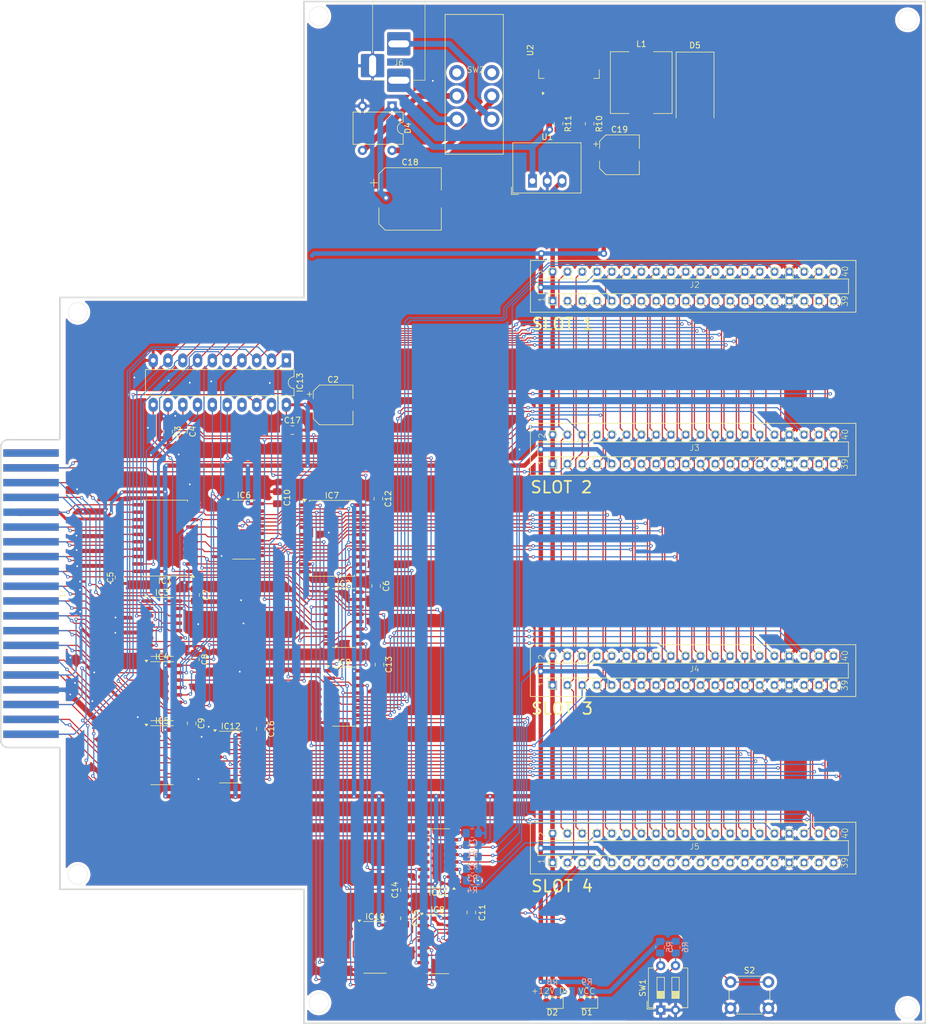
<source format=kicad_pcb>
(kicad_pcb (version 20240108) (generator "pcbnew") (generator_version "8.0")
  (title_block (date "2024-05-08"))
  (layers (0 "F.Cu" signal) (31 "B.Cu" signal) (34 "B.Paste" user) (35 "F.Paste" user) (36 "B.SilkS" user "B.Silkscreen") (37 "F.SilkS" user "F.Silkscreen") (38 "B.Mask" user) (39 "F.Mask" user) (44 "Edge.Cuts" user))
  (net 0 "")
  (net 3 "+5V")
  (net 4 "GND")
  (net 5 "/REGC0")
  (net 6 "/REGS1")
  (net 7 "/CK0")
  (net 8 "/CK2")
  (net 9 "/REGS0")
  (net 10 "/REGC1")
  (net 11 "/CK3")
  (net 12 "/CK1")
  (net 13 "/A4")
  (net 14 "/D3")
  (net 15 "/D7")
  (net 16 "/A9")
  (net 17 "/A5")
  (net 18 "/A13")
  (net 19 "/A6")
  (net 20 "/~{CTS}")
  (net 21 "/A7")
  (net 22 "/A2")
  (net 23 "/~{RESET}")
  (net 24 "/EXTSND")
  (net 25 "/A0")
  (net 26 "/~{SLEN}")
  (net 27 "/A3")
  (net 28 "/R{slash}~{W}")
  (net 29 "/D2")
  (net 30 "/~{HALT}")
  (net 31 "/D6")
  (net 32 "/D0")
  (net 33 "/A8")
  (net 34 "/A10")
  (net 35 "/A14")
  (net 36 "/A12")
  (net 37 "/A15")
  (net 38 "/D1")
  (net 39 "/~{NMI}")
  (net 40 "/~{CART}")
  (net 41 "+12V")
  (net 42 "/A11")
  (net 43 "/D5")
  (net 44 "/~{P2}")
  (net 45 "/A1")
  (net 46 "/Q")
  (net 47 "/D4")
  (net 48 "/E")
  (net 49 "/ID2")
  (net 50 "/ID7")
  (net 51 "/ID6")
  (net 52 "/ID1")
  (net 53 "/ID5")
  (net 54 "/ID0")
  (net 55 "/ID4")
  (net 56 "/ID3")
  (net 64 "/IA10")
  (net 65 "/IA13")
  (net 66 "/IA11")
  (net 67 "/IA12")
  (net 68 "/IA15")
  (net 69 "/IA14")
  (net 70 "/~{CART1}")
  (net 71 "/~{CART4}")
  (net 72 "/~{CART2}")
  (net 73 "/~{CART3}")
  (net 74 "/IA5")
  (net 75 "/IA0")
  (net 76 "/IA1")
  (net 77 "/IA3")
  (net 78 "/IA2")
  (net 79 "/IA4")
  (net 80 "/IA6")
  (net 81 "/IA8")
  (net 82 "/IA7")
  (net 83 "/IA9")
  (net 84 "/I~{RESET}")
  (net 86 "/I~{P2}")
  (net 87 "/~{CTS1}")
  (net 88 "/IE")
  (net 89 "/IQ")
  (net 91 "/IR{slash}~{W}")
  (net 92 "/I~{CTS}")
  (net 93 "/~{P23}")
  (net 94 "/~{CTS3}")
  (net 95 "/~{CTS4}")
  (net 96 "/~{CTS2}")
  (net 97 "/~{P22}")
  (net 98 "/~{P24}")
  (net 99 "/~{P21}")
  (net 100 "/FFxx")
  (net 101 "/CTRL1")
  (net 102 "Net-(D1-A)")
  (net 103 "Net-(D2-A)")
  (net 104 "/RECTIFIED_POWER")
  (net 105 "/DEFAULT0")
  (net 106 "/DEFAULT1")
  (net 107 "/~{ENBUS}")
  (net 108 "/~{ENREAD}")
  (net 109 "/ENSW")
  (net 110 "/LOADREG")
  (net 111 "/ENREG")
  (net 112 "Net-(SW2B-B)")
  (net 113 "Net-(SW2A-B)")
  (net 114 "Net-(D5-K)")
  (net 115 "Net-(U2-~{ON}{slash}OFF)")
  (net 116 "Net-(U2-OUT)")
  (net 117 "/AC2")
  (net 118 "/AC1")
  (footprint "Package_DIP:DIP-20_W7.62mm_LongPads" (layer "F.Cu") (at 99.563 105.903 -90)
    (property "Reference" "IC13")
    (property "Value" "GAL16V8")
  )
  (footprint "Capacitor_SMD:C_0805_2012Metric_Pad1.18x1.45mm_HandSolder" (layer "F.Cu") (at 95.1738 169.164 90)
    (property "Reference" "C16")
    (property "Value" "100nF")
  )
  (footprint "Package_TO_SOT_SMD:TO-263-5_TabPin3" (layer "F.Cu") (at 148.101 52.669 90)
    (property "Reference" "U2")
    (property "Value" "LM2596S-5")
  )
  (footprint "Capacitor_SMD:C_0805_2012Metric_Pad1.18x1.45mm_HandSolder" (layer "F.Cu") (at 83.8962 146.1604 90)
    (property "Reference" "C7")
    (property "Value" "100nF")
  )
  (footprint "Capacitor_SMD:C_0805_2012Metric_Pad1.18x1.45mm_HandSolder" (layer "F.Cu") (at 131.3292 200.6688 90)
    (property "Reference" "C11")
    (property "Value" "100nF")
  )
  (footprint "Diode_SMD:D_SMC_Handsoldering" (layer "F.Cu") (at 169.7482 59.8932 -90)
    (property "Reference" "D5")
    (property "Value" "MBRS340")
  )
  (footprint "CoCoDragonMultiPak:Power_BarrelJack" (layer "F.Cu") (at 118.872 55.312)
    (property "Reference" "J6")
    (property "Value" "Barrel_Jack_MountingPin")
  )
  (footprint "LED_SMD:LED_0805_2012Metric_Pad1.15x1.40mm_HandSolder" (layer "F.Cu") (at 151.1754 216.144 180)
    (property "Reference" "D1")
    (property "Value" "LED")
  )
  (footprint "Package_SO:SOIC-14_3.9x8.7mm_P1.27mm" (layer "F.Cu") (at 114.808 206.6544)
    (property "Reference" "IC10")
    (property "Value" "74LS74ADR")
  )
  (footprint "Package_SO:SOIC-20W_7.5x12.8mm_P1.27mm" (layer "F.Cu") (at 78.74 136.398 180)
    (property "Reference" "IC1")
    (property "Value" "74LS245DWR")
  )
  (footprint "CoCoDragonMultiPak:ALPS_DPDT_SPUN190900" (layer "F.Cu") (at 132.08 56.516)
    (property "Reference" "SW2")
    (property "Value" "SW_DPDT_x2")
  )
  (footprint "Capacitor_SMD:C_0805_2012Metric_Pad1.18x1.45mm_HandSolder" (layer "F.Cu") (at 119.9388 196.8246 -90)
    (property "Reference" "C14")
    (property "Value" "100nF")
  )
  (footprint "Capacitor_SMD:C_0805_2012Metric_Pad1.18x1.45mm_HandSolder" (layer "F.Cu") (at 83.312 168.2076 90)
    (property "Reference" "C9")
    (property "Value" "100nF")
  )
  (footprint "Package_SO:SOIC-14_3.9x8.7mm_P1.27mm" (layer "F.Cu") (at 90.0176 173.99)
    (property "Reference" "IC12")
    (property "Value" "74ALS30ADR")
  )
  (footprint "CoCoDragonMultiPak:CardSocket" (layer "F.Cu") (at 169.669181 189.361162)
    (property "Reference" "J5")
    (property "Value" "CARTRIDGE EDGE")
  )
  (footprint "Capacitor_SMD:C_0805_2012Metric_Pad1.18x1.45mm_HandSolder" (layer "F.Cu") (at 114.9858 144.6276 90)
    (property "Reference" "C6")
    (property "Value" "100nF")
  )
  (footprint "Package_SO:SOIC-16_3.9x9.9mm_P1.27mm" (layer "F.Cu") (at 78.232 173.6686)
    (property "Reference" "IC5")
    (property "Value" "74LS367ADR")
  )
  (footprint "Capacitor_SMD:CP_Elec_6.3x5.4_Nichicon" (layer "F.Cu") (at 156.7663 70.612)
    (property "Reference" "C19")
    (property "Value" "220uF")
  )
  (footprint "Capacitor_SMD:C_0805_2012Metric_Pad1.18x1.45mm_HandSolder" (layer "F.Cu") (at 115.3686 129.6416 90)
    (property "Reference" "C12")
    (property "Value" "100nF")
  )
  (footprint "Inductor_SMD:L_10.4x10.4_H4.8" (layer "F.Cu") (at 160.5026 58.2168 90)
    (property "Reference" "L1")
    (property "Value" "470")
  )
  (footprint "Capacitor_SMD:C_0805_2012Metric_Pad1.18x1.45mm_HandSolder" (layer "F.Cu") (at 81.8084 118.1204 -90)
    (property "Reference" "C4")
    (property "Value" "68pF")
  )
  (footprint "Capacitor_SMD:CP_Elec_10x10.5" (layer "F.Cu") (at 120.8183 78.1812)
    (property "Reference" "C18")
    (property "Value" "1000uF")
  )
  (footprint "CoCoDragonMultiPak:CardSocket" (layer "F.Cu") (at 169.672 120.904)
    (property "Reference" "J3")
    (property "Value" "CARTRIDGE EDGE")
  )
  (footprint "Capacitor_SMD:C_0805_2012Metric_Pad1.18x1.45mm_HandSolder" (layer "F.Cu") (at 83.8566 157.226 90)
    (property "Reference" "C8")
    (property "Value" "100nF")
  )
  (footprint "Diode_THT:Diode_Bridge_DIP-4_W7.62mm_P5.08mm" (layer "F.Cu") (at 117.716 62.23 -90)
    (property "Reference" "D4")
    (property "Value" "DF10G")
  )
  (footprint "Capacitor_SMD:CP_Elec_6.3x5.4_Nichicon" (layer "F.Cu") (at 107.5894 113.5484)
    (property "Reference" "C2")
    (property "Value" "220uF")
  )
  (footprint "Capacitor_SMD:C_0805_2012Metric_Pad1.18x1.45mm_HandSolder" (layer "F.Cu") (at 100.6044 117.8664)
    (property "Reference" "C17")
    (property "Value" "100nF")
  )
  (footprint "CoCoDragonMultiPak:CardSocket" (layer "F.Cu") (at 169.679364 92.929894)
    (property "Reference" "J2")
    (property "Value" "CARTRIDGE EDGE")
  )
  (footprint "Capacitor_SMD:C_0805_2012Metric_Pad1.18x1.45mm_HandSolder" (layer "F.Cu") (at 115.5558 158.115 90)
    (property "Reference" "C13")
    (property "Value" "100nF")
  )
  (footprint "Package_SO:SOIC-16_3.9x9.9mm_P1.27mm" (layer "F.Cu") (at 92.2782 134.9502)
    (property "Reference" "IC6")
    (property "Value" "74LS367ADR")
  )
  (footprint "Package_SO:SOIC-16_3.9x9.9mm_P1.27mm" (layer "F.Cu") (at 125.6538 191.3636 180)
    (property "Reference" "IC11")
    (property "Value" "74LS153DR")
  )
  (footprint "Button_Switch_THT:SW_PUSH_6mm" (layer "F.Cu") (at 175.8412 212.6092)
    (property "Reference" "S2")
    (property "Value" "RESET")
  )
  (footprint "Resistor_SMD:R_0805_2012Metric_Pad1.20x1.40mm_HandSolder" (layer "F.Cu") (at 151.638 65.278 -90)
    (property "Reference" "R10")
    (property "Value" "47K")
  )
  (footprint "Button_Switch_THT:SW_DIP_SPSTx02_Slide_6.7x6.64mm_W7.62mm_P2.54mm_LowProfile" (layer "F.Cu") (at 163.85 217.414 90)
    (property "Reference" "SW1")
    (property "Value" "DEFAULT SLOT")
  )
  (footprint "CoCoDragonMultiPak:EdgeConnector" (layer "F.Cu") (at 60.68251 145.932798 -90)
    (property "Reference" "J1")
    (property "Value" "CARTRIDGE EDGE")
    (fp_line (start -25.146 10.16) (end 25.146 10.16) (stroke (width 0.254)) (layer "Edge.Cuts"))
    (fp_line (start 26.416 8.89) (end 26.416 0.254) (stroke (width 0.254)) (layer "Edge.Cuts"))
    (fp_line (start -26.416 0.254) (end -26.416 8.89) (stroke (width 0.254)) (layer "Edge.Cuts"))
    (fp_arc (start -25.146 10.16) (mid -26.044026 9.788026) (end -26.416 8.89) (stroke (width 0.254)) (layer "Edge.Cuts"))
    (fp_arc (start 26.416 8.89) (mid 26.044026 9.788026) (end 25.146 10.16) (stroke (width 0.254)) (layer "Edge.Cuts"))
    (fp_arc (start 26.416 0.254) (mid 26.490395 0.074395) (end 26.67 0) (stroke (width 0.254)) (layer "Edge.Cuts"))
    (fp_arc (start -26.67 0) (mid -26.490395 0.074395) (end -26.416 0.254) (stroke (width 0.254)) (layer "Edge.Cuts"))
  )
  (footprint "LED_SMD:LED_0805_2012Metric_Pad1.15x1.40mm_HandSolder" (layer "F.Cu") (at 145.2372 216.1794 180)
    (property "Reference" "D2")
    (property "Value" "LED")
  )
  (footprint "Package_SO:SOIC-16_3.9x9.9mm_P1.27mm" (layer "F.Cu") (at 109.3978 150.114)
    (property "Reference" "IC2")
    (property "Value" "74LS367ADR")
  )
  (footprint "Capacitor_SMD:C_0805_2012Metric_Pad1.18x1.45mm_HandSolder" (layer "F.Cu") (at 119.9388 201.6506 90)
    (property "Reference" "C15")
    (property "Value" "100nF")
  )
  (footprint "Package_SO:SOIC-16_3.9x9.9mm_P1.27mm" (layer "F.Cu") (at 78.232 151.6468)
    (property "Reference" "IC3")
    (property "Value" "74LS367ADR")
  )
  (footprint "Converter_DCDC:Converter_DCDC_RECOM_R-78E-0.5_THT" (layer "F.Cu") (at 141.825 75.1055)
    (property "Reference" "U1")
    (property "Value" "R-7812-0.5")
  )
  (footprint "Capacitor_SMD:C_0805_2012Metric_Pad1.18x1.45mm_HandSolder" (layer "F.Cu") (at 97.995 129.4638 90)
    (property "Reference" "C10")
    (property "Value" "100nF")
  )
  (footprint "Capacitor_SMD:C_0805_2012Metric_Pad1.18x1.45mm_HandSolder" (layer "F.Cu") (at 79.2684 118.1204 -90)
    (property "Reference" "C3")
    (property "Value" "68pF")
  )
  (footprint "Package_SO:SOIC-16_3.9x9.9mm_P1.27mm" (layer "F.Cu") (at 109.4344 163.6268)
    (property "Reference" "IC9")
    (property "Value" "74LS139ADR")
  )
  (footprint "CoCoDragonMultiPak:CardSocket" (layer "F.Cu") (at 169.653516 158.894589)
    (property "Reference" "J4")
    (property "Value" "CARTRIDGE EDGE")
  )
  (footprint "Package_SO:SOIC-20W_7.5x12.8mm_P1.27mm" (layer "F.Cu") (at 107.3912 136.4488)
    (property "Reference" "IC7")
    (property "Value" "74LS374DWR")
  )
  (footprint "Package_SO:SOIC-16_3.9x9.9mm_P1.27mm" (layer "F.Cu") (at 78.232 162.687)
    (property "Reference" "IC4")
    (property "Value" "74LS367ADR")
  )
  (footprint "Package_SO:SOIC-16_3.9x9.9mm_P1.27mm" (layer "F.Cu") (at 125.5268 206.1044)
    (property "Reference" "IC8")
    (property "Value" "74LS368AD")
  )
  (footprint "Resistor_SMD:R_0805_2012Metric_Pad1.20x1.40mm_HandSolder" (layer "F.Cu") (at 146.304 65.262 -90)
    (property "Reference" "R11")
    (property "Value" "47K")
  )
  (footprint "Capacitor_SMD:C_0805_2012Metric_Pad1.18x1.45mm_HandSolder" (layer "F.Cu") (at 70.9168 143.1544 -90)
    (property "Reference" "C5")
    (property "Value" "100nF")
  )
  (footprint "Resistor_SMD:R_0805_2012Metric_Pad1.20x1.40mm_HandSolder" (layer "B.Cu") (at 131.4958 189.0776)
    (property "Reference" "R1")
    (property "Value" "4.7K")
  )
  (footprint "Resistor_SMD:R_0805_2012Metric_Pad1.20x1.40mm_HandSolder" (layer "B.Cu") (at 131.5118 191.1096)
    (property "Reference" "R2")
    (property "Value" "4.7K")
  )
  (footprint "Resistor_SMD:R_0805_2012Metric_Pad1.20x1.40mm_HandSolder" (layer "B.Cu") (at 145.2372 214.2744 180)
    (property "Reference" "R8")
    (property "Value" "4.7K")
  )
  (footprint "Capacitor_SMD:C_0805_2012Metric_Pad1.18x1.45mm_HandSolder" (layer "B.Cu") (at 131.4958 187.0456)
    (property "Reference" "C1")
    (property "Value" "68pF")
  )
  (footprint "Resistor_SMD:R_0805_2012Metric_Pad1.20x1.40mm_HandSolder" (layer "B.Cu") (at 151.1754 214.239 180)
    (property "Reference" "R9")
    (property "Value" "4.7K")
  )
  (footprint "Resistor_SMD:R_0805_2012Metric_Pad1.20x1.40mm_HandSolder" (layer "B.Cu") (at 131.5118 193.1416)
    (property "Reference" "R3")
    (property "Value" "4.7K")
  )
  (footprint "Resistor_SMD:R_0805_2012Metric_Pad1.20x1.40mm_HandSolder" (layer "B.Cu") (at 163.7484 206.619 90)
    (property "Reference" "R5")
    (property "Value" "4.7K")
  )
  (footprint "Resistor_SMD:R_0805_2012Metric_Pad1.20x1.40mm_HandSolder" (layer "B.Cu") (at 166.4154 206.619 90)
    (property "Reference" "R6")
    (property "Value" "4.7K")
  )
  (footprint "Resistor_SMD:R_0805_2012Metric_Pad1.20x1.40mm_HandSolder" (layer "B.Cu") (at 131.4958 195.1736)
    (property "Reference" "R4")
    (property "Value" "4.7K")
  )
  (gr_line (start 102.5906 95.0976) (end 60.6806 95.0976) (stroke (width 0.254)) (layer "Edge.Cuts"))
  (gr_line (start 60.68251 172.602798) (end 60.68251 196.6976) (stroke (width 0.254)) (layer "Edge.Cuts"))
  (gr_line (start 60.6806 95.0976) (end 60.6806 119.253) (stroke (width 0.254)) (layer "Edge.Cuts"))
  (gr_circle (center 63.754 97.6376) (end 62.103 97.6376) (stroke (width 0.05)) (fill none) (layer "Edge.Cuts"))
  (gr_circle (center 206.229964 47.438494) (end 204.578964 47.438494) (stroke (width 0.05)) (fill none) (layer "Edge.Cuts"))
  (gr_line (start 60.6806 196.6976) (end 102.5906 196.6976) (stroke (width 0.254)) (layer "Edge.Cuts"))
  (gr_circle (center 63.754 194.1576) (end 62.0776 194.1576) (stroke (width 0.05)) (fill none) (layer "Edge.Cuts"))
  (gr_line (start 209.296 44.2976) (end 102.5906 44.2976) (stroke (width 0.254)) (layer "Edge.Cuts"))
  (gr_circle (center 105.1306 216.154) (end 103.4542 216.154) (stroke (width 0.05)) (fill none) (layer "Edge.Cuts"))
  (gr_line (start 209.296 219.71) (end 209.296 44.2976) (stroke (width 0.254)) (layer "Edge.Cuts"))
  (gr_circle (center 105.1306 46.8122) (end 103.4796 46.8122) (stroke (width 0.05)) (fill none) (layer "Edge.Cuts"))
  (gr_circle (center 206.229964 217.17) (end 207.906364 217.17) (stroke (width 0.05)) (fill none) (layer "Edge.Cuts"))
  (gr_line (start 102.5906 44.2976) (end 102.5906 95.0976) (stroke (width 0.254)) (layer "Edge.Cuts"))
  (gr_line (start 102.5906 219.71) (end 209.296 219.71) (stroke (width 0.254)) (layer "Edge.Cuts"))
  (gr_line (start 102.5906 196.6976) (end 102.5906 219.71) (stroke (width 0.254)) (layer "Edge.Cuts"))
  (gr_text "SLOT 2" (at 141.307564 128.845494 0) (layer "F.SilkS") (effects (font (size 2 2) (thickness 0.3)) (justify left bottom)))
  (gr_text "SLOT 1" (at 141.536164 100.803894 0) (layer "F.SilkS") (effects (font (size 2 2) (thickness 0.3)) (justify left bottom)))
  (gr_text "+12V DC" (at 141.5596 214.6908 0) (layer "F.SilkS") (effects (font (size 1 1) (thickness 0.1)) (justify left bottom)))
  (gr_text "SLOT 3" (at 141.434564 166.843894 0) (layer "F.SilkS") (effects (font (size 2 2) (thickness 0.3)) (justify left bottom)))
  (gr_text "SLOT 4" (at 141.434564 197.323894 0) (layer "F.SilkS") (effects (font (size 2 2) (thickness 0.3)) (justify left bottom)))
  (gr_text "VCC" (at 149.6514 214.747 0) (layer "F.SilkS") (effects (font (size 1 1) (thickness 0.1)) (justify left bottom)))
  (segment (start 154.0663 70.612) (end 154.051 87.5538) (width 0.762) (layer "F.Cu") (net 3))
  (segment (start 126.1706 201.6594) (end 128.0018 201.6594) (width 0.5) (layer "F.Cu") (net 3))
  (segment (start 78.9686 123.952) (end 92.964 123.952) (width 0.762) (layer "F.Cu") (net 3))
  (segment (start 80.707 147.2018) (end 83.8923 147.2018) (width 0.2) (layer "F.Cu") (net 3))
  (segment (start 97.9911 130.5052) (end 97.995 130.5013) (width 0.2) (layer "F.Cu") (net 3))
  (segment (start 115.3121 130.7338) (end 115.3668 130.6791) (width 0.2) (layer "F.Cu") (net 3))
  (segment (start 111.252 159.1818) (end 111.2012 159.2326) (width 0.2) (layer "F.Cu") (net 3))
  (segment (start 112.333 206.6544) (end 117.283 206.6544) (width 0.2) (layer "F.Cu") (net 3))
  (segment (start 80.6396 169.291) (end 80.707 169.2236) (width 0.2) (layer "F.Cu") (net 3))
  (segment (start 78.7908 158.2674) (end 80.6816 158.2674) (width 0.762) (layer "F.Cu") (net 3))
  (segment (start 111.8728 145.669) (end 114.9819 145.669) (width 0.2) (layer "F.Cu") (net 3))
  (segment (start 94.7532 130.5052) (end 97.9911 130.5052) (width 0.2) (layer "F.Cu") (net 3))
  (segment (start 78.8162 147.2018) (end 80.707 147.2018) (width 0.5) (layer "F.Cu") (net 3))
  (segment (start 92.964 130.429) (end 93.0402 130.5052) (width 0.5) (layer "F.Cu") (net 3))
  (segment (start 112.0158 130.7592) (end 112.0412 130.7338) (width 0.5) (layer "F.Cu") (net 3))
  (segment (start 131.2823 201.6594) (end 131.3292 201.7063) (width 0.2) (layer "F.Cu") (net 3))
  (segment (start 95.1523 170.18) (end 95.1738 170.2015) (width 0.2) (layer "F.Cu") (net 3))
  (segment (start 143.256 121.158) (end 143.256 159.258) (width 0.762) (layer "F.Cu") (net 3))
  (segment (start 154.051 87.5538) (end 154.0663 87.5639) (width 0.762) (layer "F.Cu") (net 3))
  (segment (start 150.6982 56.8706) (end 156.0986 56.8706) (width 0.762) (layer "F.Cu") (net 3))
  (segment (start 111.1758 180.721) (end 90.932 180.721) (width 0.762) (layer "F.Cu") (net 3))
  (segment (start 115.4938 202.819) (end 117.2576 202.819) (width 0.5) (layer "F.Cu") (net 3))
  (segment (start 70.9207 142.113) (end 70.9168 142.1169) (width 0.2) (layer "F.Cu") (net 3))
  (segment (start 126.1364 201.6252) (end 126.1706 201.6594) (width 0.5) (layer "F.Cu") (net 3))
  (segment (start 80.707 158.242) (end 83.8351 158.242) (width 0.2) (layer "F.Cu") (net 3))
  (segment (start 74.09 142.113) (end 70.9207 142.113) (width 0.2) (layer "F.Cu") (net 3))
  (segment (start 103.2256 123.952) (end 140.462 123.952) (width 0.762) (layer "F.Cu") (net 3))
  (segment (start 125.095 195.707) (end 124.9934 195.8086) (width 0.5) (layer "F.Cu") (net 3))
  (segment (start 78.7908 180.721) (end 90.7288 180.721) (width 0.762) (layer "F.Cu") (net 3))
  (segment (start 56.87251 131.962798) (end 60.56501 131.962798) (width 0.5) (layer "F.Cu") (net 3))
  (segment (start 114.9819 145.669) (end 114.9858 145.6651) (width 0.2) (layer "F.Cu") (net 3))
  (segment (start 143.256 87.6554) (end 143.256 93.3704) (width 0.762) (layer "F.Cu") (net 3))
  (segment (start 119.7825 202.8444) (end 119.9388 202.6881) (width 0.2) (layer "F.Cu") (net 3))
  (segment (start 143.256 189.611) (end 143.256 211.4042) (width 0.762) (layer "F.Cu") (net 3))
  (segment (start 143.1798 180.721) (end 143.256 180.6448) (width 0.762) (layer "F.Cu") (net 3))
  (segment (start 117.2576 202.819) (end 117.283 202.8444) (width 0.5) (layer "F.Cu") (net 3))
  (segment (start 117.283 202.8444) (end 119.7825 202.8444) (width 0.2) (layer "F.Cu") (net 3))
  (segment (start 156.0986 56.8706) (end 160.5026 61.2746) (width 0.762) (layer "F.Cu") (net 3))
  (segment (start 132.6267 195.3045) (end 132.4958 195.1736) (width 0.2) (layer "F.Cu") (net 3))
  (segment (start 83.8923 147.2018) (end 83.8962 147.1979) (width 0.2) (layer "F.Cu") (net 3))
  (segment (start 68.4276 133.1214) (end 69.5198 132.0292) (width 0.5) (layer "F.Cu") (net 3))
  (segment (start 99.563 113.523) (end 102.7938 113.523) (width 0.5) (layer "F.Cu") (net 3))
  (segment (start 143.256 211.4042) (end 143.256 212.5726) (width 0.762) (layer "F.Cu") (net 3))
  (segment (start 149.801 60.319) (end 149.801 57.7678) (width 0.762) (layer "F.Cu") (net 3))
  (segment (start 111.9094 159.1818) (end 111.252 159.1818) (width 0.2) (layer "F.Cu") (net 3))
  (segment (start 80.6816 158.2674) (end 80.707 158.242) (width 0.2) (layer "F.Cu") (net 3))
  (segment (start 115.5265 159.1818) (end 115.5558 159.1525) (width 0.2) (layer "F.Cu") (net 3))
  (segment (start 93.0402 130.5052) (end 94.7532 130.5052) (width 0.5) (layer "F.Cu") (net 3))
  (segment (start 78.74 128.4478) (end 78.7146 128.4732) (width 0.5) (layer "F.Cu") (net 3))
  (segment (start 80.707 169.2236) (end 83.2905 169.2236) (width 0.2) (layer "F.Cu") (net 3))
  (segment (start 83.2905 169.2236) (end 83.312 169.2451) (width 0.2) (layer "F.Cu") (net 3))
  (segment (start 112.0394 130.7338) (end 115.3121 130.7338) (width 0.2) (layer "F.Cu") (net 3))
  (segment (start 104.864 113.523) (end 104.8894 113.5484) (width 0.2) (layer "F.Cu") (net 3))
  (segment (start 134.5438 180.721) (end 143.1798 180.721) (width 0.762) (layer "F.Cu") (net 3))
  (segment (start 152.3238 70.612) (end 154.0663 70.612) (width 0.762) (layer "F.Cu") (net 3))
  (segment (start 119.9603 195.8086) (end 119.9388 195.7871) (width 0.2) (layer "F.Cu") (net 3))
  (segment (start 90.7288 180.721) (end 90.8304 180.8226) (width 0.762) (layer "F.Cu") (net 3))
  (segment (start 143.256 180.6448) (end 143.256 189.611) (width 0.762) (layer "F.Cu") (net 3))
  (segment (start 60.56501 131.962798) (end 61.723612 133.1214) (width 0.5) (layer "F.Cu") (net 3))
  (segment (start 149.801 57.7678) (end 150.6982 56.8706) (width 0.762) (layer "F.Cu") (net 3))
  (segment (start 111.252 145.669) (end 111.2012 145.7198) (width 0.2) (layer "F.Cu") (net 3))
  (segment (start 125.2728 180.721) (end 125.2982 180.6956) (width 0.762) (layer "F.Cu") (net 3))
  (segment (start 149.801 60.319) (end 149.801 68.0892) (width 0.762) (layer "F.Cu") (net 3))
  (segment (start 90.8304 170.2054) (end 92.4672 170.2054) (width 0.5) (layer "F.Cu") (net 3))
  (segment (start 78.7908 169.291) (end 80.6396 169.291) (width 0.762) (layer "F.Cu") (net 3))
  (segment (start 115.4684 180.721) (end 125.2728 180.721) (width 0.762) (layer "F.Cu") (net 3))
  (segment (start 134.5438 180.721) (end 125.3236 180.721) (width 0.762) (layer "F.Cu") (net 3))
  (segment (start 99.563 113.523) (end 99.563 117.8625) (width 0.2) (layer "F.Cu") (net 3))
  (segment (start 143.256 93.3704) (end 143.256 121.158) (width 0.762) (layer "F.Cu") (net 3))
  (segment (start 71.3994 128.4732) (end 71.3232 128.5494) (width 0.5) (layer "F.Cu") (net 3))
  (segment (start 123.1788 195.8086) (end 123.1788 194.5386) (width 0.2) (layer "F.Cu") (net 3))
  (segment (start 78.6384 142.113) (end 74.09 142.113) (width 0.5) (layer "F.Cu") (net 3))
  (segment (start 123.1788 195.8086) (end 119.9603 195.8086) (width 0.2) (layer "F.Cu") (net 3))
  (segment (start 143.3576 87.5538) (end 143.256 87.6554) (width 0.762) (layer "F.Cu") (net 3))
  (segment (start 61.723612 133.1214) (end 62.5348 133.1214) (width 0.5) (layer "F.Cu") (net 3))
  (segment (start 62.5348 133.1214) (end 68.4276 133.1214) (width 0.5) (layer "F.Cu") (net 3))
  (segment (start 99.563 117.8625) (end 99.5669 117.8664) (width 0.2) (layer "F.Cu") (net 3))
  (segment (start 124.9934 195.8086) (end 123.1788 195.8086) (width 0.5) (layer "F.Cu") (net 3))
  (segment (start 111.1758 180.721) (end 115.4684 180.721) (width 0.762) (layer "F.Cu") (net 3))
  (segment (start 160.5026 61.2746) (end 160.5026 62.3668) (width 0.762) (layer "F.Cu") (net 3))
  (segment (start 143.256 159.258) (end 143.256 180.6448) (width 0.762) (layer "F.Cu") (net 3))
  (segment (start 140.462 123.952) (end 143.256 121.158) (width 0.762) (layer "F.Cu") (net 3))
  (segment (start 92.4926 170.18) (end 95.1523 170.18) (width 0.2) (layer "F.Cu") (net 3))
  (segment (start 125.3236 180.721) (end 125.2982 180.6956) (width 0.762) (layer "F.Cu") (net 3))
  (segment (start 78.6638 142.0876) (end 78.6384 142.113) (width 0.5) (layer "F.Cu") (net 3))
  (segment (start 92.964 123.952) (end 103.2256 123.952) (width 0.762) (layer "F.Cu") (net 3))
  (segment (start 110.8964 130.7592) (end 112.0158 130.7592) (width 0.5) (layer "F.Cu") (net 3))
  (segment (start 117.283 202.8444) (end 117.283 207.9244) (width 0.2) (layer "F.Cu") (net 3))
  (segment (start 149.801 68.0892) (end 152.3238 70.612) (width 0.762) (layer "F.Cu") (net 3))
  (segment (start 111.8728 145.669) (end 111.252 145.669) (width 0.2) (layer "F.Cu") (net 3))
  (segment (start 111.9094 159.1818) (end 115.5265 159.1818) (width 0.2) (layer "F.Cu") (net 3))
  (segment (start 112.333 204.1144) (end 117.283 204.1144) (width 0.2) (layer "F.Cu") (net 3))
  (segment (start 102.7938 113.523) (end 104.864 113.523) (width 0.5) (layer "F.Cu") (net 3))
  (segment (start 128.0018 201.6594) (end 131.2823 201.6594) (width 0.2) (layer "F.Cu") (net 3))
  (segment (start 90.932 180.721) (end 90.8304 180.8226) (width 0.762) (layer "F.Cu") (net 3))
  (segment (start 83.8351 158.242) (end 83.8566 158.2635) (width 0.2) (layer "F.Cu") (net 3))
  (segment (start 78.7146 128.4732) (end 71.3994 128.4732) (width 0.5) (layer "F.Cu") (net 3))
  (via (at 90.8304 180.8226) (size 0.6) (drill 0.3) (layers "F.Cu" "B.Cu") (net 3))
  (via (at 103.2256 123.952) (size 0.6) (drill 0.3) (layers "F.Cu" "B.Cu") (net 3))
  (via (at 78.9686 123.952) (size 0.6) (drill 0.3) (layers "F.Cu" "B.Cu") (net 3))
  (via (at 115.4684 180.721) (size 0.6) (drill 0.3) (layers "F.Cu" "B.Cu") (net 3))
  (via (at 143.256 212.5726) (size 0.6) (drill 0.3) (layers "F.Cu" "B.Cu") (net 3))
  (via (at 78.7908 180.721) (size 0.6) (drill 0.3) (layers "F.Cu" "B.Cu") (net 3))
  (via (at 143.3576 87.5538) (size 1.2) (drill 0.6) (layers "F.Cu" "B.Cu") (net 3))
  (via (at 111.2012 145.7198) (size 0.6) (drill 0.3) (layers "F.Cu" "B.Cu") (net 3))
  (via (at 126.1364 201.6252) (size 0.6) (drill 0.3) (layers "F.Cu" "B.Cu") (net 3))
  (via (at 69.5198 132.0292) (size 0.6) (drill 0.3) (layers "F.Cu" "B.Cu") (net 3))
  (via (at 143.256 93.3704) (size 1.2) (drill 0.6) (layers "F.Cu" "B.Cu") (net 3))
  (via (at 92.964 130.429) (size 0.6) (drill 0.3) (layers "F.Cu" "B.Cu") (net 3))
  (via (at 111.2012 159.2326) (size 0.6) (drill 0.3) (layers "F.Cu" "B.Cu") (net 3))
  (via (at 125.095 195.707) (size 0.6) (drill 0.3) (layers "F.Cu" "B.Cu") (net 3))
  (via (at 125.2982 180.6956) (size 0.6) (drill 0.3) (layers "F.Cu" "B.Cu") (net 3))
  (via (at 102.7938 113.523) (size 0.6) (drill 0.3) (layers "F.Cu" "B.Cu") (net 3))
  (via (at 143.256 159.258) (size 1.2) (drill 0.6) (layers "F.Cu" "B.Cu") (net 3))
  (via (at 143.256 189.611) (size 1.2) (drill 0.6) (layers "F.Cu" "B.Cu") (net 3))
  (via (at 78.8162 147.2018) (size 0.6) (drill 0.3) (layers "F.Cu" "B.Cu") (net 3))
  (via (at 132.4958 195.1736) (size 0.6) (drill 0.3) (layers "F.Cu" "B.Cu") (net 3))
  (via (at 154.051 87.5538) (size 1.2) (drill 0.6) (layers "F.Cu" "B.Cu") (net 3))
  (via (at 71.3232 128.5494) (size 0.6) (drill 0.3) (layers "F.Cu" "B.Cu") (net 3))
  (via (at 110.8964 130.7592) (size 0.6) (drill 0.3) (layers "F.Cu" "B.Cu") (net 3))
  (via (at 115.4938 202.819) (size 0.6) (drill 0.3) (layers "F.Cu" "B.Cu") (net 3))
  (via (at 143.256 121.158) (size 1.2) (drill 0.6) (layers "F.Cu" "B.Cu") (net 3))
  (via (at 78.7908 158.2674) (size 0.6) (drill 0.3) (layers "F.Cu" "B.Cu") (net 3))
  (via (at 92.964 123.952) (size 0.6) (drill 0.3) (layers "F.Cu" "B.Cu") (net 3))
  (via (at 134.5438 180.721) (size 0.6) (drill 0.3) (layers "F.Cu" "B.Cu") (net 3))
  (via (at 78.6638 142.0876) (size 0.6) (drill 0.3) (layers "F.Cu" "B.Cu") (net 3))
  (via (at 111.1758 180.721) (size 0.6) (drill 0.3) (layers "F.Cu" "B.Cu") (net 3))
  (via (at 90.8304 170.2054) (size 0.6) (drill 0.3) (layers "F.Cu" "B.Cu") (net 3))
  (via (at 78.74 128.4478) (size 0.6) (drill 0.3) (layers "F.Cu" "B.Cu") (net 3))
  (via (at 78.7908 169.291) (size 0.6) (drill 0.3) (layers "F.Cu" "B.Cu") (net 3))
  (segment (start 78.7908 128.4986) (end 78.7908 180.721) (width 0.762) (layer "B.Cu") (net 3))
  (segment (start 111.1758 180.721) (end 111.2012 180.6956) (width 0.762) (layer "B.Cu") (net 3))
  (segment (start 155.429516 161.688589) (end 152.998927 159.258) (width 0.762) (layer "B.Cu") (net 3))
  (segment (start 111.2012 145.7198) (end 111.2012 131.064) (width 0.762) (layer "B.Cu") (net 3))
  (segment (start 78.74 124.1806) (end 78.9686 123.952) (width 0.762) (layer "B.Cu") (net 3))
  (segment (start 155.445181 192.155162) (end 152.901019 189.611) (width 0.762) (layer "B.Cu") (net 3))
  (segment (start 154.051 87.5538) (end 104.3432 87.5538) (width 0.762) (layer "B.Cu") (net 3))
  (segment (start 134.5438 188.0616) (end 133.5278 189.0776) (width 0.2) (layer "B.Cu") (net 3))
  (segment (start 166.4154 205.619) (end 163.7484 205.619) (width 0.2) (layer "B.Cu") (net 3))
  (segment (start 133.5278 189.0776) (end 132.4958 189.0776) (width 0.2) (layer "B.Cu") (net 3))
  (segment (start 115.4938 180.7464) (end 115.4938 202.819) (width 0.762) (layer "B.Cu") (net 3))
  (segment (start 104.3432 87.5538) (end 103.9876 87.9094) (width 0.762) (layer "B.Cu") (net 3))
  (segment (start 152.908 121.158) (end 143.256 121.158) (width 0.762) (layer "B.Cu") (net 3))
  (segment (start 103.2256 123.952) (end 103.2256 113.9548) (width 0.762) (layer "B.Cu") (net 3))
  (segment (start 103.2256 113.9548) (end 102.7938 113.523) (width 0.762) (layer "B.Cu") (net 3))
  (segment (start 143.256 212.5726) (end 150.509 212.5726) (width 0.762) (layer "B.Cu") (net 3))
  (segment (start 132.4958 189.0776) (end 132.4958 195.1736) (width 0.2) (layer "B.Cu") (net 3))
  (segment (start 155.455364 95.723894) (end 153.10187 93.3704) (width 0.762) (layer "B.Cu") (net 3))
  (segment (start 125.095 200.5838) (end 125.095 195.707) (width 0.5) (layer "B.Cu") (net 3))
  (segment (start 155.1284 214.239) (end 163.7484 205.619) (width 0.762) (layer "B.Cu") (net 3))
  (segment (start 153.10187 93.3704) (end 143.256 93.3704) (width 0.762) (layer "B.Cu") (net 3))
  (segment (start 111.2012 159.2326) (end 111.2012 145.7198) (width 0.762) (layer "B.Cu") (net 3))
  (segment (start 125.2982 195.5038) (end 125.095 195.707) (width 0.762) (layer "B.Cu") (net 3))
  (segment (start 152.998927 159.258) (end 143.256 159.258) (width 0.762) (layer "B.Cu") (net 3))
  (segment (start 115.4684 180.721) (end 115.4938 180.7464) (width 0.762) (layer "B.Cu") (net 3))
  (segment (start 92.964 130.429) (end 92.964 123.952) (width 0.762) (layer "B.Cu") (net 3))
  (segment (start 111.2012 180.6956) (end 111.2012 159.2326) (width 0.762) (layer "B.Cu") (net 3))
  (segment (start 150.509 212.5726) (end 152.1754 214.239) (width 0.762) (layer "B.Cu") (net 3))
  (segment (start 125.2982 180.6956) (end 125.2982 195.5038) (width 0.762) (layer "B.Cu") (net 3))
  (segment (start 126.1364 201.6252) (end 125.095 200.5838) (width 0.5) (layer "B.Cu") (net 3))
  (segment (start 152.901019 189.611) (end 143.256 189.611) (width 0.762) (layer "B.Cu") (net 3))
  (segment (start 69.5198 132.0292) (end 69.5198 130.3528) (width 0.5) (layer "B.Cu") (net 3))
  (segment (start 152.908 121.158) (end 155.448 123.698) (width 0.762) (layer "B.Cu") (net 3))
  (segment (start 111.2012 131.064) (end 110.8964 130.7592) (width 0.762) (layer "B.Cu") (net 3))
  (segment (start 90.8304 180.8226) (end 90.8304 170.2054) (width 0.762) (layer "B.Cu") (net 3))
  (segment (start 69.5198 130.3528) (end 71.3232 128.5494) (width 0.5) (layer "B.Cu") (net 3))
  (segment (start 78.74 128.4478) (end 78.74 124.1806) (width 0.762) (layer "B.Cu") (net 3))
  (segment (start 152.1754 214.239) (end 155.1284 214.239) (width 0.762) (layer "B.Cu") (net 3))
  (segment (start 78.74 128.4478) (end 78.7908 128.4986) (width 0.762) (layer "B.Cu") (net 3))
  (segment (start 134.5438 180.721) (end 134.5438 188.0616) (width 0.2) (layer "B.Cu") (net 3))
  (segment (start 74.4982 147.2184) (end 75.7404 147.2184) (width 0.2) (layer "F.Cu") (net 4))
  (segment (start 84.9972 170.4936) (end 85.0138 170.5102) (width 0.2) (layer "F.Cu") (net 4))
  (segment (start 80.7158 148.463) (end 80.707 148.4718) (width 0.2) (layer "F.Cu") (net 4))
  (segment (start 55.72951 162.442798) (end 61.655598 162.442798) (width 0.762) (layer "F.Cu") (net 4))
  (segment (start 81.9658 148.463) (end 80.7158 148.463) (width 0.2) (layer "F.Cu") (net 4))
  (segment (start 75.7404 147.2184) (end 75.757 147.2018) (width 0.2) (layer "F.Cu") (net 4))
  (segment (start 80.707 170.4936) (end 84.9972 170.4936) (width 0.2) (layer "F.Cu") (net 4))
  (segment (start 61.655598 162.442798) (end 62.4586 163.2458) (width 0.762) (layer "F.Cu") (net 4))
  (via (at 68.453 131.6482) (size 0.6) (drill 0.3) (layers "F.Cu" "B.Cu") (net 4))
  (via (at 63.5254 135.9662) (size 0.6) (drill 0.3) (layers "F.Cu" "B.Cu") (net 4))
  (via (at 91.567 159.3342) (size 0.6) (drill 0.3) (layers "F.Cu" "B.Cu") (net 4))
  (via (at 66.5734 159.4612) (size 0.6) (drill 0.3) (layers "F.Cu" "B.Cu") (net 4))
  (via (at 63.6524 141.224) (size 0.6) (drill 0.3) (layers "F.Cu" "B.Cu") (net 4))
  (via (at 82.0928 144.0942) (size 0.6) (drill 0.3) (layers "F.Cu" "B.Cu") (net 4))
  (via (at 84.4804 177.7746) (size 0.6) (drill 0.3) (layers "F.Cu" "B.Cu") (net 4))
  (via (at 62.484 156.8958) (size 0.6) (drill 0.3) (layers "F.Cu" "B.Cu") (net 4))
  (via (at 139.5984 121.1834) (size 0.6) (drill 0.3) (layers "F.Cu" "B.Cu") (net 4))
  (via (at 81.0768 122.047) (size 0.6) (drill 0.3) (layers "F.Cu" "B.Cu") (net 4))
  (via (at 66.2686 164.3888) (size 0.6) (drill 0.3) (layers "F.Cu" "B.Cu") (net 4))
  (via (at 82.9818 109.728) (size 0.6) (drill 0.3) (layers "F.Cu" "B.Cu") (net 4))
  (via (at 62.4586 163.2458) (size 0.6) (drill 0.3) (layers "F.Cu" "B.Cu") (net 4))
  (via (at 79.3496 109.3724) (size 0.6) (drill 0.3) (layers "F.Cu" "B.Cu") (net 4))
  (via (at 91.7956 147.066) (size 0.6) (drill 0.3) (layers "F.Cu" "B.Cu") (net 4))
  (via (at 76.327 122.1486) (size 0.6) (drill 0.3) (layers "F.Cu" "B.Cu") (net 4))
  (via (at 64.2366 151.8158) (size 0.6) (drill 0.3) (layers "F.Cu" "B.Cu") (net 4))
  (via (at 85.0138 170.5102) (size 0.6) (drill 0.3) (layers "F.Cu" "B.Cu") (net 4))
  (via (at 86.233 168.783) (size 0.6) (drill 0.3) (layers "F.Cu" "B.Cu") (net 4))
  (via (at 63.627 128.016) (size 0.6) (drill 0.3) (layers "F.Cu" "B.Cu") (net 4))
  (via (at 76.1238 136.652) (size 0.6) (drill 0.3) (layers "F.Cu" "B.Cu") (net 4))
  (via (at 124.714 57.912) (size 0.6) (drill 0.3) (layers "F.Cu" "B.Cu") (net 4))
  (via (at 78.5114 115.4938) (size 0.6) (drill 0.3) (layers "F.Cu" "B.Cu") (net 4))
  (via (at 75.7936 117.475) (size 0.6) (drill 0.3) (layers "F.Cu" "B.Cu") (net 4))
  (via (at 84.4296 151.1808) (size 0.6) (drill 0.3) (layers "F.Cu" "B.Cu") (net 4))
  (via (at 64.389 157.4546) (size 0.6) (drill 0.3) (layers "F.Cu" "B.Cu") (net 4))
  (via (at 70.231 150.0378) (size 0.6) (drill 0.3) (layers "F.Cu" "B.Cu") (net 4))
  (via (at 92.202 151.0538) (size 0.6) (drill 0.3) (layers "F.Cu" "B.Cu") (net 4))
  (via (at 96.7232 109.7788) (size 0.6) (drill 0.3) (layers "F.Cu" "B.Cu") (net 4))
  (via (at 81.9658 148.463) (size 0.6) (drill 0.3) (layers "F.Cu" "B.Cu") (net 4))
  (via (at 74.4982 147.2184) (size 0.6) (drill 0.3) (layers "F.Cu" "B.Cu") (net 4))
  (via (at 70.2056 152.654) (size 0.6) (drill 0.3) (layers "F.Cu" "B.Cu") (net 4))
  (via (at 82.9818 127.1778) (size 0.6) (drill 0.3) (layers "F.Cu" "B.Cu") (net 4))
  (via (at 64.643 131.8514) (size 0.6) (drill 0.3) (layers "F.Cu" "B.Cu") (net 4))
  (via (at 80.4926 115.4176) (size 0.6) (drill 0.3) (layers "F.Cu" "B.Cu") (net 4))
  (via (at 64.135 143.8656) (size 0.6) (drill 0.3) (layers "F.Cu" "B.Cu") (net 4))
  (via (at 106.8578 135.4582) (size 0.6) (drill 0.3) (layers "F.Cu" "B.Cu") (net 4))
  (via (at 69.3674 144.1704) (size 0.6) (drill 0.3) (layers "F.Cu" "B.Cu") (net 4))
  (via (at 64.135 145.288) (size 0.6) (drill 0.3) (layers "F.Cu" "B.Cu") (net 4))
  (via (at 63.2714 161.2646) (size 0.6) (drill 0.3) (layers "F.Cu" "B.Cu") (net 4))
  (via (at 73.4822 108.839) (size 0.6) (drill 0.3) (layers "F.Cu" "B.Cu") (net 4))
  (via (at 98.8314 116.0526) (size 0.6) (drill 0.3) (layers "F.Cu" "B.Cu") (net 4))
  (via (at 86.6648 109.4994) (size 0.6) (drill 0.3) (layers "F.Cu" "B.Cu") (net 4))
  (via (at 63.5508 138.4554) (size 0.6) (drill 0.3) (layers "F.Cu" "B.Cu") (net 4))
  (via (at 88.4428 139.4714) (size 0.6) (drill 0.3) (layers "F.Cu" "B.Cu") (net 4))
  (via (at 74.041 167.132) (size 0.6) (drill 0.3) (layers "F.Cu" "B.Cu") (net 4))
  (via (at 64.1604 149.0472) (size 0.6) (drill 0.3) (layers "F.Cu" "B.Cu") (net 4))
  (segment (start 62.4586 163.2458) (end 61.655598 162.442798) (width 0.762) (layer "B.Cu") (net 4))
  (segment (start 61.655598 162.442798) (end 55.72951 162.442798) (width 0.762) (layer "B.Cu") (net 4))
  (segment (start 106.842 138.9538) (end 109.982 135.8138) (width 0.2) (layer "F.Cu") (net 5))
  (segment (start 91.7352 137.4552) (end 91.1352 136.8552) (width 0.2) (layer "F.Cu") (net 5))
  (segment (start 111.9094 161.7218) (end 113.4618 161.7218) (width 0.2) (layer "F.Cu") (net 5))
  (segment (start 123.0518 209.2794) (end 121.8858 209.2794) (width 0.2) (layer "F.Cu") (net 5))
  (segment (start 123.1534 193.294) (end 123.1788 193.2686) (width 0.2) (layer "F.Cu") (net 5))
  (segment (start 110.8202 161.7218) (end 111.9094 161.7218) (width 0.2) (layer "F.Cu") (net 5))
  (segment (start 121.8946 193.294) (end 123.1534 193.294) (width 0.2) (layer "F.Cu") (net 5))
  (segment (start 105.0132 160.182) (end 105.953 161.1218) (width 0.2) (layer "F.Cu") (net 5))
  (segment (start 91.1352 136.8552) (end 89.8032 136.8552) (width 0.2) (layer "F.Cu") (net 5))
  (segment (start 121.8858 209.2794) (end 121.8692 209.296) (width 0.2) (layer "F.Cu") (net 5))
  (segment (start 113.4872 192.913) (end 113.8682 193.294) (width 0.2) (layer "F.Cu") (net 5))
  (segment (start 99.8982 160.182) (end 105.0132 160.182) (width 0.2) (layer "F.Cu") (net 5))
  (segment (start 105.953 161.1218) (end 110.2202 161.1218) (width 0.2) (layer "F.Cu") (net 5))
  (segment (start 113.8682 193.294) (end 121.8946 193.294) (width 0.2) (layer "F.Cu") (net 5))
  (segment (start 110.2202 161.1218) (end 110.8202 161.7218) (width 0.2) (layer "F.Cu") (net 5))
  (segment (start 98.4504 137.4648) (end 98.4408 137.4552) (width 0.2) (layer "F.Cu") (net 5))
  (segment (start 113.4618 192.913) (end 113.4872 192.913) (width 0.2) (layer "F.Cu") (net 5))
  (segment (start 99.9236 138.9538) (end 106.842 138.9538) (width 0.2) (layer "F.Cu") (net 5))
  (segment (start 98.4408 137.4552) (end 91.7352 137.4552) (width 0.2) (layer "F.Cu") (net 5))
  (segment (start 109.982 135.8138) (end 112.0412 135.8138) (width 0.2) (layer "F.Cu") (net 5))
  (via (at 99.9236 138.9538) (size 0.6) (drill 0.3) (layers "F.Cu" "B.Cu") (net 5))
  (via (at 113.4618 192.913) (size 0.6) (drill 0.3) (layers "F.Cu" "B.Cu") (net 5))
  (via (at 98.4504 137.4648) (size 0.6) (drill 0.3) (layers "F.Cu" "B.Cu") (net 5))
  (via (at 113.4618 161.7218) (size 0.6) (drill 0.3) (layers "F.Cu" "B.Cu") (net 5))
  (via (at 99.8982 160.182) (size 0.6) (drill 0.3) (layers "F.Cu" "B.Cu") (net 5))
  (via (at 121.8946 193.294) (size 0.6) (drill 0.3) (layers "F.Cu" "B.Cu") (net 5))
  (via (at 121.8692 209.296) (size 0.6) (drill 0.3) (layers "F.Cu" "B.Cu") (net 5))
  (segment (start 121.8692 193.3194) (end 121.8946 193.294) (width 0.2) (layer "B.Cu") (net 5))
  (segment (start 99.9236 160.1566) (end 99.8982 160.182) (width 0.2) (layer "B.Cu") (net 5))
  (segment (start 98.4504 137.4648) (end 98.4504 137.4806) (width 0.2) (layer "B.Cu") (net 5))
  (segment (start 121.8692 209.296) (end 121.8692 193.3194) (width 0.2) (layer "B.Cu") (net 5))
  (segment (start 99.9236 138.9538) (end 99.9236 160.1566) (width 0.2) (layer "B.Cu") (net 5))
  (segment (start 98.4504 137.4806) (end 99.9236 138.9538) (width 0.2) (layer "B.Cu") (net 5))
  (segment (start 113.4618 192.913) (end 113.4618 161.7218) (width 0.2) (layer "B.Cu") (net 5))
  (segment (start 111.9712 137.1538) (end 112.0412 137.0838) (width 0.2) (layer "F.Cu") (net 6))
  (segment (start 92.093514 131.7752) (end 92.693514 132.3752) (width 0.2) (layer "F.Cu") (net 6))
  (segment (start 110.2106 131.3942) (end 110.236 131.3688) (width 0.2) (layer "F.Cu") (net 6))
  (segment (start 110.236 131.3688) (end 110.2614 131.3942) (width 0.2) (layer "F.Cu") (net 6))
  (segment (start 92.693514 132.3752) (end 98.097514 132.3752) (width 0.2) (layer "F.Cu") (net 6))
  (segment (start 110.5662 213.0552) (end 124.5108 213.0552) (width 0.2) (layer "F.Cu") (net 6))
  (segment (start 99.078514 131.3942) (end 110.2106 131.3942) (width 0.2) (layer "F.Cu") (net 6))
  (segment (start 124.5108 207.1624) (end 124.0878 206.7394) (width 0.2) (layer "F.Cu") (net 6))
  (segment (start 98.097514 132.3752) (end 99.078514 131.3942) (width 0.2) (layer "F.Cu") (net 6))
  (segment (start 124.5108 213.0552) (end 124.5616 213.0044) (width 0.2) (layer "F.Cu") (net 6))
  (segment (start 109.9312 161.7218) (end 106.9594 161.7218) (width 0.2) (layer "F.Cu") (net 6))
  (segment (start 110.0074 161.798) (end 109.9312 161.7218) (width 0.2) (layer "F.Cu") (net 6))
  (segment (start 89.8032 131.7752) (end 92.093514 131.7752) (width 0.2) (layer "F.Cu") (net 6))
  (segment (start 110.252528 137.1538) (end 111.9712 137.1538) (width 0.2) (layer "F.Cu") (net 6))
  (segment (start 124.0878 206.7394) (end 123.0518 206.7394) (width 0.2) (layer "F.Cu") (net 6))
  (via (at 124.5108 207.1624) (size 0.6) (drill 0.3) (layers "F.Cu" "B.Cu") (net 6))
  (via (at 110.5662 213.0552) (size 0.6) (drill 0.3) (layers "F.Cu" "B.Cu") (net 6))
  (via (at 110.252528 137.1538) (size 0.6) (drill 0.3) (layers "F.Cu" "B.Cu") (net 6))
  (via (at 124.5616 213.0044) (size 0.6) (drill 0.3) (layers "F.Cu" "B.Cu") (net 6))
  (via (at 110.236 131.3688) (size 0.6) (drill 0.3) (layers "F.Cu" "B.Cu") (net 6))
  (via (at 110.0074 161.798) (size 0.6) (drill 0.3) (layers "F.Cu" "B.Cu") (net 6))
  (segment (start 110.252528 137.1538) (end 109.7202 137.686128) (width 0.2) (layer "B.Cu") (net 6))
  (segment (start 110.252528 137.1538) (end 110.252528 131.385328) (width 0.2) (layer "B.Cu") (net 6))
  (segment (start 109.7202 137.686128) (end 109.7202 161.5108) (width 0.2) (layer "B.Cu") (net 6))
  (segment (start 124.5108 212.9536) (end 124.5108 207.1624) (width 0.2) (layer "B.Cu") (net 6))
  (segment (start 110.6074 213.014) (end 110.5662 213.0552) (width 0.2) (layer "B.Cu") (net 6))
  (segment (start 110.252528 131.385328) (end 110.236 131.3688) (width 0.2) (layer "B.Cu") (net 6))
  (segment (start 109.7202 161.5108) (end 110.0074 161.798) (width 0.2) (layer "B.Cu") (net 6))
  (segment (start 110.6074 196.271271) (end 110.6074 213.014) (width 0.2) (layer "B.Cu") (net 6))
  (segment (start 110.0074 161.798) (end 110.0074 195.671271) (width 0.2) (layer "B.Cu") (net 6))
  (segment (start 110.0074 195.671271) (end 110.6074 196.271271) (width 0.2) (layer "B.Cu") (net 6))
  (segment (start 124.5616 213.0044) (end 124.5108 212.9536) (width 0.2) (layer "B.Cu") (net 6))
  (segment (start 99.043514 132.6738) (end 109.058 132.6738) (width 0.2) (layer "F.Cu") (net 7))
  (segment (start 109.058 132.6738) (end 109.728 132.0038) (width 0.2) (layer "F.Cu") (net 7))
  (segment (start 93.183 133.6452) (end 98.072114 133.6452) (width 0.2) (layer "F.Cu") (net 7))
  (segment (start 109.728 132.0038) (end 112.0412 132.0038) (width 0.2) (layer "F.Cu") (net 7))
  (segment (start 89.8032 134.3152) (end 91.9988 134.3152) (width 0.2) (layer "F.Cu") (net 7))
  (segment (start 91.9988 134.3152) (end 92.0242 134.2898) (width 0.2) (layer "F.Cu") (net 7))
  (segment (start 92.9894 133.4516) (end 93.183 133.6452) (width 0.2) (layer "F.Cu") (net 7))
  (segment (start 98.072114 133.6452) (end 99.043514 132.6738) (width 0.2) (layer "F.Cu") (net 7))
  (via (at 92.9894 133.4516) (size 0.6) (drill 0.3) (layers "F.Cu" "B.Cu") (net 7))
  (via (at 92.0242 134.2898) (size 0.6) (drill 0.3) (layers "F.Cu" "B.Cu") (net 7))
  (segment (start 92.0242 134.2898) (end 92.1512 134.2898) (width 0.2) (layer "B.Cu") (net 7))
  (segment (start 92.1512 134.2898) (end 92.9894 133.4516) (width 0.2) (layer "B.Cu") (net 7))
  (segment (start 102.489 160.782) (end 102.616 160.909) (width 0.2) (layer "F.Cu") (net 8))
  (segment (start 102.8016 140.8334) (end 102.7412 140.8938) (width 0.2) (layer "F.Cu") (net 8))
  (segment (start 104.0734 140.8334) (end 102.8016 140.8334) (width 0.2) (layer "F.Cu") (net 8))
  (segment (start 80.707 160.782) (end 102.489 160.782) (width 0.2) (layer "F.Cu") (net 8))
  (via (at 102.616 160.909) (size 0.6) (drill 0.3) (layers "F.Cu" "B.Cu") (net 8))
  (via (at 104.0734 140.8334) (size 0.6) (drill 0.3) (layers "F.Cu" "B.Cu") (net 8))
  (segment (start 102.616 147.9804) (end 104.0734 146.523) (width 0.2) (layer "B.Cu") (net 8))
  (segment (start 104.0734 146.523) (end 104.0734 140.8334) (width 0.2) (layer "B.Cu") (net 8))
  (segment (start 102.616 160.909) (end 102.616 147.9804) (width 0.2) (layer "B.Cu") (net 8))
  (segment (start 106.9594 160.4518) (end 109.0694 160.4518) (width 0.2) (layer "F.Cu") (net 9))
  (segment (start 104.6734 212.1662) (end 126.385 212.1662) (width 0.2) (layer "F.Cu") (net 9))
  (segment (start 109.0694 160.4518) (end 109.1202 160.5026) (width 0.2) (layer "F.Cu") (net 9))
  (segment (start 94.7532 133.0452) (end 97.9932 133.0452) (width 0.2) (layer "F.Cu") (net 9))
  (segment (start 97.9932 133.0452) (end 99.0346 132.0038) (width 0.2) (layer "F.Cu") (net 9))
  (segment (start 104.7688 131.9942) (end 104.7592 132.0038) (width 0.2) (layer "F.Cu") (net 9))
  (segment (start 108.7882 131.9942) (end 104.7688 131.9942) (width 0.2) (layer "F.Cu") (net 9))
  (segment (start 99.0346 132.0038) (end 102.7412 132.0038) (width 0.2) (layer "F.Cu") (net 9))
  (segment (start 102.7412 132.0038) (end 104.7592 132.0038) (width 0.2) (layer "F.Cu") (net 9))
  (segment (start 126.385 212.1662) (end 128.0018 210.5494) (width 0.2) (layer "F.Cu") (net 9))
  (via (at 104.7592 132.0038) (size 0.6) (drill 0.3) (layers "F.Cu" "B.Cu") (net 9))
  (via (at 104.6734 212.1662) (size 0.6) (drill 0.3) (layers "F.Cu" "B.Cu") (net 9))
  (via (at 108.7882 131.9942) (size 0.6) (drill 0.3) (layers "F.Cu" "B.Cu") (net 9))
  (via (at 109.1202 160.5026) (size 0.6) (drill 0.3) (layers "F.Cu" "B.Cu") (net 9))
  (segment (start 109.1202 160.5026) (end 109.1202 132.3262) (width 0.2) (layer "B.Cu") (net 9))
  (segment (start 109.1202 132.3262) (end 108.7882 131.9942) (width 0.2) (layer "B.Cu") (net 9))
  (segment (start 104.7592 132.0038) (end 104.6734 132.0896) (width 0.2) (layer "B.Cu") (net 9))
  (segment (start 104.6734 132.0896) (end 104.6734 212.1662) (width 0.2) (layer "B.Cu") (net 9))
  (segment (start 126.9072 205.4694) (end 126.4666 205.0288) (width 0.2) (layer "F.Cu") (net 10))
  (segment (start 128.078 194.5894) (end 128.1288 194.5386) (width 0.2) (layer "F.Cu") (net 10))
  (segment (start 109.3216 162.941) (end 109.3724 162.9918) (width 0.2) (layer "F.Cu") (net 10))
  (segment (start 102.7412 137.0838) (end 105.9688 137.0838) (width 0.2) (layer "F.Cu") (net 10))
  (segment (start 109.3724 162.9918) (end 111.9094 162.9918) (width 0.2) (layer "F.Cu") (net 10))
  (segment (start 105.9688 137.0838) (end 105.9942 137.0584) (width 0.2) (layer "F.Cu") (net 10))
  (segment (start 98.748314 138.1252) (end 99.789714 137.0838) (width 0.2) (layer "F.Cu") (net 10))
  (segment (start 110.0074 196.5198) (end 110.1622 196.6746) (width 0.2) (layer "F.Cu") (net 10))
  (segment (start 128.0018 205.4694) (end 126.9072 205.4694) (width 0.2) (layer "F.Cu") (net 10))
  (segment (start 126.7436 196.6746) (end 126.746 196.6722) (width 0.2) (layer "F.Cu") (net 10))
  (segment (start 126.746 194.5894) (end 128.078 194.5894) (width 0.2) (layer "F.Cu") (net 10))
  (segment (start 110.1622 196.6746) (end 126.7436 196.6746) (width 0.2) (layer "F.Cu") (net 10))
  (segment (start 94.7532 138.1252) (end 98.748314 138.1252) (width 0.2) (layer "F.Cu") (net 10))
  (segment (start 99.789714 137.0838) (end 102.7412 137.0838) (width 0.2) (layer "F.Cu") (net 10))
  (via (at 126.4666 205.0288) (size 0.6) (drill 0.3) (layers "F.Cu" "B.Cu") (net 10))
  (via (at 110.0074 196.5198) (size 0.6) (drill 0.3) (layers "F.Cu" "B.Cu") (net 10))
  (via (at 109.3216 162.941) (size 0.6) (drill 0.3) (layers "F.Cu" "B.Cu") (net 10))
  (via (at 126.746 196.6722) (size 0.6) (drill 0.3) (layers "F.Cu" "B.Cu") (net 10))
  (via (at 105.9942 137.0584) (size 0.6) (drill 0.3) (layers "F.Cu" "B.Cu") (net 10))
  (via (at 126.746 194.5894) (size 0.6) (drill 0.3) (layers "F.Cu" "B.Cu") (net 10))
  (segment (start 109.3216 162.941) (end 109.3216 195.834) (width 0.2) (layer "B.Cu") (net 10))
  (segment (start 105.9942 158.9532) (end 105.9942 137.0584) (width 0.2) (layer "B.Cu") (net 10))
  (segment (start 126.4666 205.0288) (end 126.746 204.7494) (width 0.2) (layer "B.Cu") (net 10))
  (segment (start 109.3216 195.834) (end 110.0074 196.5198) (width 0.2) (layer "B.Cu") (net 10))
  (segment (start 126.746 196.6722) (end 126.746 194.5894) (width 0.2) (layer "B.Cu") (net 10))
  (segment (start 109.3216 162.941) (end 109.3216 162.2806) (width 0.2) (layer "B.Cu") (net 10))
  (segment (start 126.746 204.7494) (end 126.746 196.6722) (width 0.2) (layer "B.Cu") (net 10))
  (segment (start 109.3216 162.2806) (end 105.9942 158.9532) (width 0.2) (layer "B.Cu") (net 10))
  (segment (start 84.328 159.4104) (end 85.725 158.0134) (width 0.2) (layer "F.Cu") (net 11))
  (segment (start 85.725 158.0134) (end 108.1786 158.0134) (width 0.2) (layer "F.Cu") (net 11))
  (segment (start 112.0412 140.8938) (end 111.5428 141.3922) (width 0.2) (layer "F.Cu") (net 11))
  (segment (start 82.7024 163.1696) (end 82.55 163.322) (width 0.2) (layer "F.Cu") (net 11))
  (segment (start 83.0834 163.1696) (end 82.7024 163.1696) (width 0.2) (layer "F.Cu") (net 11))
  (segment (start 109.4232 142.494) (end 108.5202 142.494) (width 0.2) (layer "F.Cu") (net 11))
  (segment (start 83.2866 159.4104) (end 84.328 159.4104) (width 0.2) (layer "F.Cu") (net 11))
  (segment (start 110.525 141.3922) (end 109.4232 142.494) (width 0.2) (layer "F.Cu") (net 11))
  (segment (start 111.5428 141.3922) (end 110.525 141.3922) (width 0.2) (layer "F.Cu") (net 11))
  (segment (start 82.55 163.322) (end 80.707 163.322) (width 0.2) (layer "F.Cu") (net 11))
  (via (at 83.2866 159.4104) (size 0.6) (drill 0.3) (layers "F.Cu" "B.Cu") (net 11))
  (via (at 108.5202 142.494) (size 0.6) (drill 0.3) (layers "F.Cu" "B.Cu") (net 11))
  (via (at 83.0834 163.1696) (size 0.6) (drill 0.3) (layers "F.Cu" "B.Cu") (net 11))
  (via (at 108.1786 158.0134) (size 0.6) (drill 0.3) (layers "F.Cu" "B.Cu") (net 11))
  (segment (start 108.5202 142.494) (end 108.5202 157.6718) (width 0.2) (layer "B.Cu") (net 11))
  (segment (start 83.2866 162.9664) (end 83.0834 163.1696) (width 0.2) (layer "B.Cu") (net 11))
  (segment (start 108.5202 157.6718) (end 108.1786 158.0134) (width 0.2) (layer "B.Cu") (net 11))
  (segment (start 83.2866 159.4104) (end 83.2866 162.9664) (width 0.2) (layer "B.Cu") (net 11))
  (segment (start 94.7532 135.5852) (end 98.3234 135.5852) (width 0.2) (layer "F.Cu") (net 12))
  (segment (start 98.3234 135.5852) (end 98.552 135.8138) (width 0.2) (layer "F.Cu") (net 12))
  (segment (start 98.552 135.8138) (end 102.7412 135.8138) (width 0.2) (layer "F.Cu") (net 12))
  (segment (start 65.592598 149.742798) (end 69.4016 153.5518) (width 0.2) (layer "F.Cu") (net 13))
  (segment (start 69.4016 153.5518) (end 75.757 153.5518) (width 0.2) (layer "F.Cu") (net 13))
  (segment (start 55.72951 149.742798) (end 65.592598 149.742798) (width 0.2) (layer "F.Cu") (net 13))
  (segment (start 71.2724 134.493) (end 74.09 134.493) (width 0.2) (layer "F.Cu") (net 14))
  (segment (start 55.72951 137.042798) (end 68.722602 137.042798) (width 0.2) (layer "F.Cu") (net 14))
  (segment (start 68.722602 137.042798) (end 71.2724 134.493) (width 0.2) (layer "F.Cu") (net 14))
  (segment (start 69.281402 142.122798) (end 71.8312 139.573) (width 0.2) (layer "F.Cu") (net 15))
  (segment (start 55.72951 142.122798) (end 69.281402 142.122798) (width 0.2) (layer "F.Cu") (net 15))
  (segment (start 71.8312 139.573) (end 74.09 139.573) (width 0.2) (layer "F.Cu") (net 15))
  (segment (start 72.7964 164.592) (end 75.757 164.592) (width 0.2) (layer "F.Cu") (net 16))
  (segment (start 62.8142 155.702) (end 63.9064 155.702) (width 0.2) (layer "F.Cu") (net 16))
  (segment (start 63.9064 155.702) (end 72.7964 164.592) (width 0.2) (layer "F.Cu") (net 16))
  (via (at 62.8142 155.702) (size 0.6) (drill 0.3) (layers "F.Cu" "B.Cu") (net 16))
  (segment (start 61.934998 154.822798) (end 62.8142 155.702) (width 0.2) (layer "B.Cu") (net 16))
  (segment (start 55.72951 154.822798) (end 61.934998 154.822798) (width 0.2) (layer "B.Cu") (net 16))
  (segment (start 79.417 154.8218) (end 80.707 154.8218) (width 0.2) (layer "F.Cu") (net 17))
  (segment (start 63.1444 151.0284) (end 64.77 151.0284) (width 0.2) (layer "F.Cu") (net 17))
  (segment (start 64.77 151.0284) (end 69.2334 155.4918) (width 0.2) (layer "F.Cu") (net 17))
  (segment (start 78.747 155.4918) (end 79.417 154.8218) (width 0.2) (layer "F.Cu") (net 17))
  (segment (start 62.6872 150.5712) (end 63.1444 151.0284) (width 0.2) (layer "F.Cu") (net 17))
  (segment (start 69.2334 155.4918) (end 78.747 155.4918) (width 0.2) (layer "F.Cu") (net 17))
  (via (at 62.6872 150.5712) (size 0.6) (drill 0.3) (layers "F.Cu" "B.Cu") (net 17))
  (segment (start 55.72951 149.742798) (end 61.858798 149.742798) (width 0.2) (layer "B.Cu") (net 17))
  (segment (start 61.858798 149.742798) (end 62.6872 150.5712) (width 0.2) (layer "B.Cu") (net 17))
  (segment (start 79.46 174.3036) (end 80.707 174.3036) (width 0.2) (layer "F.Cu") (net 18))
  (segment (start 55.72951 167.522798) (end 62.315998 167.522798) (width 0.2) (layer "F.Cu") (net 18))
  (segment (start 68.4968 173.7036) (end 78.86 173.7036) (width 0.2) (layer "F.Cu") (net 18))
  (segment (start 62.315998 167.522798) (end 68.4968 173.7036) (width 0.2) (layer "F.Cu") (net 18))
  (segment (start 78.86 173.7036) (end 79.46 174.3036) (width 0.2) (layer "F.Cu") (net 18))
  (segment (start 70.8152 159.512) (end 75.757 159.512) (width 0.2) (layer "F.Cu") (net 19))
  (segment (start 63.585998 152.282798) (end 70.8152 159.512) (width 0.2) (layer "F.Cu") (net 19))
  (segment (start 55.72951 152.282798) (end 63.585998 152.282798) (width 0.2) (layer "F.Cu") (net 19))
  (segment (start 102.1238 152.689) (end 108.6008 152.689) (width 0.2) (layer "F.Cu") (net 20))
  (segment (start 65.100397 150.342797) (end 68.9094 154.1518) (width 0.2) (layer "F.Cu") (net 20))
  (segment (start 100.661 154.1518) (end 102.1238 152.689) (width 0.2) (layer "F.Cu") (net 20))
  (segment (start 108.6008 152.689) (end 110.5408 150.749) (width 0.2) (layer "F.Cu") (net 20))
  (segment (start 68.9094 154.1518) (end 100.661 154.1518) (width 0.2) (layer "F.Cu") (net 20))
  (segment (start 63.453905 150.342797) (end 65.100397 150.342797) (width 0.2) (layer "F.Cu") (net 20))
  (segment (start 110.5408 150.749) (end 111.8728 150.749) (width 0.2) (layer "F.Cu") (net 20))
  (via (at 63.453905 150.342797) (size 0.6) (drill 0.3) (layers "F.Cu" "B.Cu") (net 20))
  (segment (start 63.453905 150.342797) (end 63.453905 159.202495) (width 0.2) (layer "B.Cu") (net 20))
  (segment (start 63.453905 159.202495) (end 62.753602 159.902798) (width 0.2) (layer "B.Cu") (net 20))
  (segment (start 62.753602 159.902798) (end 55.72951 159.902798) (width 0.2) (layer "B.Cu") (net 20))
  (segment (start 63.6016 152.9588) (end 72.6948 162.052) (width 0.2) (layer "F.Cu") (net 21))
  (segment (start 72.6948 162.052) (end 75.757 162.052) (width 0.2) (layer "F.Cu") (net 21))
  (segment (start 62.7888 152.9588) (end 63.6016 152.9588) (width 0.2) (layer "F.Cu") (net 21))
  (via (at 62.7888 152.9588) (size 0.6) (drill 0.3) (layers "F.Cu" "B.Cu") (net 21))
  (segment (start 55.72951 152.282798) (end 62.112798 152.282798) (width 0.2) (layer "B.Cu") (net 21))
  (segment (start 62.112798 152.282798) (end 62.7888 152.9588) (width 0.2) (layer "B.Cu") (net 21))
  (segment (start 68.9444 151.0118) (end 75.757 151.0118) (width 0.2) (layer "F.Cu") (net 22))
  (segment (start 55.72951 147.202798) (end 65.135398 147.202798) (width 0.2) (layer "F.Cu") (net 22))
  (segment (start 65.135398 147.202798) (end 68.9444 151.0118) (width 0.2) (layer "F.Cu") (net 22))
  (segment (start 67.5386 143.9926) (end 69.342 145.796) (width 0.2) (layer "F.Cu") (net 23))
  (segment (start 107.9246 146.939) (end 106.9228 146.939) (width 0.2) (layer "F.Cu") (net 23))
  (segment (start 165.0858 201.8538) (end 146.7358 201.8538) (width 0.2) (layer "F.Cu") (net 23))
  (segment (start 125.3332 148.809) (end 109.7946 148.809) (width 0.2) (layer "F.Cu") (net 23))
  (segment (start 81.1594 143.148) (end 99.6378 143.148) (width 0.2) (layer "F.Cu") (net 23))
  (segment (start 175.8412 212.6092) (end 165.0858 201.8538) (width 0.2) (layer "F.Cu") (net 23))
  (segment (start 69.342 145.796) (end 78.5114 145.796) (width 0.2) (layer "F.Cu") (net 23))
  (segment (start 78.5114 145.796) (end 81.1594 143.148) (width 0.2) (layer "F.Cu") (net 23))
  (segment (start 103.4288 146.939) (end 106.9228 146.939) (width 0.2) (layer "F.Cu") (net 23))
  (segment (start 138.4808 197.4088) (end 126.0602 197.4088) (width 0.2) (layer "F.Cu") (net 23))
  (segment (start 125.476 148.6662) (end 125.3332 148.809) (width 0.2) (layer "F.Cu") (net 23))
  (segment (start 99.6378 143.148) (end 103.4288 146.939) (width 0.2) (layer "F.Cu") (net 23))
  (segment (start 63.738398 126.882798) (end 66.3702 129.5146) (width 0.2) (layer "F.Cu") (net 23))
  (segment (start 142.3162 201.2442) (end 138.4808 197.4088) (width 0.2) (layer "F.Cu") (net 23))
  (segment (start 55.72951 126.882798) (end 63.738398 126.882798) (width 0.2) (layer "F.Cu") (net 23))
  (segment (start 109.7946 148.809) (end 107.9246 146.939) (width 0.2) (layer "F.Cu") (net 23))
  (via (at 66.3702 129.5146) (size 0.6) (drill 0.3) (layers "F.Cu" "B.Cu") (net 23))
  (via (at 67.5386 143.9926) (size 0.6) (drill 0.3) (layers "F.Cu" "B.Cu") (net 23))
  (via (at 126.0602 197.4088) (size 0.6) (drill 0.3) (layers "F.Cu" "B.Cu") (net 23))
  (via (at 125.476 148.6662) (size 0.6) (drill 0.3) (layers "F.Cu" "B.Cu") (net 23))
  (via (at 142.3162 201.2442) (size 0.6) (drill 0.3) (layers "F.Cu" "B.Cu") (net 23))
  (via (at 146.7358 201.8538) (size 0.6) (drill 0.3) (layers "F.Cu" "B.Cu") (net 23))
  (segment (start 67.5386 130.683) (end 67.5386 143.9926) (width 0.2) (layer "B.Cu") (net 23))
  (segment (start 182.3412 212.6092) (end 175.8412 212.6092) (width 0.2) (layer "B.Cu") (net 23))
  (segment (start 142.9258 201.8538) (end 146.7358 201.8538) (width 0.2) (layer "B.Cu") (net 23))
  (segment (start 126.0602 197.4088) (end 126.0602 149.2504) (width 0.2) (layer "B.Cu") (net 23))
  (segment (start 66.3702 129.5146) (end 67.5386 130.683) (width 0.2) (layer "B.Cu") (net 23))
  (segment (start 142.3162 201.2442) (end 142.9258 201.8538) (width 0.2) (layer "B.Cu") (net 23))
  (segment (start 126.0602 149.2504) (end 125.476 148.6662) (width 0.2) (layer "B.Cu") (net 23))
  (segment (start 188.468 123.698) (end 189.511516 124.741516) (width 0.2) (layer "F.Cu") (net 24))
  (segment (start 188.976 184.7088) (end 189.476381 184.7088) (width 0.2) (layer "F.Cu") (net 24))
  (segment (start 189.527181 162.766254) (end 189.527181 184.658) (width 0.2) (layer "F.Cu") (net 24))
  (segment (start 189.511516 124.741516) (end 189.511516 160.626589) (width 0.2) (layer "F.Cu") (net 24))
  (segment (start 73.8314 184.7532) (end 141.3574 184.7532) (width 0.2) (layer "F.Cu") (net 24))
  (segment (start 188.449516 161.688589) (end 189.527181 162.766254) (width 0.2) (layer "F.Cu") (net 24))
  (segment (start 62.707327 164.982798) (end 66.4972 168.772671) (width 0.2) (layer "F.Cu") (net 24))
  (segment (start 189.527181 191.093162) (end 188.465181 192.155162) (width 0.2) (layer "F.Cu") (net 24))
  (segment (start 66.3194 177.2412) (end 73.8314 184.7532) (width 0.2) (layer "F.Cu") (net 24))
  (segment (start 189.527181 184.658) (end 189.527181 191.093162) (width 0.2) (layer "F.Cu") (net 24))
  (segment (start 189.53 96.77853) (end 189.53 122.636) (width 0.2) (layer "F.Cu") (net 24))
  (segment (start 189.511516 160.626589) (end 188.449516 161.688589) (width 0.2) (layer "F.Cu") (net 24))
  (segment (start 55.72951 164.982798) (end 62.707327 164.982798) (width 0.2) (layer "F.Cu") (net 24))
  (segment (start 141.3574 184.7532) (end 141.4018 184.7088) (width 0.2) (layer "F.Cu") (net 24))
  (segment (start 189.53 122.636) (end 188.468 123.698) (width 0.2) (layer "F.Cu") (net 24))
  (segment (start 188.475364 95.723894) (end 189.53 96.77853) (width 0.2) (layer "F.Cu") (net 24))
  (segment (start 189.476381 184.7088) (end 189.527181 184.658) (width 0.2) (layer "F.Cu") (net 24))
  (segment (start 66.4972 168.772671) (end 66.4972 169.9768) (width 0.2) (layer "F.Cu") (net 24))
  (via (at 66.3194 177.2412) (size 0.6) (drill 0.3) (layers "F.Cu" "B.Cu") (net 24))
  (via (at 188.976 184.7088) (size 0.6) (drill 0.3) (layers "F.Cu" "B.Cu") (net 24))
  (via (at 66.4972 169.9768) (size 0.6) (drill 0.3) (layers "F.Cu" "B.Cu") (net 24))
  (via (at 141.4018 184.7088) (size 0.6) (drill 0.3) (layers "F.Cu" "B.Cu") (net 24))
  (segment (start 66.4972 177.0634) (end 66.3194 177.2412) (width 0.2) (layer "B.Cu") (net 24))
  (segment (start 141.4018 184.7088) (end 188.976 184.7088) (width 0.2) (layer "B.Cu") (net 24))
  (segment (start 66.4972 169.9768) (end 66.4972 177.0634) (width 0.2) (layer "B.Cu") (net 24))
  (segment (start 68.4872 148.4718) (end 75.757 148.4718) (width 0.2) (layer "F.Cu") (net 25))
  (segment (start 55.72951 144.662798) (end 64.678198 144.662798) (width 0.2) (layer "F.Cu") (net 25))
  (segment (start 64.678198 144.662798) (end 68.4872 148.4718) (width 0.2) (layer "F.Cu") (net 25))
  (segment (start 192.467516 157.670589) (end 192.467516 185.997497) (width 0.2) (layer "F.Cu") (net 26))
  (segment (start 192.493364 91.705894) (end 192.493364 111.5568) (width 0.2) (layer "F.Cu") (net 26))
  (segment (start 73.279 111.7854) (end 92.7454 111.7854) (width 0.2) (layer "F.Cu") (net 26))
  (segment (start 192.9638 111.633) (end 192.8876 111.5568) (width 0.2) (layer "F.Cu") (net 26))
  (segment (start 192.486 122.842105) (end 192.486 155.565073) (width 0.2) (layer "F.Cu") (net 26))
  (segment (start 193.555364 90.643894) (end 192.493364 91.705894) (width 0.2) (layer "F.Cu") (net 26))
  (segment (start 192.493364 117.563364) (end 193.548 118.618) (width 0.2) (layer "F.Cu") (net 26))
  (segment (start 193.529516 156.608589) (end 192.467516 157.670589) (width 0.2) (layer "F.Cu") (net 26))
  (segment (start 94.483 113.523) (end 96.3984 111.6076) (width 0.2) (layer "F.Cu") (net 26))
  (segment (start 192.467516 185.997497) (end 193.545181 187.075162) (width 0.2) (layer "F.Cu") (net 26))
  (segment (start 192.486 155.565073) (end 193.529516 156.608589) (width 0.2) (layer "F.Cu") (net 26))
  (segment (start 192.493364 111.5568) (end 192.493364 117.563364) (width 0.2) (layer "F.Cu") (net 26))
  (segment (start 96.3984 111.6076) (end 141.8844 111.6076) (width 0.2) (layer "F.Cu") (net 26))
  (segment (start 193.548 121.780105) (end 192.486 122.842105) (width 0.2) (layer "F.Cu") (net 26))
  (segment (start 193.548 118.618) (end 193.548 121.780105) (width 0.2) (layer "F.Cu") (net 26))
  (segment (start 192.8876 111.5568) (end 192.493364 111.5568) (width 0.2) (layer "F.Cu") (net 26))
  (segment (start 92.7454 111.7854) (end 94.483 113.523) (width 0.2) (layer "F.Cu") (net 26))
  (via (at 192.9638 111.633) (size 0.6) (drill 0.3) (layers "F.Cu" "B.Cu") (net 26))
  (via (at 73.279 111.7854) (size 0.6) (drill 0.3) (layers "F.Cu" "B.Cu") (net 26))
  (via (at 141.8844 111.6076) (size 0.6) (drill 0.3) (layers "F.Cu" "B.Cu") (net 26))
  (segment (start 141.8844 111.6076) (end 192.9384 111.6076) (width 0.2) (layer "B.Cu") (net 26))
  (segment (start 73.244 159.9534) (end 73.244 111.8204) (width 0.2) (layer "B.Cu") (net 26))
  (segment (start 55.72951 170.062798) (end 63.134602 170.062798) (width 0.2) (layer "B.Cu") (net 26))
  (segment (start 63.134602 170.062798) (end 64.3636 168.8338) (width 0.2) (layer "B.Cu") (net 26))
  (segment (start 192.9384 111.6076) (end 192.9638 111.633) (width 0.2) (layer "B.Cu") (net 26))
  (segment (start 73.244 111.8204) (end 73.279 111.7854) (width 0.2) (layer "B.Cu") (net 26))
  (segment (start 64.3636 168.8338) (end 73.244 159.9534) (width 0.2) (layer "B.Cu") (net 26))
  (segment (start 78.7996 151.6722) (end 79.4092 152.2818) (width 0.2) (layer "F.Cu") (net 27))
  (segment (start 68.538 151.6722) (end 78.7996 151.6722) (width 0.2) (layer "F.Cu") (net 27))
  (segment (start 62.738 148.4122) (end 65.278 148.4122) (width 0.2) (layer "F.Cu") (net 27))
  (segment (start 79.4092 152.2818) (end 80.707 152.2818) (width 0.2) (layer "F.Cu") (net 27))
  (segment (start 65.278 148.4122) (end 68.538 151.6722) (width 0.2) (layer "F.Cu") (net 27))
  (via (at 62.738 148.4122) (size 0.6) (drill 0.3) (layers "F.Cu" "B.Cu") (net 27))
  (segment (start 55.72951 147.202798) (end 61.528598 147.202798) (width 0.2) (layer "B.Cu") (net 27))
  (segment (start 61.528598 147.202798) (end 62.738 148.4122) (width 0.2) (layer "B.Cu") (net 27))
  (segment (start 109.9566 148.209) (end 111.8728 148.209) (width 0.2) (layer "F.Cu") (net 28))
  (segment (start 99.8982 142.748) (end 103.4796 146.3294) (width 0.2) (layer "F.Cu") (net 28))
  (segment (start 78.6638 143.0528) (end 78.9686 142.748) (width 0.2) (layer "F.Cu") (net 28))
  (segment (start 103.4796 146.3294) (end 108.077 146.3294) (width 0.2) (layer "F.Cu") (net 28))
  (segment (start 62.0522 143.0528) (end 78.6638 143.0528) (width 0.2) (layer "F.Cu") (net 28))
  (segment (start 108.077 146.3294) (end 109.9566 148.209) (width 0.2) (layer "F.Cu") (net 28))
  (segment (start 78.9686 142.748) (end 99.8982 142.748) (width 0.2) (layer "F.Cu") (net 28))
  (via (at 62.0522 143.0528) (size 0.6) (drill 0.3) (layers "F.Cu" "B.Cu") (net 28))
  (segment (start 61.122198 142.122798) (end 62.0522 143.0528) (width 0.2) (layer "B.Cu") (net 28))
  (segment (start 55.72951 142.122798) (end 61.122198 142.122798) (width 0.2) (layer "B.Cu") (net 28))
  (segment (start 68.332688 135.102798) (end 70.212486 133.223) (width 0.2) (layer "F.Cu") (net 29))
  (segment (start 70.212486 133.223) (end 74.09 133.223) (width 0.2) (layer "F.Cu") (net 29))
  (segment (start 62.4586 135.102798) (end 68.332688 135.102798) (width 0.2) (layer "F.Cu") (net 29))
  (via (at 62.4586 135.102798) (size 0.6) (drill 0.3) (layers "F.Cu" "B.Cu") (net 29))
  (segment (start 61.8586 134.502798) (end 55.72951 134.502798) (width 0.2) (layer "B.Cu") (net 29))
  (segment (start 62.4586 135.102798) (end 61.8586 134.502798) (width 0.2) (layer "B.Cu") (net 29))
  (segment (start 147.835364 95.723894) (end 148.89 96.77853) (width 0.2) (layer "F.Cu") (net 30))
  (segment (start 148.871516 124.995516) (end 148.871516 160.626589) (width 0.2) (layer "F.Cu") (net 30))
  (segment (start 75.574798 124.342798) (end 55.72951 124.342798) (width 0.2) (layer "F.Cu") (net 30))
  (segment (start 148.89 96.77853) (end 148.89 122.636) (width 0.2) (layer "F.Cu") (net 30))
  (segment (start 147.828 123.698) (end 147.828 123.952) (width 0.2) (layer "F.Cu") (net 30))
  (segment (start 140.462 125.0188) (end 76.2508 125.0188) (width 0.2) (layer "F.Cu") (net 30))
  (segment (start 76.2508 125.0188) (end 75.574798 124.342798) (width 0.2) (layer "F.Cu") (net 30))
  (segment (start 148.89 122.636) (end 147.828 123.698) (width 0.2) (layer "F.Cu") (net 30))
  (segment (start 147.828 123.952) (end 148.871516 124.995516) (width 0.2) (layer "F.Cu") (net 30))
  (segment (start 148.887181 162.766254) (end 148.887181 191.093162) (width 0.2) (layer "F.Cu") (net 30))
  (segment (start 148.871516 160.626589) (end 147.809516 161.688589) (width 0.2) (layer "F.Cu") (net 30))
  (segment (start 147.809516 161.688589) (end 148.887181 162.766254) (width 0.2) (layer "F.Cu") (net 30))
  (segment (start 148.887181 191.093162) (end 147.825181 192.155162) (width 0.2) (layer "F.Cu") (net 30))
  (via (at 140.462 125.0188) (size 0.6) (drill 0.3) (layers "F.Cu" "B.Cu") (net 30))
  (segment (start 146.5072 125.0188) (end 147.828 123.698) (width 0.2) (layer "B.Cu") (net 30))
  (segment (start 140.462 125.0188) (end 146.5072 125.0188) (width 0.2) (layer "B.Cu") (net 30))
  (segment (start 62.3316 140.2334) (end 68.942486 140.2334) (width 0.2) (layer "F.Cu") (net 31))
  (segment (start 68.942486 140.2334) (end 70.872886 138.303) (width 0.2) (layer "F.Cu") (net 31))
  (segment (start 70.872886 138.303) (end 74.09 138.303) (width 0.2) (layer "F.Cu") (net 31))
  (via (at 62.3316 140.2334) (size 0.6) (drill 0.3) (layers "F.Cu" "B.Cu") (net 31))
  (segment (start 61.680998 139.582798) (end 55.72951 139.582798) (width 0.2) (layer "B.Cu") (net 31))
  (segment (start 62.3316 140.2334) (end 61.680998 139.582798) (width 0.2) (layer "B.Cu") (net 31))
  (segment (start 63.357398 130.683) (end 74.09 130.683) (width 0.2) (layer "F.Cu") (net 32))
  (segment (start 62.0776 131.962798) (end 63.357398 130.683) (width 0.2) (layer "F.Cu") (net 32))
  (via (at 62.0776 131.962798) (size 0.6) (drill 0.3) (layers "F.Cu" "B.Cu") (net 32))
  (segment (start 62.0776 131.962798) (end 55.72951 131.962798) (width 0.2) (layer "B.Cu") (net 32))
  (segment (start 72.8122 163.922) (end 77.3334 163.922) (width 0.2) (layer "F.Cu") (net 33))
  (segment (start 55.72951 154.822798) (end 63.712998 154.822798) (width 0.2) (layer "F.Cu") (net 33))
  (segment (start 79.2734 165.862) (end 80.707 165.862) (width 0.2) (layer "F.Cu") (net 33))
  (segment (start 63.712998 154.822798) (end 72.8122 163.922) (width 0.2) (layer "F.Cu") (net 33))
  (segment (start 77.3334 163.922) (end 79.2734 165.862) (width 0.2) (layer "F.Cu") (net 33))
  (segment (start 74.5324 170.4936) (end 75.757 170.4936) (width 0.2) (layer "F.Cu") (net 34))
  (segment (start 61.401598 157.362798) (end 74.5324 170.4936) (width 0.2) (layer "F.Cu") (net 34))
  (segment (start 55.72951 157.362798) (end 61.401598 157.362798) (width 0.2) (layer "F.Cu") (net 34))
  (segment (start 69.4778 175.5736) (end 75.757 175.5736) (width 0.2) (layer "F.Cu") (net 35))
  (segment (start 62.357 168.4528) (end 69.4778 175.5736) (width 0.2) (layer "F.Cu") (net 35))
  (via (at 62.357 168.4528) (size 0.6) (drill 0.3) (layers "F.Cu" "B.Cu") (net 35))
  (segment (start 61.622012 168.4528) (end 60.69201 167.522798) (width 0.2) (layer "B.Cu") (net 35))
  (segment (start 62.357 168.4528) (end 61.622012 168.4528) (width 0.2) (layer "B.Cu") (net 35))
  (segment (start 60.69201 167.522798) (end 55.72951 167.522798) (width 0.2) (layer "B.Cu") (net 35))
  (segment (start 73.822812 173.0336) (end 75.757 173.0336) (width 0.2) (layer "F.Cu") (net 36))
  (segment (start 55.72951 159.902798) (end 60.69201 159.902798) (width 0.2) (layer "F.Cu") (net 36))
  (segment (start 60.69201 159.902798) (end 73.822812 173.0336) (width 0.2) (layer "F.Cu") (net 36))
  (segment (start 62.163598 170.062798) (end 68.3444 176.2436) (width 0.2) (layer "F.Cu") (net 37))
  (segment (start 55.72951 170.062798) (end 62.163598 170.062798) (width 0.2) (layer "F.Cu") (net 37))
  (segment (start 79.2314 176.8436) (end 80.707 176.8436) (width 0.2) (layer "F.Cu") (net 37))
  (segment (start 78.6314 176.2436) (end 79.2314 176.8436) (width 0.2) (layer "F.Cu") (net 37))
  (segment (start 68.3444 176.2436) (end 78.6314 176.2436) (width 0.2) (layer "F.Cu") (net 37))
  (segment (start 68.367002 134.502798) (end 70.9168 131.953) (width 0.2) (layer "F.Cu") (net 38))
  (segment (start 70.9168 131.953) (end 74.09 131.953) (width 0.2) (layer "F.Cu") (net 38))
  (segment (start 55.72951 134.502798) (end 68.367002 134.502798) (width 0.2) (layer "F.Cu") (net 38))
  (segment (start 146.747516 185.997497) (end 147.825181 187.075162) (width 0.2) (layer "F.Cu") (net 39))
  (segment (start 147.809516 156.608589) (end 146.747516 157.670589) (width 0.2) (layer "F.Cu") (net 39))
  (segment (start 146.357364 92.121894) (end 146.357364 117.147364) (width 0.2) (layer "F.Cu") (net 39))
  (segment (start 146.357364 117.147364) (end 147.828 118.618) (width 0.2) (layer "F.Cu") (net 39))
  (segment (start 63.2412 123.271) (end 135.555 123.271) (width 0.2) (layer "F.Cu") (net 39))
  (segment (start 62.9412 123.571) (end 63.2412 123.271) (width 0.2) (layer "F.Cu") (net 39))
  (segment (start 135.555 123.271) (end 141.5034 117.3226) (width 0.2) (layer "F.Cu") (net 39))
  (segment (start 146.766 119.68) (end 146.766 155.565073) (width 0.2) (layer "F.Cu") (net 39))
  (segment (start 147.835364 90.643894) (end 146.357364 92.121894) (width 0.2) (layer "F.Cu") (net 39))
  (segment (start 147.828 118.618) (end 146.766 119.68) (width 0.2) (layer "F.Cu") (net 39))
  (segment (start 146.747516 157.670589) (end 146.747516 185.997497) (width 0.2) (layer "F.Cu") (net 39))
  (segment (start 146.766 155.565073) (end 147.809516 156.608589) (width 0.2) (layer "F.Cu") (net 39))
  (via (at 141.5034 117.3226) (size 0.6) (drill 0.3) (layers "F.Cu" "B.Cu") (net 39))
  (via (at 62.9412 123.571) (size 0.6) (drill 0.3) (layers "F.Cu" "B.Cu") (net 39))
  (segment (start 146.5326 117.3226) (end 147.828 118.618) (width 0.2) (layer "B.Cu") (net 39))
  (segment (start 141.5034 117.3226) (end 146.5326 117.3226) (width 0.2) (layer "B.Cu") (net 39))
  (segment (start 62.9412 123.571) (end 62.169402 124.342798) (width 0.2) (layer "B.Cu") (net 39))
  (segment (start 62.169402 124.342798) (end 55.72951 124.342798) (width 0.2) (layer "B.Cu") (net 39))
  (segment (start 65.2018 176.972129) (end 75.748271 187.5186) (width 0.2) (layer "F.Cu") (net 40))
  (segment (start 65.2018 174.5488) (end 65.2018 176.972129) (width 0.2) (layer "F.Cu") (net 40))
  (segment (start 128.1542 188.1632) (end 128.1288 188.1886) (width 0.2) (layer "F.Cu") (net 40))
  (segment (start 124.9426 188.1886) (end 128.1288 188.1886) (width 0.2) (layer "F.Cu") (net 40))
  (segment (start 75.748271 187.5186) (end 124.2726 187.5186) (width 0.2) (layer "F.Cu") (net 40))
  (segment (start 65.4812 168.6052) (end 64.5922 167.7162) (width 0.2) (layer "F.Cu") (net 40))
  (segment (start 129.2606 188.1632) (end 128.1542 188.1632) (width 0.2) (layer "F.Cu") (net 40))
  (segment (start 124.2726 187.5186) (end 124.9426 188.1886) (width 0.2) (layer "F.Cu") (net 40))
  (via (at 64.5922 167.7162) (size 0.6) (drill 0.3) (layers "F.Cu" "B.Cu") (net 40))
  (via (at 129.2606 188.1632) (size 0.6) (drill 0.3) (layers "F.Cu" "B.Cu") (net 40))
  (via (at 65.2018 174.5488) (size 0.6) (drill 0.3) (layers "F.Cu" "B.Cu") (net 40))
  (via (at 65.4812 168.6052) (size 0.6) (drill 0.3) (layers "F.Cu" "B.Cu") (net 40))
  (segment (start 61.172998 129.422798) (end 55.72951 129.422798) (width 0.2) (layer "B.Cu") (net 40))
  (segment (start 130.4583 187.0456) (end 130.3782 187.0456) (width 0.2) (layer "B.Cu") (net 40))
  (segment (start 64.5922 167.7162) (end 65.151 167.1574) (width 0.2) (layer "B.Cu") (net 40))
  (segment (start 65.4812 174.2694) (end 65.2018 174.5488) (width 0.2) (layer "B.Cu") (net 40))
  (segment (start 65.151 167.1574) (end 65.151 133.4008) (width 0.2) (layer "B.Cu") (net 40))
  (segment (start 65.151 133.4008) (end 61.172998 129.422798) (width 0.2) (layer "B.Cu") (net 40))
  (segment (start 65.4812 168.6052) (end 65.4812 174.2694) (width 0.2) (layer "B.Cu") (net 40))
  (segment (start 130.3782 187.0456) (end 129.2606 188.1632) (width 0.2) (layer "B.Cu") (net 40))
  (segment (start 145.285181 212.188781) (end 147.3962 214.2998) (width 0.762) (layer "F.Cu") (net 41))
  (segment (start 145.295364 118.610636) (end 145.288 118.618) (width 0.762) (layer "F.Cu") (net 41))
  (segment (start 145.285181 192.155162) (end 145.285181 212.188781) (width 0.762) (layer "F.Cu") (net 41))
  (segment (start 145.288 118.618) (end 145.288 123.698) (width 0.762) (layer "F.Cu") (net 41))
  (segment (start 146.905 75.1055) (end 145.295364 76.715136) (width 0.762) (layer "F.Cu") (net 41))
  (segment (start 145.288 156.590105) (end 145.269516 156.608589) (width 0.762) (layer "F.Cu") (net 41))
  (segment (start 145.295364 95.723894) (end 145.295364 118.610636) (width 0.762) (layer "F.Cu") (net 41))
  (segment (start 145.285181 187.075162) (end 145.285181 192.155162) (width 0.762) (layer "F.Cu") (net 41))
  (segment (start 145.269516 187.059497) (end 145.285181 187.075162) (width 0.762) (layer "F.Cu") (net 41))
  (segment (start 145.295364 90.643894) (end 145.295364 95.723894) (width 0.762) (layer "F.Cu") (net 41))
  (segment (start 145.269516 161.688589) (end 145.269516 187.059497) (width 0.762) (layer "F.Cu") (net 41))
  (segment (start 145.269516 156.608589) (end 145.269516 161.688589) (width 0.762) (layer "F.Cu") (net 41))
  (segment (start 145.295364 76.715136) (end 145.295364 90.643894) (width 0.762) (layer "F.Cu") (net 41))
  (segment (start 145.288 123.698) (end 145.288 156.590105) (width 0.762) (layer "F.Cu") (net 41))
  (via (at 147.3962 214.2998) (size 0.6) (drill 0.3) (layers "F.Cu" "B.Cu") (net 41))
  (segment (start 146.2626 214.2998) (end 146.2372 214.2744) (width 0.762) (layer "B.Cu") (net 41))
  (segment (start 147.3962 214.2998) (end 146.2626 214.2998) (width 0.762) (layer "B.Cu") (net 41))
  (segment (start 78.6892 171.1452) (end 79.3076 171.7636) (width 0.2) (layer "F.Cu") (net 42))
  (segment (start 61.8998 158.9532) (end 74.0918 171.1452) (width 0.2) (layer "F.Cu") (net 42))
  (segment (start 79.3076 171.7636) (end 80.707 171.7636) (width 0.2) (layer "F.Cu") (net 42))
  (segment (start 74.0918 171.1452) (end 78.6892 171.1452) (width 0.2) (layer "F.Cu") (net 42))
  (via (at 61.8998 158.9532) (size 0.6) (drill 0.3) (layers "F.Cu" "B.Cu") (net 42))
  (segment (start 55.72951 157.362798) (end 60.309398 157.362798) (width 0.2) (layer "B.Cu") (net 42))
  (segment (start 60.309398 157.362798) (end 61.8998 158.9532) (width 0.2) (layer "B.Cu") (net 42))
  (segment (start 55.72951 139.582798) (end 69.027402 139.582798) (width 0.2) (layer "F.Cu") (net 43))
  (segment (start 71.5772 137.033) (end 74.09 137.033) (width 0.2) (layer "F.Cu") (net 43))
  (segment (start 69.027402 139.582798) (end 71.5772 137.033) (width 0.2) (layer "F.Cu") (net 43))
  (segment (start 107.985 153.889) (end 108.585 153.289) (width 0.2) (layer "F.Cu") (net 44))
  (segment (start 81.722552 166.462) (end 79.307714 166.462) (width 0.2) (layer "F.Cu") (net 44))
  (segment (start 86.36 165.1508) (end 83.033752 165.1508) (width 0.2) (layer "F.Cu") (net 44))
  (segment (start 83.033752 165.1508) (end 81.722552 166.462) (width 0.2) (layer "F.Cu") (net 44))
  (segment (start 105.114448 154.7518) (end 105.977248 153.889) (width 0.2) (layer "F.Cu") (net 44))
  (segment (start 105.977248 153.889) (end 107.985 153.889) (width 0.2) (layer "F.Cu") (net 44))
  (segment (start 86.36 154.7518) (end 105.114448 154.7518) (width 0.2) (layer "F.Cu") (net 44))
  (segment (start 78.107714 165.262) (end 71.0026 165.262) (width 0.2) (layer "F.Cu") (net 44))
  (segment (start 108.585 153.289) (end 111.8728 153.289) (width 0.2) (layer "F.Cu") (net 44))
  (segment (start 79.307714 166.462) (end 78.107714 165.262) (width 0.2) (layer "F.Cu") (net 44))
  (segment (start 71.0026 165.262) (end 64.4652 158.7246) (width 0.2) (layer "F.Cu") (net 44))
  (via (at 86.36 165.1508) (size 0.6) (drill 0.3) (layers "F.Cu" "B.Cu") (net 44))
  (via (at 64.4652 158.7246) (size 0.6) (drill 0.3) (layers "F.Cu" "B.Cu") (net 44))
  (via (at 86.36 154.7518) (size 0.6) (drill 0.3) (layers "F.Cu" "B.Cu") (net 44))
  (segment (start 64.4652 158.7246) (end 64.4652 163.449) (width 0.2) (layer "B.Cu") (net 44))
  (segment (start 64.4652 163.449) (end 62.931402 164.982798) (width 0.2) (layer "B.Cu") (net 44))
  (segment (start 62.931402 164.982798) (end 55.72951 164.982798) (width 0.2) (layer "B.Cu") (net 44))
  (segment (start 86.36 165.1508) (end 86.36 154.7518) (width 0.2) (layer "B.Cu") (net 44))
  (segment (start 62.484 145.9992) (end 64.915514 145.9992) (width 0.2) (layer "F.Cu") (net 45))
  (segment (start 68.058114 149.1418) (end 78.8092 149.1418) (width 0.2) (layer "F.Cu") (net 45))
  (segment (start 79.4092 149.7418) (end 80.707 149.7418) (width 0.2) (layer "F.Cu") (net 45))
  (segment (start 64.915514 145.9992) (end 68.058114 149.1418) (width 0.2) (layer "F.Cu") (net 45))
  (segment (start 78.8092 149.1418) (end 79.4092 149.7418) (width 0.2) (layer "F.Cu") (net 45))
  (via (at 62.484 145.9992) (size 0.6) (drill 0.3) (layers "F.Cu" "B.Cu") (net 45))
  (segment (start 55.72951 144.662798) (end 61.147598 144.662798) (width 0.2) (layer "B.Cu") (net 45))
  (segment (start 61.147598 144.662798) (end 62.484 145.9992) (width 0.2) (layer "B.Cu") (net 45))
  (segment (start 82.2452 147.828) (end 82.7278 148.3106) (width 0.2) (layer "F.Cu") (net 46))
  (segment (start 68.9864 147.828) (end 82.2452 147.828) (width 0.2) (layer "F.Cu") (net 46))
  (segment (start 55.72951 129.422798) (end 64.347998 129.422798) (width 0.2) (layer "F.Cu") (net 46))
  (segment (start 66.8528 145.6944) (end 68.9864 147.828) (width 0.2) (layer "F.Cu") (net 46))
  (segment (start 100.6856 148.3106) (end 104.394 152.019) (width 0.2) (layer "F.Cu") (net 46))
  (segment (start 64.347998 129.422798) (end 64.4144 129.4892) (width 0.2) (layer "F.Cu") (net 46))
  (segment (start 104.394 152.019) (end 106.9228 152.019) (width 0.2) (layer "F.Cu") (net 46))
  (segment (start 82.7278 148.3106) (end 100.6856 148.3106) (width 0.2) (layer "F.Cu") (net 46))
  (via (at 66.8528 145.6944) (size 0.6) (drill 0.3) (layers "F.Cu" "B.Cu") (net 46))
  (via (at 64.4144 129.4892) (size 0.6) (drill 0.3) (layers "F.Cu" "B.Cu") (net 46))
  (segment (start 66.8528 145.6944) (end 66.870665 145.676535) (width 0.2) (layer "B.Cu") (net 46))
  (segment (start 66.870665 131.945465) (end 64.4144 129.4892) (width 0.2) (layer "B.Cu") (net 46))
  (segment (start 66.870665 145.676535) (end 66.870665 131.945465) (width 0.2) (layer "B.Cu") (net 46))
  (segment (start 68.688288 137.642798) (end 70.568086 135.763) (width 0.2) (layer "F.Cu") (net 47))
  (segment (start 70.568086 135.763) (end 74.09 135.763) (width 0.2) (layer "F.Cu") (net 47))
  (segment (start 62.357 137.642798) (end 68.688288 137.642798) (width 0.2) (layer "F.Cu") (net 47))
  (via (at 62.357 137.642798) (size 0.6) (drill 0.3) (layers "F.Cu" "B.Cu") (net 47))
  (segment (start 61.757 137.042798) (end 55.72951 137.042798) (width 0.2) (layer "B.Cu") (net 47))
  (segment (start 62.357 137.642798) (end 61.757 137.042798) (width 0.2) (layer "B.Cu") (net 47))
  (segment (start 68.7388 146.3104) (end 100.6666 146.3104) (width 0.2) (layer "F.Cu") (net 48))
  (segment (start 65.8368 144.3736) (end 66.802 144.3736) (width 0.2) (layer "F.Cu") (net 48))
  (segment (start 66.802 144.3736) (end 68.7388 146.3104) (width 0.2) (layer "F.Cu") (net 48))
  (segment (start 100.6666 146.3104) (end 103.8352 149.479) (width 0.2) (layer "F.Cu") (net 48))
  (segment (start 103.8352 149.479) (end 106.9228 149.479) (width 0.2) (layer "F.Cu") (net 48))
  (via (at 65.8368 144.3736) (size 0.6) (drill 0.3) (layers "F.Cu" "B.Cu") (net 48))
  (segment (start 60.69201 126.882798) (end 65.8368 132.027588) (width 0.2) (layer "B.Cu") (net 48))
  (segment (start 65.8368 132.027588) (end 65.8368 144.3736) (width 0.2) (layer "B.Cu") (net 48))
  (segment (start 55.72951 126.882798) (end 60.69201 126.882798) (width 0.2) (layer "B.Cu") (net 48))
  (segment (start 157.969516 156.608589) (end 156.891516 157.686589) (width 0.2) (layer "F.Cu") (net 49))
  (segment (start 156.894578 94.850365) (end 156.894578 96.597422) (width 0.2) (layer "F.Cu") (net 49))
  (segment (start 156.8958 160.78799) (end 156.8958 162.589187) (width 0.2) (layer "F.Cu") (net 49))
  (segment (start 88.47 135.5852) (end 89.8032 135.5852) (width 0.2) (layer "F.Cu") (net 49))
  (segment (start 101.736048 133.8834) (end 109.1946 133.8834) (width 0.2) (layer "F.Cu") (net 49))
  (segment (start 156.907181 162.600568) (end 156.907181 186.244181) (width 0.2) (layer "F.Cu") (net 49))
  (segment (start 156.891516 157.686589) (end 156.891516 160.783706) (width 0.2) (layer "F.Cu") (net 49))
  (segment (start 109.8042 133.2738) (end 112.0412 133.2738) (width 0.2) (layer "F.Cu") (net 49))
  (segment (start 112.0412 133.2738) (end 141.9098 133.2738) (width 0.2) (layer "F.Cu") (net 49))
  (segment (start 156.917364 91.721894) (end 156.917364 94.827579) (width 0.2) (layer "F.Cu") (net 49))
  (segment (start 100.634248 134.9852) (end 101.736048 133.8834) (width 0.2) (layer "F.Cu") (net 49))
  (segment (start 156.894578 96.597422) (end 156.91 96.612844) (width 0.2) (layer "F.Cu") (net 49))
  (segment (start 156.926 122.817685) (end 156.926 133.2484) (width 0.2) (layer "F.Cu") (net 49))
  (segment (start 91.1352 135.5852) (end 91.7352 134.9852) (width 0.2) (layer "F.Cu") (net 49))
  (segment (start 156.917364 94.827579) (end 156.894578 94.850365) (width 0.2) (layer "F.Cu") (net 49))
  (segment (start 156.91 117.54) (end 157.988 118.618) (width 0.2) (layer "F.Cu") (net 49))
  (segment (start 156.891516 160.783706) (end 156.8958 160.78799) (width 0.2) (layer "F.Cu") (net 49))
  (segment (start 156.91 96.612844) (end 156.91 117.54) (width 0.2) (layer "F.Cu") (net 49))
  (segment (start 156.91 122.801685) (end 156.926 122.817685) (width 0.2) (layer "F.Cu") (net 49))
  (segment (start 87.3778 134.493) (end 88.47 135.5852) (width 0.2) (layer "F.Cu") (net 49))
  (segment (start 83.39 134.493) (end 87.3778 134.493) (width 0.2) (layer "F.Cu") (net 49))
  (segment (start 156.926 133.2484) (end 156.926 155.565073) (width 0.2) (layer "F.Cu") (net 49))
  (segment (start 157.995364 90.643894) (end 156.917364 91.721894) (width 0.2) (layer "F.Cu") (net 49))
  (segment (start 156.926 155.565073) (end 157.969516 156.608589) (width 0.2) (layer "F.Cu") (net 49))
  (segment (start 157.738162 187.075162) (end 157.985181 187.075162) (width 0.2) (layer "F.Cu") (net 49))
  (segment (start 156.907181 186.244181) (end 157.738162 187.075162) (width 0.2) (layer "F.Cu") (net 49))
  (segment (start 109.1946 133.8834) (end 109.8042 133.2738) (width 0.2) (layer "F.Cu") (net 49))
  (segment (start 89.8032 135.5852) (end 91.1352 135.5852) (width 0.2) (layer "F.Cu") (net 49))
  (segment (start 156.8958 162.589187) (end 156.907181 162.600568) (width 0.2) (layer "F.Cu") (net 49))
  (segment (start 156.91 119.696) (end 156.91 122.801685) (width 0.2) (layer "F.Cu") (net 49))
  (segment (start 91.7352 134.9852) (end 100.634248 134.9852) (width 0.2) (layer "F.Cu") (net 49))
  (segment (start 141.9098 133.2738) (end 141.9352 133.2484) (width 0.2) (layer "F.Cu") (net 49))
  (segment (start 157.988 118.618) (end 156.91 119.696) (width 0.2) (layer "F.Cu") (net 49))
  (via (at 141.9352 133.2484) (size 0.6) (drill 0.3) (layers "F.Cu" "B.Cu") (net 49))
  (via (at 156.926 133.2484) (size 0.6) (drill 0.3) (layers "F.Cu" "B.Cu") (net 49))
  (segment (start 141.9352 133.2484) (end 156.926 133.2484) (width 0.2) (layer "B.Cu") (net 49))
  (segment (start 110.5154 139.6238) (end 112.0412 139.6238) (width 0.2) (layer "F.Cu") (net 50))
  (segment (start 166.67 122.636) (end 165.608 123.698) (width 0.2) (layer "F.Cu") (net 50))
  (segment (start 165.589516 161.688589) (end 166.667181 162.766254) (width 0.2) (layer "F.Cu") (net 50))
  (segment (start 165.608 123.698) (end 166.651516 124.741516) (width 0.2) (layer "F.Cu") (net 50))
  (segment (start 166.667181 191.093162) (end 165.605181 192.155162) (width 0.2) (layer "F.Cu") (net 50))
  (segment (start 166.626116 139.6238) (end 166.651516 139.6492) (width 0.2) (layer "F.Cu") (net 50))
  (segment (start 166.651516 160.626589) (end 165.589516 161.688589) (width 0.2) (layer "F.Cu") (net 50))
  (segment (start 166.651516 124.741516) (end 166.651516 139.6492) (width 0.2) (layer "F.Cu") (net 50))
  (segment (start 109.9058 140.2334) (end 110.5154 139.6238) (width 0.2) (layer "F.Cu") (net 50))
  (segment (start 101.736048 140.2334) (end 109.9058 140.2334) (width 0.2) (layer "F.Cu") (net 50))
  (segment (start 82.0674 140.843) (end 82.042 140.8176) (width 0.2) (layer "F.Cu") (net 50))
  (segment (start 166.67 96.77853) (end 166.67 122.636) (width 0.2) (layer "F.Cu") (net 50))
  (segment (start 112.0412 139.6238) (end 141.9606 139.6238) (width 0.2) (layer "F.Cu") (net 50))
  (segment (start 165.615364 95.723894) (end 166.67 96.77853) (width 0.2) (layer "F.Cu") (net 50))
  (segment (start 166.243 139.6238) (end 166.626116 139.6238) (width 0.2) (layer "F.Cu") (net 50))
  (segment (start 166.651516 139.6492) (end 166.651516 160.626589) (width 0.2) (layer "F.Cu") (net 50))
  (segment (start 83.39 140.843) (end 82.0674 140.843) (width 0.2) (layer "F.Cu") (net 50))
  (segment (start 83.39 140.843) (end 101.126448 140.843) (width 0.2) (layer "F.Cu") (net 50))
  (segment (start 82.2198 164.592) (end 80.707 164.592) (width 0.2) (layer "F.Cu") (net 50))
  (segment (start 101.126448 140.843) (end 101.736048 140.2334) (width 0.2) (layer "F.Cu") (net 50))
  (segment (start 166.667181 162.766254) (end 166.667181 191.093162) (width 0.2) (layer "F.Cu") (net 50))
  (via (at 166.243 139.6238) (size 0.6) (drill 0.3) (layers "F.Cu" "B.Cu") (net 50))
  (via (at 82.2198 164.592) (size 0.6) (drill 0.3) (layers "F.Cu" "B.Cu") (net 50))
  (via (at 82.042 140.8176) (size 0.6) (drill 0.3) (layers "F.Cu" "B.Cu") (net 50))
  (via (at 141.9606 139.6238) (size 0.6) (drill 0.3) (layers "F.Cu" "B.Cu") (net 50))
  (segment (start 82.042 140.8176) (end 82.8198 141.5954) (width 0.2) (layer "B.Cu") (net 50))
  (segment (start 82.8198 156.312099) (end 81.3816 157.750299) (width 0.2) (layer "B.Cu") (net 50))
  (segment (start 81.3816 163.7538) (end 82.2198 164.592) (width 0.2) (layer "B.Cu") (net 50))
  (segment (start 82.8198 141.5954) (end 82.8198 156.312099) (width 0.2) (layer "B.Cu") (net 50))
  (segment (start 81.3816 157.750299) (end 81.3816 163.7538) (width 0.2) (layer "B.Cu") (net 50))
  (segment (start 141.9606 139.6238) (end 166.243 139.6238) (width 0.2) (layer "B.Cu") (net 50))
  (segment (start 161.9758 155.534873) (end 163.049516 156.608589) (width 0.2) (layer "F.Cu") (net 51))
  (segment (start 83.39 139.573) (end 85.4964 139.573) (width 0.2) (layer "F.Cu") (net 51))
  (segment (start 85.9282 140.0048) (end 86.3664 140.443) (width 0.2) (layer "F.Cu") (net 51))
  (segment (start 163.068 118.618) (end 161.99 119.696) (width 0.2) (layer "F.Cu") (net 51))
  (segment (start 163.049516 156.608589) (end 161.987181 157.670924) (width 0.2) (layer "F.Cu") (net 51))
  (segment (start 85.4964 139.573) (end 85.9282 140.0048) (width 0.2) (layer "F.Cu") (net 51))
  (segment (start 162.171516 137.7442) (end 161.9758 137.7442) (width 0.2) (layer "F.Cu") (net 51))
  (segment (start 161.9758 122.815885) (end 161.9758 137.7442) (width 0.2) (layer "F.Cu") (net 51))
  (segment (start 161.987181 157.670924) (end 161.987181 185.997162) (width 0.2) (layer "F.Cu") (net 51))
  (segment (start 162.013364 117.563364) (end 163.068 118.618) (width 0.2) (layer "F.Cu") (net 51))
  (segment (start 161.987181 185.997162) (end 163.065181 187.075162) (width 0.2) (layer "F.Cu") (net 51))
  (segment (start 161.99 122.801685) (end 161.9758 122.815885) (width 0.2) (layer "F.Cu") (net 51))
  (segment (start 161.9758 137.7442) (end 161.9758 155.534873) (width 0.2) (layer "F.Cu") (net 51))
  (segment (start 163.075364 90.643894) (end 162.013364 91.705894) (width 0.2) (layer "F.Cu") (net 51))
  (segment (start 110.0486 137.7538) (end 141.9256 137.7538) (width 0.2) (layer "F.Cu") (net 51))
  (segment (start 102.7412 139.6238) (end 108.1786 139.6238) (width 0.2) (layer "F.Cu") (net 51))
  (segment (start 86.3664 140.443) (end 100.6538 140.443) (width 0.2) (layer "F.Cu") (net 51))
  (segment (start 80.7324 162.0774) (end 80.707 162.052) (width 0.2) (layer "F.Cu") (net 51))
  (segment (start 161.99 119.696) (end 161.99 122.801685) (width 0.2) (layer "F.Cu") (net 51))
  (segment (start 101.473 139.6238) (end 102.7412 139.6238) (width 0.2) (layer "F.Cu") (net 51))
  (segment (start 82.169 162.0774) (end 80.7324 162.0774) (width 0.2) (layer "F.Cu") (net 51))
  (segment (start 108.1786 139.6238) (end 110.0486 137.7538) (width 0.2) (layer "F.Cu") (net 51))
  (segment (start 162.013364 91.705894) (end 162.013364 117.563364) (width 0.2) (layer "F.Cu") (net 51))
  (segment (start 100.6538 140.443) (end 101.473 139.6238) (width 0.2) (layer "F.Cu") (net 51))
  (segment (start 141.9256 137.7538) (end 141.9352 137.7442) (width 0.2) (layer "F.Cu") (net 51))
  (via (at 85.9282 140.0048) (size 0.6) (drill 0.3) (layers "F.Cu" "B.Cu") (net 51))
  (via (at 162.171516 137.7442) (size 0.6) (drill 0.3) (layers "F.Cu" "B.Cu") (net 51))
  (via (at 82.169 162.0774) (size 0.6) (drill 0.3) (layers "F.Cu" "B.Cu") (net 51))
  (via (at 141.9352 137.7442) (size 0.6) (drill 0.3) (layers "F.Cu" "B.Cu") (net 51))
  (segment (start 81.7976 161.706) (end 82.169 162.0774) (width 0.2) (layer "B.Cu") (net 51))
  (segment (start 81.7976 157.899985) (end 81.7976 161.706) (width 0.2) (layer "B.Cu") (net 51))
  (segment (start 85.9282 140.0048) (end 85.9282 153.769385) (width 0.2) (layer "B.Cu") (net 51))
  (segment (start 141.9352 137.7442) (end 162.171516 137.7442) (width 0.2) (layer "B.Cu") (net 51))
  (segment (start 85.9282 153.769385) (end 81.7976 157.899985) (width 0.2) (layer "B.Cu") (net 51))
  (segment (start 159.05 122.636) (end 157.988 123.698) (width 0.2) (layer "F.Cu") (net 52))
  (segment (start 159.031516 138.3538) (end 159.031516 160.626589) (width 0.2) (layer "F.Cu") (net 52))
  (segment (start 88.3158 133.0452) (end 89.8032 133.0452) (width 0.2) (layer "F.Cu") (net 52))
  (segment (start 109.5836 141.5288) (end 85.09 141.5288) (width 0.2) (layer "F.Cu") (net 52))
  (segment (start 159.05 96.77853) (end 159.05 122.636) (width 0.2) (layer "F.Cu") (net 52))
  (segment (start 159.047181 162.766254) (end 159.047181 191.093162) (width 0.2) (layer "F.Cu") (net 52))
  (segment (start 159.047181 191.093162) (end 157.985181 192.155162) (width 0.2) (layer "F.Cu") (net 52))
  (segment (start 157.988 123.698) (end 159.031516 124.741516) (width 0.2) (layer "F.Cu") (net 52))
  (segment (start 159.031516 160.626589) (end 157.969516 161.688589) (width 0.2) (layer "F.Cu") (net 52))
  (segment (start 88.138 133.223) (end 88.3158 133.0452) (width 0.2) (layer "F.Cu") (net 52))
  (segment (start 157.969516 161.688589) (end 159.047181 162.766254) (width 0.2) (layer "F.Cu") (net 52))
  (segment (start 110.3202 138.3538) (end 112.0412 138.3538) (width 0.2) (layer "F.Cu") (net 52))
  (segment (start 112.0412 138.3538) (end 141.4018 138.3538) (width 0.2) (layer "F.Cu") (net 52))
  (segment (start 84.963 133.2484) (end 84.9884 133.223) (width 0.2) (layer "F.Cu") (net 52))
  (segment (start 83.39 133.223) (end 84.9376 133.223) (width 0.2) (layer "F.Cu") (net 52))
  (segment (start 157.995364 95.723894) (end 159.05 96.77853) (width 0.2) (layer "F.Cu") (net 52))
  (segment (start 85.4964 133.223) (end 85.6488 133.223) (width 0.2) (layer "F.Cu") (net 52))
  (segment (start 84.9376 133.223) (end 84.963 133.2484) (width 0.2) (layer "F.Cu") (net 52))
  (segment (start 159.031516 124.741516) (end 159.031516 138.3538) (width 0.2) (layer "F.Cu") (net 52))
  (segment (start 85.4964 133.223) (end 88.138 133.223) (width 0.2) (layer "F.Cu") (net 52))
  (segment (start 84.9884 133.223) (end 85.4964 133.223) (width 0.2) (layer "F.Cu") (net 52))
  (segment (start 158.6992 138.3538) (end 159.031516 138.3538) (width 0.2) (layer "F.Cu") (net 52))
  (segment (start 110.3202 140.7922) (end 109.5836 141.5288) (width 0.2) (layer "F.Cu") (net 52))
  (via (at 110.3202 138.3538) (size 0.6) (drill 0.3) (layers "F.Cu" "B.Cu") (net 52))
  (via (at 84.963 133.2484) (size 0.6) (drill 0.3) (layers "F.Cu" "B.Cu") (net 52))
  (via (at 158.6992 138.3538) (size 0.6) (drill 0.3) (layers "F.Cu" "B.Cu") (net 52))
  (via (at 110.3202 140.7922) (size 0.6) (drill 0.3) (layers "F.Cu" "B.Cu") (net 52))
  (via (at 85.09 141.5288) (size 0.6) (drill 0.3) (layers "F.Cu" "B.Cu") (net 52))
  (via (at 141.4018 138.3538) (size 0.6) (drill 0.3) (layers "F.Cu" "B.Cu") (net 52))
  (segment (start 84.963 141.4018) (end 85.09 141.5288) (width 0.2) (layer "B.Cu") (net 52))
  (segment (start 84.963 133.2484) (end 84.963 141.4018) (width 0.2) (layer "B.Cu") (net 52))
  (segment (start 141.4018 138.3538) (end 158.6992 138.3538) (width 0.2) (layer "B.Cu") (net 52))
  (segment (start 110.3202 140.7922) (end 110.3202 138.3538) (width 0.2) (layer "B.Cu") (net 52))
  (segment (start 163.068 123.698) (end 164.111516 124.741516) (width 0.2) (layer "F.Cu") (net 53))
  (segment (start 164.13 122.636) (end 163.068 123.698) (width 0.2) (layer "F.Cu") (net 53))
  (segment (start 163.075364 95.723894) (end 164.13 96.77853) (width 0.2) (layer "F.Cu") (net 53))
  (segment (start 164.111516 160.626589) (end 163.049516 161.688589) (width 0.2) (layer "F.Cu") (net 53))
  (segment (start 109.9916 135.1438) (end 141.3414 135.1438) (width 0.2) (layer "F.Cu") (net 53))
  (segment (start 164.127181 162.766254) (end 164.127181 191.093162) (width 0.2) (layer "F.Cu") (net 53))
  (segment (start 99.6696 138.3538) (end 102.7412 138.3538) (width 0.2) (layer "F.Cu") (net 53))
  (segment (start 141.3414 135.1438) (end 141.351 135.1534) (width 0.2) (layer "F.Cu") (net 53))
  (segment (start 102.7412 138.3538) (end 106.7816 138.3538) (width 0.2) (layer "F.Cu") (net 53))
  (segment (start 92.9036 138.7252) (end 93.5736 139.3952) (width 0.2) (layer "F.Cu") (net 53))
  (segment (start 164.111516 135.1026) (end 164.111516 160.626589) (width 0.2) (layer "F.Cu") (net 53))
  (segment (start 83.39 138.303) (end 85.1154 138.303) (width 0.2) (layer "F.Cu") (net 53))
  (segment (start 94.7532 139.3952) (end 98.6282 139.3952) (width 0.2) (layer "F.Cu") (net 53))
  (segment (start 164.111516 124.741516) (end 164.111516 135.1026) (width 0.2) (layer "F.Cu") (net 53))
  (segment (start 93.5736 139.3952) (end 94.7532 139.3952) (width 0.2) (layer "F.Cu") (net 53))
  (segment (start 106.7816 138.3538) (end 109.9916 135.1438) (width 0.2) (layer "F.Cu") (net 53))
  (segment (start 98.6282 139.3952) (end 99.6696 138.3538) (width 0.2) (layer "F.Cu") (net 53))
  (segment (start 85.1154 138.303) (end 85.5376 138.7252) (width 0.2) (layer "F.Cu") (net 53))
  (segment (start 163.049516 161.688589) (end 164.127181 162.766254) (width 0.2) (layer "F.Cu") (net 53))
  (segment (start 164.060716 135.1534) (end 164.111516 135.1026) (width 0.2) (layer "F.Cu") (net 53))
  (segment (start 85.5376 138.7252) (end 92.9036 138.7252) (width 0.2) (layer "F.Cu") (net 53))
  (segment (start 164.127181 191.093162) (end 163.065181 192.155162) (width 0.2) (layer "F.Cu") (net 53))
  (segment (start 164.13 96.77853) (end 164.13 122.636) (width 0.2) (layer "F.Cu") (net 53))
  (segment (start 163.7792 135.1534) (end 164.060716 135.1534) (width 0.2) (layer "F.Cu") (net 53))
  (via (at 163.7792 135.1534) (size 0.6) (drill 0.3) (layers "F.Cu" "B.Cu") (net 53))
  (via (at 141.351 135.1534) (size 0.6) (drill 0.3) (layers "F.Cu" "B.Cu") (net 53))
  (segment (start 141.351 135.1534) (end 163.7792 135.1534) (width 0.2) (layer "B.Cu") (net 53))
  (segment (start 154.367516 185.997497) (end 155.445181 187.075162) (width 0.2) (layer "F.Cu") (net 54))
  (segment (start 154.386 117.556) (end 155.448 118.618) (width 0.2) (layer "F.Cu") (net 54))
  (segment (start 154.386 155.565073) (end 155.429516 156.608589) (width 0.2) (layer "F.Cu") (net 54))
  (segment (start 154.367516 157.670589) (end 154.367516 185.997497) (width 0.2) (layer "F.Cu") (net 54))
  (segment (start 155.429516 156.608589) (end 154.367516 157.670589) (width 0.2) (layer "F.Cu") (net 54))
  (segment (start 91.1212 132.4452) (end 92.9912 134.3152) (width 0.2) (layer "F.Cu") (net 54))
  (segment (start 109.8042 132.6134) (end 141.715232 132.6134) (width 0.2) (layer "F.Cu") (net 54))
  (segment (start 109.1438 133.2738) (end 109.8042 132.6134) (width 0.2) (layer "F.Cu") (net 54))
  (segment (start 97.9678 134.3152) (end 99.0092 133.2738) (width 0.2) (layer "F.Cu") (net 54))
  (segment (start 85.76 132.4452) (end 91.1212 132.4452) (width 0.2) (layer "F.Cu") (net 54))
  (segment (start 155.455364 90.643894) (end 154.386 91.713258) (width 0.2) (layer "F.Cu") (net 54))
  (segment (start 154.386 132.4356) (end 154.386 155.565073) (width 0.2) (layer "F.Cu") (net 54))
  (segment (start 94.7532 134.3152) (end 97.9678 134.3152) (width 0.2) (layer "F.Cu") (net 54))
  (segment (start 99.0092 133.2738) (end 102.7412 133.2738) (width 0.2) (layer "F.Cu") (net 54))
  (segment (start 83.39 131.953) (end 85.2678 131.953) (width 0.2) (layer "F.Cu") (net 54))
  (segment (start 102.7412 133.2738) (end 109.1438 133.2738) (width 0.2) (layer "F.Cu") (net 54))
  (segment (start 92.9912 134.3152) (end 94.7532 134.3152) (width 0.2) (layer "F.Cu") (net 54))
  (segment (start 141.715232 132.6134) (end 141.878202 132.45043) (width 0.2) (layer "F.Cu") (net 54))
  (segment (start 154.686 132.4356) (end 154.386 132.4356) (width 0.2) (layer "F.Cu") (net 54))
  (segment (start 85.2678 131.953) (end 85.76 132.4452) (width 0.2) (layer "F.Cu") (net 54))
  (segment (start 154.386 91.713258) (end 154.386 117.556) (width 0.2) (layer "F.Cu") (net 54))
  (segment (start 154.386 119.68) (end 154.386 132.4356) (width 0.2) (layer "F.Cu") (net 54))
  (segment (start 155.448 118.618) (end 154.386 119.68) (width 0.2) (layer "F.Cu") (net 54))
  (via (at 141.878202 132.45043) (size 0.6) (drill 0.3) (layers "F.Cu" "B.Cu") (net 54))
  (via (at 154.686 132.4356) (size 0.6) (drill 0.3) (layers "F.Cu" "B.Cu") (net 54))
  (segment (start 141.878202 132.45043) (end 154.67117 132.45043) (width 0.2) (layer "B.Cu") (net 54))
  (segment (start 154.67117 132.45043) (end 154.686 132.4356) (width 0.2) (layer "B.Cu") (net 54))
  (segment (start 160.528 118.618) (end 159.45 119.696) (width 0.2) (layer "F.Cu") (net 55))
  (segment (start 106.8324 137.6934) (end 109.982 134.5438) (width 0.2) (layer "F.Cu") (net 55))
  (segment (start 159.4754 134.5438) (end 159.45 134.5692) (width 0.2) (layer "F.Cu") (net 55))
  (segment (start 112.0412 134.5438) (end 141.9352 134.5438) (width 0.2) (layer "F.Cu") (net 55))
  (segment (start 159.45 134.5692) (end 159.45 155.549073) (width 0.2) (layer "F.Cu") (net 55))
  (segment (start 83.39 137.033) (end 85.6488 137.033) (width 0.2) (layer "F.Cu") (net 55))
  (segment (start 86.741 138.1252) (end 89.8032 138.1252) (width 0.2) (layer "F.Cu") (net 55))
  (segment (start 159.447516 157.670589) (end 159.447516 185.997497) (width 0.2) (layer "F.Cu") (net 55))
  (segment (start 160.509516 156.608589) (end 159.447516 157.670589) (width 0.2) (layer "F.Cu") (net 55))
  (segment (start 109.982 134.5438) (end 112.0412 134.5438) (width 0.2) (layer "F.Cu") (net 55))
  (segment (start 99.7458 137.6934) (end 106.8324 137.6934) (width 0.2) (layer "F.Cu") (net 55))
  (segment (start 159.45 119.696) (end 159.45 134.5692) (width 0.2) (layer "F.Cu") (net 55))
  (segment (start 89.8032 138.1252) (end 93.137648 138.1252) (width 0.2) (layer "F.Cu") (net 55))
  (segment (start 159.447516 185.997497) (end 160.525181 187.075162) (width 0.2) (layer "F.Cu") (net 55))
  (segment (start 159.473364 117.563364) (end 160.528 118.618) (width 0.2) (layer "F.Cu") (net 55))
  (segment (start 159.473364 91.705894) (end 159.473364 117.563364) (width 0.2) (layer "F.Cu") (net 55))
  (segment (start 159.7406 134.5438) (end 159.4754 134.5438) (width 0.2) (layer "F.Cu") (net 55))
  (segment (start 98.7044 138.7348) (end 99.7458 137.6934) (width 0.2) (layer "F.Cu") (net 55))
  (segment (start 93.747248 138.7348) (end 98.7044 138.7348) (width 0.2) (layer "F.Cu") (net 55))
  (segment (start 85.6488 137.033) (end 86.741 138.1252) (width 0.2) (layer "F.Cu") (net 55))
  (segment (start 159.45 155.549073) (end 160.509516 156.608589) (width 0.2) (layer "F.Cu") (net 55))
  (segment (start 160.535364 90.643894) (end 159.473364 91.705894) (width 0.2) (layer "F.Cu") (net 55))
  (segment (start 93.137648 138.1252) (end 93.747248 138.7348) (width 0.2) (layer "F.Cu") (net 55))
  (via (at 141.9352 134.5438) (size 0.6) (drill 0.3) (layers "F.Cu" "B.Cu") (net 55))
  (via (at 159.7406 134.5438) (size 0.6) (drill 0.3) (layers "F.Cu" "B.Cu") (net 55))
  (segment (start 141.9352 134.5438) (end 159.7406 134.5438) (width 0.2) (layer "B.Cu") (net 55))
  (segment (start 86.0964 136.1852) (end 91.2272 136.1852) (width 0.2) (layer "F.Cu") (net 56))
  (segment (start 160.509516 161.688589) (end 161.587181 162.766254) (width 0.2) (layer "F.Cu") (net 56))
  (segment (start 161.59 96.77853) (end 161.59 122.636) (width 0.2) (layer "F.Cu") (net 56))
  (segment (start 103.9368 134.5438) (end 102.7412 134.5438) (width 0.2) (layer "F.Cu") (net 56))
  (segment (start 161.587181 191.093162) (end 160.525181 192.155162) (width 0.2) (layer "F.Cu") (net 56))
  (segment (start 160.528 123.698) (end 161.571516 124.741516) (width 0.2) (layer "F.Cu") (net 56))
  (segment (start 141.417938 133.9438) (end 141.46564 133.896098) (width 0.2) (layer "F.Cu") (net 56))
  (segment (start 91.2272 136.1852) (end 91.8972 136.8552) (width 0.2) (layer "F.Cu") (net 56))
  (segment (start 94.7532 136.8552) (end 96.6724 136.8552) (width 0.2) (layer "F.Cu") (net 56))
  (segment (start 102.7412 134.5438) (end 109.3216 134.5438) (width 0.2) (layer "F.Cu") (net 56))
  (segment (start 161.587181 162.766254) (end 161.587181 191.093162) (width 0.2) (layer "F.Cu") (net 56))
  (segment (start 85.6742 135.763) (end 86.0964 136.1852) (width 0.2) (layer "F.Cu") (net 56))
  (segment (start 161.59 122.636) (end 160.528 123.698) (width 0.2) (layer "F.Cu") (net 56))
  (segment (start 97.0438 136.4838) (end 103.7494 136.4838) (width 0.2) (layer "F.Cu") (net 56))
  (segment (start 161.571516 160.626589) (end 160.509516 161.688589) (width 0.2) (layer "F.Cu") (net 56))
  (segment (start 109.9216 133.9438) (end 141.417938 133.9438) (width 0.2) (layer "F.Cu") (net 56))
  (segment (start 104.0662 136.167) (end 104.0662 134.6732) (width 0.2) (layer "F.Cu") (net 56))
  (segment (start 96.6724 136.8552) (end 97.0438 136.4838) (width 0.2) (layer "F.Cu") (net 56))
  (segment (start 83.39 135.763) (end 85.6742 135.763) (width 0.2) (layer "F.Cu") (net 56))
  (segment (start 104.0662 134.6732) (end 103.9368 134.5438) (width 0.2) (layer "F.Cu") (net 56))
  (segment (start 161.546116 133.858) (end 161.571516 133.8834) (width 0.2) (layer "F.Cu") (net 56))
  (segment (start 91.8972 136.8552) (end 94.7532 136.8552) (width 0.2) (layer "F.Cu") (net 56))
  (segment (start 161.571516 133.8834) (end 161.571516 160.626589) (width 0.2) (layer "F.Cu") (net 56))
  (segment (start 161.2138 133.858) (end 161.546116 133.858) (width 0.2) (layer "F.Cu") (net 56))
  (segment (start 103.7494 136.4838) (end 104.0662 136.167) (width 0.2) (layer "F.Cu") (net 56))
  (segment (start 109.3216 134.5438) (end 109.9216 133.9438) (width 0.2) (layer "F.Cu") (net 56))
  (segment (start 160.535364 95.723894) (end 161.59 96.77853) (width 0.2) (layer "F.Cu") (net 56))
  (segment (start 161.571516 124.741516) (end 161.571516 133.8834) (width 0.2) (layer "F.Cu") (net 56))
  (via (at 161.2138 133.858) (size 0.6) (drill 0.3) (layers "F.Cu" "B.Cu") (net 56))
  (via (at 141.46564 133.896098) (size 0.6) (drill 0.3) (layers "F.Cu" "B.Cu") (net 56))
  (segment (start 141.46564 133.896098) (end 161.175702 133.896098) (width 0.2) (layer "B.Cu") (net 56))
  (segment (start 161.175702 133.896098) (end 161.2138 133.858) (width 0.2) (layer "B.Cu") (net 56))
  (segment (start 94.77288 174.089042) (end 93.673838 172.99) (width 0.2) (layer "F.Cu") (net 64))
  (segment (start 180.855364 95.723894) (end 181.91 96.77853) (width 0.2) (layer "F.Cu") (net 64))
  (segment (start 92.7626 172.99) (end 92.4926 172.72) (width 0.2) (layer "F.Cu") (net 64))
  (segment (start 82.2856 172.12) (end 89.0366 172.12) (width 0.2) (layer "F.Cu") (net 64))
  (segment (start 181.91 122.636) (end 180.848 123.698) (width 0.2) (layer "F.Cu") (net 64))
  (segment (start 93.673838 172.99) (end 92.7626 172.99) (width 0.2) (layer "F.Cu") (net 64))
  (segment (start 180.829516 161.855716) (end 180.829516 161.688589) (width 0.2) (layer "F.Cu") (net 64))
  (segment (start 181.907181 174.699598) (end 181.907181 162.933381) (width 0.2) (layer "F.Cu") (net 64))
  (segment (start 181.891516 124.741516) (end 181.891516 160.626589) (width 0.2) (layer "F.Cu") (net 64))
  (segment (start 181.907181 191.093162) (end 180.845181 192.155162) (width 0.2) (layer "F.Cu") (net 64))
  (segment (start 89.6366 172.72) (end 92.4926 172.72) (width 0.2) (layer "F.Cu") (net 64))
  (segment (start 181.891516 160.626589) (end 180.829516 161.688589) (width 0.2) (layer "F.Cu") (net 64))
  (segment (start 181.907181 174.699598) (end 181.907181 191.093162) (width 0.2) (layer "F.Cu") (net 64))
  (segment (start 82.042 172.3636) (end 82.2856 172.12) (width 0.2) (layer "F.Cu") (net 64))
  (segment (start 75.757 171.7636) (end 76.357 172.3636) (width 0.2) (layer "F.Cu") (net 64))
  (segment (start 181.91 96.77853) (end 181.91 122.636) (width 0.2) (layer "F.Cu") (net 64))
  (segment (start 181.907181 162.933381) (end 180.829516 161.855716) (width 0.2) (layer "F.Cu") (net 64))
  (segment (start 141.545262 174.089042) (end 94.77288 174.089042) (width 0.2) (layer "F.Cu") (net 64))
  (segment (start 76.357 172.3636) (end 82.042 172.3636) (width 0.2) (layer "F.Cu") (net 64))
  (segment (start 89.0366 172.12) (end 89.6366 172.72) (width 0.2) (layer "F.Cu") (net 64))
  (segment (start 180.848 123.698) (end 181.891516 124.741516) (width 0.2) (layer "F.Cu") (net 64))
  (via (at 141.545262 174.089042) (size 0.6) (drill 0.3) (layers "F.Cu" "B.Cu") (net 64))
  (via (at 181.907181 174.699598) (size 0.6) (drill 0.3) (layers "F.Cu" "B.Cu") (net 64))
  (segment (start 181.296625 174.089042) (end 141.545262 174.089042) (width 0.2) (layer "B.Cu") (net 64))
  (segment (start 181.907181 174.699598) (end 181.296625 174.089042) (width 0.2) (layer "B.Cu") (net 64))
  (segment (start 191.015364 95.723894) (end 192.07 96.77853) (width 0.2) (layer "F.Cu") (net 65))
  (segment (start 94.443436 175.299598) (end 94.443436 175.029598) (width 0.2) (layer "F.Cu") (net 65))
  (segment (start 192.067181 173.9646) (end 192.067181 191.093162) (width 0.2) (layer "F.Cu") (net 65))
  (segment (start 190.989516 161.688589) (end 192.067181 162.766254) (width 0.2) (layer "F.Cu") (net 65))
  (segment (start 192.051516 160.626589) (end 190.989516 161.688589) (width 0.2) (layer "F.Cu") (net 65))
  (segment (start 90.7192 174.66) (end 91.3892 173.99) (width 0.2) (layer "F.Cu") (net 65))
  (segment (start 191.008 123.698) (end 192.051516 124.741516) (width 0.2) (layer "F.Cu") (net 65))
  (segment (start 191.7446 175.2346) (end 192.067181 175.2346) (width 0.2) (layer "F.Cu") (net 65))
  (segment (start 192.051516 124.741516) (end 192.051516 160.626589) (width 0.2) (layer "F.Cu") (net 65))
  (segment (start 80.707 175.5736) (end 82.319486 175.5736) (width 0.2) (layer "F.Cu") (net 65))
  (segment (start 93.673838 174.26) (end 92.7626 174.26) (width 0.2) (layer "F.Cu") (net 65))
  (segment (start 91.3892 173.99) (end 92.4926 173.99) (width 0.2) (layer "F.Cu") (net 65))
  (segment (start 192.067181 162.766254) (end 192.067181 173.9646) (width 0.2) (layer "F.Cu") (net 65))
  (segment (start 192.07 122.636) (end 191.008 123.698) (width 0.2) (layer "F.Cu") (net 65))
  (segment (start 192.07 96.77853) (end 192.07 122.636) (width 0.2) (layer "F.Cu") (net 65))
  (segment (start 94.443436 175.029598) (end 93.673838 174.26) (width 0.2) (layer "F.Cu") (net 65))
  (segment (start 141.5034 175.299598) (end 94.443436 175.299598) (width 0.2) (layer "F.Cu") (net 65))
  (segment (start 192.067181 191.093162) (end 191.005181 192.155162) (width 0.2) (layer "F.Cu") (net 65))
  (segment (start 92.7626 174.26) (end 92.4926 173.99) (width 0.2) (layer "F.Cu") (net 65))
  (segment (start 82.319486 175.5736) (end 83.233086 174.66) (width 0.2) (layer "F.Cu") (net 65))
  (segment (start 83.233086 174.66) (end 90.7192 174.66) (width 0.2) (layer "F.Cu") (net 65))
  (via (at 141.5034 175.299598) (size 0.6) (drill 0.3) (layers "F.Cu" "B.Cu") (net 65))
  (via (at 191.7446 175.2346) (size 0.6) (drill 0.3) (layers "F.Cu" "B.Cu") (net 65))
  (segment (start 183.749071 175.2442) (end 183.693673 175.299598) (width 0.2) (layer "B.Cu") (net 65))
  (segment (start 190.083271 175.2346) (end 190.073671 175.2442) (width 0.2) (layer "B.Cu") (net 65))
  (segment (start 191.7446 175.2346) (end 190.083271 175.2346) (width 0.2) (layer "B.Cu") (net 65))
  (segment (start 190.073671 175.2442) (end 183.749071 175.2442) (width 0.2) (layer "B.Cu") (net 65))
  (segment (start 183.693673 175.299598) (end 141.5034 175.299598) (width 0.2) (layer "B.Cu") (net 65))
  (segment (start 180.848 118.618) (end 180.848 122.196105) (width 0.2) (layer "F.Cu") (net 66))
  (segment (start 179.793364 91.705894) (end 179.793364 117.563364) (width 0.2) (layer "F.Cu") (net 66))
  (segment (start 179.767516 185.997497) (end 180.845181 187.075162) (width 0.2) (layer "F.Cu") (net 66))
  (segment (start 94.679122 174.699598) (end 94.679122 174.56097) (width 0.2) (layer "F.Cu") (net 66))
  (segment (start 180.829516 156.608589) (end 179.767516 157.670589) (width 0.2) (layer "F.Cu") (net 66))
  (segment (start 180.855364 90.643894) (end 179.793364 91.705894) (width 0.2) (layer "F.Cu") (net 66))
  (segment (start 89.0016 172.72) (end 87.5426 172.72) (width 0.2) (layer "F.Cu") (net 66))
  (segment (start 180.848 122.196105) (end 179.7558 123.288305) (width 0.2) (layer "F.Cu") (net 66))
  (segment (start 179.7558 123.288305) (end 179.7558 155.534873) (width 0.2) (layer "F.Cu") (net 66))
  (segment (start 93.508152 173.39) (end 89.6716 173.39) (width 0.2) (layer "F.Cu") (net 66))
  (segment (start 89.6716 173.39) (end 89.0016 172.72) (width 0.2) (layer "F.Cu") (net 66))
  (segment (start 180.109798 174.7266) (end 179.767516 174.7266) (width 0.2) (layer "F.Cu") (net 66))
  (segment (start 80.707 173.0336) (end 82.0586 173.0336) (width 0.2) (layer "F.Cu") (net 66))
  (segment (start 180.1368 174.699598) (end 180.109798 174.7266) (width 0.2) (layer "F.Cu") (net 66))
  (segment (start 179.767516 173.2026) (end 179.767516 185.997497) (width 0.2) (layer "F.Cu") (net 66))
  (segment (start 142.0622 174.699598) (end 94.679122 174.699598) (width 0.2) (layer "F.Cu") (net 66))
  (segment (start 94.679122 174.56097) (end 93.508152 173.39) (width 0.2) (layer "F.Cu") (net 66))
  (segment (start 179.7558 155.534873) (end 180.829516 156.608589) (width 0.2) (layer "F.Cu") (net 66))
  (segment (start 82.3722 172.72) (end 87.5426 172.72) (width 0.2) (layer "F.Cu") (net 66))
  (segment (start 179.767516 157.670589) (end 179.767516 173.2026) (width 0.2) (layer "F.Cu") (net 66))
  (segment (start 82.0586 173.0336) (end 82.3722 172.72) (width 0.2) (layer "F.Cu") (net 66))
  (segment (start 179.793364 117.563364) (end 180.848 118.618) (width 0.2) (layer "F.Cu") (net 66))
  (via (at 180.1368 174.699598) (size 0.6) (drill 0.3) (layers "F.Cu" "B.Cu") (net 66))
  (via (at 142.0622 174.699598) (size 0.6) (drill 0.3) (layers "F.Cu" "B.Cu") (net 66))
  (segment (start 180.1368 174.699598) (end 142.0622 174.699598) (width 0.2) (layer "B.Cu") (net 66))
  (segment (start 93.508152 174.66) (end 94.043436 175.195284) (width 0.2) (layer "F.Cu") (net 67))
  (segment (start 94.043436 175.195284) (end 94.043436 175.899598) (width 0.2) (layer "F.Cu") (net 67))
  (segment (start 184.45 96.77853) (end 184.45 122.636) (width 0.2) (layer "F.Cu") (net 67))
  (segment (start 90.877048 175.26) (end 91.477048 174.66) (width 0.2) (layer "F.Cu") (net 67))
  (segment (start 82.1252 174.9736) (end 83.1088 173.99) (width 0.2) (layer "F.Cu") (net 67))
  (segment (start 184.447181 174.752) (end 184.447181 191.093162) (width 0.2) (layer "F.Cu") (net 67))
  (segment (start 83.1088 173.99) (end 87.5426 173.99) (width 0.2) (layer "F.Cu") (net 67))
  (segment (start 89.9494 175.26) (end 90.877048 175.26) (width 0.2) (layer "F.Cu") (net 67))
  (segment (start 183.9976 175.8442) (end 184.447181 175.8442) (width 0.2) (layer "F.Cu") (net 67))
  (segment (start 183.388 123.698) (end 184.431516 124.741516) (width 0.2) (layer "F.Cu") (net 67))
  (segment (start 184.447181 191.093162) (end 183.385181 192.155162) (width 0.2) (layer "F.Cu") (net 67))
  (segment (start 183.395364 95.723894) (end 184.45 96.77853) (width 0.2) (layer "F.Cu") (net 67))
  (segment (start 91.477048 174.66) (end 93.508152 174.66) (width 0.2) (layer "F.Cu") (net 67))
  (segment (start 184.447181 162.766254) (end 184.447181 174.752) (width 0.2) (layer "F.Cu") (net 67))
  (segment (start 87.5426 173.99) (end 88.9762 173.99) (width 0.2) (layer "F.Cu") (net 67))
  (segment (start 184.431516 124.741516) (end 184.431516 160.626589) (width 0.2) (layer "F.Cu") (net 67))
  (segment (start 75.757 174.3036) (end 76.427 174.9736) (width 0.2) (layer "F.Cu") (net 67))
  (segment (start 183.369516 161.688589) (end 184.447181 162.766254) (width 0.2) (layer "F.Cu") (net 67))
  (segment (start 76.427 174.9736) (end 82.1252 174.9736) (width 0.2) (layer "F.Cu") (net 67))
  (segment (start 184.431516 160.626589) (end 183.369516 161.688589) (width 0.2) (layer "F.Cu") (net 67))
  (segment (start 184.45 122.636) (end 183.388 123.698) (width 0.2) (layer "F.Cu") (net 67))
  (segment (start 94.043436 175.899598) (end 142.042493 175.899598) (width 0.2) (layer "F.Cu") (net 67))
  (via (at 183.9976 175.8442) (size 0.6) (drill 0.3) (layers "F.Cu" "B.Cu") (net 67))
  (via (at 142.042493 175.899598) (size 0.6) (drill 0.3) (layers "F.Cu" "B.Cu") (net 67))
  (via (at 89.9494 175.26) (size 0.6) (drill 0.3) (layers "F.Cu" "B.Cu") (net 67))
  (via (at 88.9762 173.99) (size 0.6) (drill 0.3) (layers "F.Cu" "B.Cu") (net 67))
  (segment (start 89.9494 174.9632) (end 88.9762 173.99) (width 0.2) (layer "B.Cu") (net 67))
  (segment (start 89.9494 175.26) (end 89.9494 174.9632) (width 0.2) (layer "B.Cu") (net 67))
  (segment (start 183.942202 175.899598) (end 142.042493 175.899598) (width 0.2) (layer "B.Cu") (net 67))
  (segment (start 183.9976 175.8442) (end 183.942202 175.899598) (width 0.2) (layer "B.Cu") (net 67))
  (segment (start 194.0052 177.292) (end 194.530981 177.292) (width 0.2) (layer "F.Cu") (net 68))
  (segment (start 194.591516 160.626589) (end 193.529516 161.688589) (width 0.2) (layer "F.Cu") (net 68))
  (segment (start 83.8962 176.53) (end 87.5426 176.53) (width 0.2) (layer "F.Cu") (net 68))
  (segment (start 194.607181 162.766254) (end 194.607181 177.2158) (width 0.2) (layer "F.Cu") (net 68))
  (segment (start 194.607181 191.093162) (end 193.545181 192.155162) (width 0.2) (layer "F.Cu") (net 68))
  (segment (start 82.3126 178.1136) (end 83.8962 176.53) (width 0.2) (layer "F.Cu") (net 68))
  (segment (start 194.607181 177.2158) (end 194.607181 191.093162) (width 0.2) (layer "F.Cu") (net 68))
  (segment (start 194.530981 177.292) (end 194.607181 177.2158) (width 0.2) (layer "F.Cu") (net 68))
  (segment (start 193.529516 161.688589) (end 194.607181 162.766254) (width 0.2) (layer "F.Cu") (net 68))
  (segment (start 194.591516 124.741516) (end 194.591516 160.626589) (width 0.2) (layer "F.Cu") (net 68))
  (segment (start 80.707 178.1136) (end 82.3126 178.1136) (width 0.2) (layer "F.Cu") (net 68))
  (segment (start 87.5426 176.53) (end 88.8746 176.53) (width 0.2) (layer "F.Cu") (net 68))
  (segment (start 194.61 122.636) (end 193.548 123.698) (width 0.2) (layer "F.Cu") (net 68))
  (segment (start 193.548 123.698) (end 194.591516 124.741516) (width 0.2) (layer "F.Cu") (net 68))
  (segment (start 193.555364 95.723894) (end 194.61 96.77853) (width 0.2) (layer "F.Cu") (net 68))
  (segment (start 89.4746 177.13) (end 141.8748 177.13) (width 0.2) (layer "F.Cu") (net 68))
  (segment (start 88.8746 176.53) (end 89.4746 177.13) (width 0.2) (layer "F.Cu") (net 68))
  (segment (start 141.8748 177.13) (end 141.8844 177.1396) (width 0.2) (layer "F.Cu") (net 68))
  (segment (start 194.61 96.77853) (end 194.61 122.636) (width 0.2) (layer "F.Cu") (net 68))
  (via (at 141.8844 177.1396) (size 0.6) (drill 0.3) (layers "F.Cu" "B.Cu") (net 68))
  (via (at 194.0052 177.292) (size 0.6) (drill 0.3) (layers "F.Cu" "B.Cu") (net 68))
  (segment (start 193.8528 177.1396) (end 194.0052 177.292) (width 0.2) (layer "B.Cu") (net 68))
  (segment (start 141.8844 177.1396) (end 193.8528 177.1396) (width 0.2) (layer "B.Cu") (net 68))
  (segment (start 82.1444 177.4436) (end 84.328 175.26) (width 0.2) (layer "F.Cu") (net 69))
  (segment (start 191.008 118.618) (end 189.946 119.68) (width 0.2) (layer "F.Cu") (net 69))
  (segment (start 88.8492 175.26) (end 87.5426 175.26) (width 0.2) (layer "F.Cu") (net 69))
  (segment (start 93.508152 175.93) (end 89.5192 175.93) (width 0.2) (layer "F.Cu") (net 69))
  (segment (start 189.927516 185.997497) (end 191.005181 187.075162) (width 0.2) (layer "F.Cu") (net 69))
  (segment (start 89.5192 175.93) (end 88.8492 175.26) (width 0.2) (layer "F.Cu") (net 69))
  (segment (start 189.927516 157.670589) (end 189.927516 185.997497) (width 0.2) (layer "F.Cu") (net 69))
  (segment (start 190.989516 156.608589) (end 189.927516 157.670589) (width 0.2) (layer "F.Cu") (net 69))
  (segment (start 190.2206 176.5046) (end 189.927516 176.5046) (width 0.2) (layer "F.Cu") (net 69))
  (segment (start 189.946 117.556) (end 191.008 118.618) (width 0.2) (layer "F.Cu") (net 69))
  (segment (start 75.757 176.8436) (end 76.357 177.4436) (width 0.2) (layer "F.Cu") (net 69))
  (segment (start 191.015364 90.643894) (end 189.946 91.713258) (width 0.2) (layer "F.Cu") (net 69))
  (segment (start 141.404398 176.499598) (end 93.7676 176.499598) (width 0.2) (layer "F.Cu") (net 69))
  (segment (start 76.357 177.4436) (end 82.1444 177.4436) (width 0.2) (layer "F.Cu") (net 69))
  (segment (start 93.7676 176.189448) (end 93.508152 175.93) (width 0.2) (layer "F.Cu") (net 69))
  (segment (start 93.7676 176.499598) (end 93.7676 176.189448) (width 0.2) (layer "F.Cu") (net 69))
  (segment (start 84.328 175.26) (end 87.5426 175.26) (width 0.2) (layer "F.Cu") (net 69))
  (segment (start 189.946 155.565073) (end 190.989516 156.608589) (width 0.2) (layer "F.Cu") (net 69))
  (segment (start 189.946 91.713258) (end 189.946 117.556) (width 0.2) (layer "F.Cu") (net 69))
  (segment (start 189.946 119.68) (end 189.946 155.565073) (width 0.2) (layer "F.Cu") (net 69))
  (via (at 190.2206 176.5046) (size 0.6) (drill 0.3) (layers "F.Cu" "B.Cu") (net 69))
  (via (at 141.404398 176.499598) (size 0.6) (drill 0.3) (layers "F.Cu" "B.Cu") (net 69))
  (segment (start 190.2206 176.5046) (end 190.215598 176.499598) (width 0.2) (layer "B.Cu") (net 69))
  (segment (start 190.215598 176.499598) (end 141.404398 176.499598) (width 0.2) (layer "B.Cu") (net 69))
  (segment (start 135.0264 189.4586) (end 129.3876 189.4586) (width 0.2) (layer "F.Cu") (net 70))
  (segment (start 129.3876 189.4586) (end 128.1288 189.4586) (width 0.2) (layer "F.Cu") (net 70))
  (via (at 135.0264 189.4586) (size 0.6) (drill 0.3) (layers "F.Cu" "B.Cu") (net 70))
  (via (at 129.3876 189.4586) (size 0.6) (drill 0.3) (layers "F.Cu" "B.Cu") (net 70))
  (segment (start 142.4034 92.4704) (end 151.088858 92.4704) (width 0.2) (layer "B.Cu") (net 70))
  (segment (start 135.5726 189.4586) (end 139.154 185.8772) (width 0.2) (layer "B.Cu") (net 70))
  (segment (start 139.154 185.8772) (end 139.154 124.0028) (width 0.2) (layer "B.Cu") (net 70))
  (segment (start 139.154 124.0028) (end 138.3538 123.2026) (width 0.2) (layer "B.Cu") (net 70))
  (segment (start 135.0264 189.4586) (end 135.5726 189.4586) (width 0.2) (layer "B.Cu") (net 70))
  (segment (start 138.3538 123.2026) (end 138.3538 96.52) (width 0.2) (layer "B.Cu") (net 70))
  (segment (start 138.3538 96.52) (end 142.4034 92.4704) (width 0.2) (layer "B.Cu") (net 70))
  (segment (start 130.4958 189.0776) (end 129.7686 189.0776) (width 0.2) (layer "B.Cu") (net 70))
  (segment (start 129.7686 189.0776) (end 129.3876 189.4586) (width 0.2) (layer "B.Cu") (net 70))
  (segment (start 151.088858 92.4704) (end 152.915364 90.643894) (width 0.2) (layer "B.Cu") (net 70))
  (segment (start 128.1542 193.294) (end 128.1288 193.2686) (width 0.2) (layer "F.Cu") (net 71))
  (segment (start 129.3114 193.294) (end 128.1542 193.294) (width 0.2) (layer "F.Cu") (net 71))
  (via (at 129.3114 193.294) (size 0.6) (drill 0.3) (layers "F.Cu" "B.Cu") (net 71))
  (segment (start 152.905181 187.075162) (end 151.269343 188.711) (width 0.2) (layer "B.Cu") (net 71))
  (segment (start 130.4958 195.1736) (end 129.3114 193.9892) (width 0.2) (layer "B.Cu") (net 71))
  (segment (start 133.0866 196.1736) (end 131.4958 196.1736) (width 0.2) (layer "B.Cu") (net 71))
  (segment (start 129.3114 193.9892) (end 129.3114 193.294) (width 0.2) (layer "B.Cu") (net 71))
  (segment (start 140.5492 188.711) (end 133.0866 196.1736) (width 0.2) (layer "B.Cu") (net 71))
  (segment (start 131.4958 196.1736) (end 130.4958 195.1736) (width 0.2) (layer "B.Cu") (net 71))
  (segment (start 151.269343 188.711) (end 140.5492 188.711) (width 0.2) (layer "B.Cu") (net 71))
  (segment (start 128.205 190.8048) (end 128.1288 190.7286) (width 0.2) (layer "F.Cu") (net 72))
  (segment (start 135.001 190.881) (end 129.4892 190.881) (width 0.2) (layer "F.Cu") (net 72))
  (segment (start 129.413 190.8048) (end 128.205 190.8048) (width 0.2) (layer "F.Cu") (net 72))
  (segment (start 129.4892 190.881) (end 129.413 190.8048) (width 0.2) (layer "F.Cu") (net 72))
  (via (at 129.413 190.8048) (size 0.6) (drill 0.3) (layers "F.Cu" "B.Cu") (net 72))
  (via (at 135.001 190.881) (size 0.6) (drill 0.3) (layers "F.Cu" "B.Cu") (net 72))
  (segment (start 130.5118 191.1096) (end 129.7178 191.1096) (width 0.2) (layer "B.Cu") (net 72))
  (segment (start 135.6424 190.881) (end 135.001 190.881) (width 0.2) (layer "B.Cu") (net 72))
  (segment (start 139.554 186.9694) (end 135.6424 190.881) (width 0.2) (layer "B.Cu") (net 72))
  (segment (start 142.883207 120.258) (end 139.554 123.587207) (width 0.2) (layer "B.Cu") (net 72))
  (segment (start 129.7178 191.1096) (end 129.413 190.8048) (width 0.2) (layer "B.Cu") (net 72))
  (segment (start 139.554 123.587207) (end 139.554 186.9694) (width 0.2) (layer "B.Cu") (net 72))
  (segment (start 151.268 120.258) (end 142.883207 120.258) (width 0.2) (layer "B.Cu") (net 72))
  (segment (start 152.908 118.618) (end 151.268 120.258) (width 0.2) (layer "B.Cu") (net 72))
  (segment (start 134.5692 191.9224) (end 134.493 191.9986) (width 0.2) (layer "F.Cu") (net 73))
  (segment (start 134.493 191.9986) (end 129.3368 191.9986) (width 0.2) (layer "F.Cu") (net 73))
  (segment (start 134.9756 191.9224) (end 134.5692 191.9224) (width 0.2) (layer "F.Cu") (net 73))
  (segment (start 129.3368 191.9986) (end 128.1288 191.9986) (width 0.2) (layer "F.Cu") (net 73))
  (via (at 134.9756 191.9224) (size 0.6) (drill 0.3) (layers "F.Cu" "B.Cu") (net 73))
  (via (at 129.3368 191.9986) (size 0.6) (drill 0.3) (layers "F.Cu" "B.Cu") (net 73))
  (segment (start 139.954 161.2646) (end 142.8606 158.358) (width 0.2) (layer "B.Cu") (net 73))
  (segment (start 151.140105 158.358) (end 152.889516 156.608589) (width 0.2) (layer "B.Cu") (net 73))
  (segment (start 136.4234 191.9224) (end 139.954 188.3918) (width 0.2) (layer "B.Cu") (net 73))
  (segment (start 142.8606 158.358) (end 151.140105 158.358) (width 0.2) (layer "B.Cu") (net 73))
  (segment (start 134.9756 191.9224) (end 136.4234 191.9224) (width 0.2) (layer "B.Cu") (net 73))
  (segment (start 130.4798 193.1416) (end 129.3368 191.9986) (width 0.2) (layer "B.Cu") (net 73))
  (segment (start 130.5118 193.1416) (end 130.4798 193.1416) (width 0.2) (layer "B.Cu") (net 73))
  (segment (start 139.954 188.3918) (end 139.954 161.2646) (width 0.2) (layer "B.Cu") (net 73))
  (segment (start 172.131516 122.820169) (end 172.131516 155.530589) (width 0.2) (layer "F.Cu") (net 74))
  (segment (start 142.2146 102.051) (end 141.000871 102.051) (width 0.2) (layer "F.Cu") (net 74))
  (segment (start 172.179564 102.051) (end 172.173364 102.0572) (width 0.2) (layer "F.Cu") (net 74))
  (segment (start 172.6184 102.051) (end 172.179564 102.051) (width 0.2) (layer "F.Cu") (net 74))
  (segment (start 172.147516 157.670589) (end 172.147516 185.997497) (width 0.2) (layer "F.Cu") (net 74))
  (segment (start 172.147516 185.997497) (end 173.225181 187.075162) (width 0.2) (layer "F.Cu") (net 74))
  (segment (start 95.395 102.451) (end 91.943 105.903) (width 0.2) (layer "F.Cu") (net 74))
  (segment (start 141.000871 102.051) (end 140.600871 102.451) (width 0.2) (layer "F.Cu") (net 74))
  (segment (start 140.600871 102.451) (end 95.395 102.451) (width 0.2) (layer "F.Cu") (net 74))
  (segment (start 172.173364 117.563364) (end 173.228 118.618) (width 0.2) (layer "F.Cu") (net 74))
  (segment (start 81.8158 157.2006) (end 87.0712 157.2006) (width 0.2) (layer "F.Cu") (net 74))
  (segment (start 172.131516 155.530589) (end 173.209516 156.608589) (width 0.2) (layer "F.Cu") (net 74))
  (segment (start 173.209516 156.608589) (end 172.147516 157.670589) (width 0.2) (layer "F.Cu") (net 74))
  (segment (start 172.173364 102.0572) (end 172.173364 117.563364) (width 0.2) (layer "F.Cu") (net 74))
  (segment (start 172.173364 91.705894) (end 172.173364 102.0572) (width 0.2) (layer "F.Cu") (net 74))
  (segment (start 80.707 156.0918) (end 81.8158 157.2006) (width 0.2) (layer "F.Cu") (net 74))
  (segment (start 173.228 121.723685) (end 172.131516 122.820169) (width 0.2) (layer "F.Cu") (net 74))
  (segment (start 173.235364 90.643894) (end 172.173364 91.705894) (width 0.2) (layer "F.Cu") (net 74))
  (segment (start 173.228 118.618) (end 173.228 121.723685) (width 0.2) (layer "F.Cu") (net 74))
  (via (at 172.6184 102.051) (size 0.6) (drill 0.3) (layers "F.Cu" "B.Cu") (net 74))
  (via (at 142.2146 102.051) (size 0.6) (drill 0.3) (layers "F.Cu" "B.Cu") (net 74))
  (via (at 87.0712 157.2006) (size 0.6) (drill 0.3) (layers "F.Cu" "B.Cu") (net 74))
  (segment (start 88.303 109.543) (end 91.943 105.903) (width 0.2) (layer "B.Cu") (net 74))
  (segment (start 142.2146 102.051) (end 172.6184 102.051) (width 0.2) (layer "B.Cu") (net 74))
  (segment (start 88.303 128.6384) (end 88.303 109.543) (width 0.2) (layer "B.Cu") (net 74))
  (segment (start 87.0712 129.8702) (end 88.303 128.6384) (width 0.2) (layer "B.Cu") (net 74))
  (segment (start 87.0712 157.2006) (end 87.0712 129.8702) (width 0.2) (layer "B.Cu") (net 74))
  (segment (start 168.7322 99.5934) (end 169.21 99.5934) (width 0.2) (layer "F.Cu") (net 75))
  (segment (start 169.191516 160.626589) (end 168.129516 161.688589) (width 0.2) (layer "F.Cu") (net 75))
  (segment (start 79.243 105.903) (end 84.7016 100.4444) (width 0.2) (layer "F.Cu") (net 75))
  (segment (start 73.8632 149.7418) (end 75.757 149.7418) (width 0.2) (layer "F.Cu") (net 75))
  (segment (start 87.4522 100.4444) (end 138.3156 100.4444) (width 0.2) (layer "F.Cu") (net 75))
  (segment (start 169.21 122.636) (end 168.148 123.698) (width 0.2) (layer "F.Cu") (net 75))
  (segment (start 168.155364 95.723894) (end 169.21 96.77853) (width 0.2) (layer "F.Cu") (net 75))
  (segment (start 168.129516 161.688589) (end 169.207181 162.766254) (width 0.2) (layer "F.Cu") (net 75))
  (segment (start 169.21 96.77853) (end 169.21 99.5934) (width 0.2) (layer "F.Cu") (net 75))
  (segment (start 169.191516 124.741516) (end 169.191516 160.626589) (width 0.2) (layer "F.Cu") (net 75))
  (segment (start 169.207181 191.093162) (end 168.145181 192.155162) (width 0.2) (layer "F.Cu") (net 75))
  (segment (start 169.207181 162.766254) (end 169.207181 191.093162) (width 0.2) (layer "F.Cu") (net 75))
  (segment (start 168.148 123.698) (end 169.191516 124.741516) (width 0.2) (layer "F.Cu") (net 75))
  (segment (start 169.21 99.5934) (end 169.21 122.636) (width 0.2) (layer "F.Cu") (net 75))
  (segment (start 138.3156 100.4444) (end 139.0142 99.7458) (width 0.2) (layer "F.Cu") (net 75))
  (segment (start 84.7016 100.4444) (end 87.4522 100.4444) (width 0.2) (layer "F.Cu") (net 75))
  (via (at 168.7322 99.5934) (size 0.6) (drill 0.3) (layers "F.Cu" "B.Cu") (net 75))
  (via (at 139.0142 99.7458) (size 0.6) (drill 0.3) (layers "F.Cu" "B.Cu") (net 75))
  (via (at 73.8632 149.7418) (size 0.6) (drill 0.3) (layers "F.Cu" "B.Cu") (net 75))
  (segment (start 139.0142 99.7458) (end 139.709 99.051) (width 0.2) (layer "B.Cu") (net 75))
  (segment (start 139.709 99.051) (end 168.1898 99.051) (width 0.2) (layer "B.Cu") (net 75))
  (segment (start 168.1898 99.051) (end 168.7322 99.5934) (width 0.2) (layer "B.Cu") (net 75))
  (segment (start 79.243 105.903) (end 73.8982 111.2478) (width 0.2) (layer "B.Cu") (net 75))
  (segment (start 73.8982 149.7068) (end 73.8632 149.7418) (width 0.2) (layer "B.Cu") (net 75))
  (segment (start 73.8982 111.2478) (end 73.8982 149.7068) (width 0.2) (layer "B.Cu") (net 75))
  (segment (start 77.0636 150.368) (end 77.6732 150.368) (width 0.2) (layer "F.Cu") (net 76))
  (segment (start 86.8416 100.8444) (end 90.7796 100.8444) (width 0.2) (layer "F.Cu") (net 76))
  (segment (start 168.155364 90.643894) (end 167.07 91.729258) (width 0.2) (layer "F.Cu") (net 76))
  (segment (start 167.067516 185.997497) (end 168.145181 187.075162) (width 0.2) (layer "F.Cu") (net 76))
  (segment (start 167.086 155.565073) (end 168.129516 156.608589) (width 0.2) (layer "F.Cu") (net 76))
  (segment (start 167.07 91.729258) (end 167.07 99.6696) (width 0.2) (layer "F.Cu") (net 76))
  (segment (start 78.317 151.0118) (end 80.707 151.0118) (width 0.2) (layer "F.Cu") (net 76))
  (segment (start 167.0886 99.651) (end 167.07 99.6696) (width 0.2) (layer "F.Cu") (net 76))
  (segment (start 167.4876 99.651) (end 167.0886 99.651) (width 0.2) (layer "F.Cu") (net 76))
  (segment (start 168.129516 156.608589) (end 167.067516 157.670589) (width 0.2) (layer "F.Cu") (net 76))
  (segment (start 167.07 117.54) (end 168.148 118.618) (width 0.2) (layer "F.Cu") (net 76))
  (segment (start 90.7796 100.8444) (end 138.9158 100.8444) (width 0.2) (layer "F.Cu") (net 76))
  (segment (start 138.9158 100.8444) (end 139.1158 100.6444) (width 0.2) (layer "F.Cu") (net 76))
  (segment (start 167.07 99.6696) (end 167.07 117.54) (width 0.2) (layer "F.Cu") (net 76))
  (segment (start 168.148 118.618) (end 167.086 119.68) (width 0.2) (layer "F.Cu") (net 76))
  (segment (start 167.086 119.68) (end 167.086 155.565073) (width 0.2) (layer "F.Cu") (net 76))
  (segment (start 167.067516 157.670589) (end 167.067516 185.997497) (width 0.2) (layer "F.Cu") (net 76))
  (segment (start 81.783 105.903) (end 86.8416 100.8444) (width 0.2) (layer "F.Cu") (net 76))
  (segment (start 77.6732 150.368) (end 78.317 151.0118) (width 0.2) (layer "F.Cu") (net 76))
  (via (at 139.1158 100.6444) (size 0.6) (drill 0.3) (layers "F.Cu" "B.Cu") (net 76))
  (via (at 77.0636 150.368) (size 0.6) (drill 0.3) (layers "F.Cu" "B.Cu") (net 76))
  (via (at 167.4876 99.651) (size 0.6) (drill 0.3) (layers "F.Cu" "B.Cu") (net 76))
  (segment (start 79.287 107.403) (end 79.698635 107.403) (width 0.2) (layer "B.Cu") (net 76))
  (segment (start 74.5998 112.0902) (end 79.287 107.403) (width 0.2) (layer "B.Cu") (net 76))
  (segment (start 140.1092 99.651) (end 167.4876 99.651) (width 0.2) (layer "B.Cu") (net 76))
  (segment (start 79.698635 107.403) (end 80.343 106.758635) (width 0.2) (layer "B.Cu") (net 76))
  (segment (start 74.5998 146.471471) (end 74.5998 112.0902) (width 0.2) (layer "B.Cu") (net 76))
  (segment (start 139.1158 100.6444) (end 140.1092 99.651) (width 0.2) (layer "B.Cu") (net 76))
  (segment (start 77.0636 150.368) (end 77.0636 149.0218) (width 0.2) (layer "B.Cu") (net 76))
  (segment (start 75.0982 146.969871) (end 74.5998 146.471471) (width 0.2) (layer "B.Cu") (net 76))
  (segment (start 80.787 105.903) (end 81.783 105.903) (width 0.2) (layer "B.Cu") (net 76))
  (segment (start 80.343 106.758635) (end 80.343 106.347) (width 0.2) (layer "B.Cu") (net 76))
  (segment (start 80.343 106.347) (end 80.787 105.903) (width 0.2) (layer "B.Cu") (net 76))
  (segment (start 75.0982 147.0564) (end 75.0982 146.969871) (width 0.2) (layer "B.Cu") (net 76))
  (segment (start 77.0636 149.0218) (end 75.0982 147.0564) (width 0.2) (layer "B.Cu") (net 76))
  (segment (start 169.607516 157.670589) (end 169.607516 185.997497) (width 0.2) (layer "F.Cu") (net 77))
  (segment (start 169.633364 100.8126) (end 169.633364 117.563364) (width 0.2) (layer "F.Cu") (net 77))
  (segment (start 169.671764 100.851) (end 169.633364 100.8126) (width 0.2) (layer "F.Cu") (net 77))
  (segment (start 82.2198 153.543) (end 80.7158 153.543) (width 0.2) (layer "F.Cu") (net 77))
  (segment (start 141.5098 101.251) (end 140.061071 101.251) (width 0.2) (layer "F.Cu") (net 77))
  (segment (start 91.1152 101.6508) (end 86.863 105.903) (width 0.2) (layer "F.Cu") (net 77))
  (segment (start 140.061071 101.251) (end 139.661271 101.6508) (width 0.2) (layer "F.Cu") (net 77))
  (segment (start 139.661271 101.6508) (end 91.1152 101.6508) (width 0.2) (layer "F.Cu") (net 77))
  (segment (start 170.688 118.618) (end 169.626 119.68) (width 0.2) (layer "F.Cu") (net 77))
  (segment (start 170.669516 156.608589) (end 169.607516 157.670589) (width 0.2) (layer "F.Cu") (net 77))
  (segment (start 169.633364 117.563364) (end 170.688 118.618) (width 0.2) (layer "F.Cu") (net 77))
  (segment (start 80.7158 153.543) (end 80.707 153.5518) (width 0.2) (layer "F.Cu") (net 77))
  (segment (start 169.633364 91.705894) (end 169.633364 100.8126) (width 0.2) (layer "F.Cu") (net 77))
  (segment (start 169.626 124.610314) (end 169.591516 124.644798) (width 0.2) (layer "F.Cu") (net 77))
  (segment (start 170.695364 90.643894) (end 169.633364 91.705894) (width 0.2) (layer "F.Cu") (net 77))
  (segment (start 169.626 119.68) (end 169.626 124.610314) (width 0.2) (layer "F.Cu") (net 77))
  (segment (start 169.591516 124.644798) (end 169.591516 155.530589) (width 0.2) (layer "F.Cu") (net 77))
  (segment (start 141.9098 100.851) (end 141.5098 101.251) (width 0.2) (layer "F.Cu") (net 77))
  (segment (start 170.053 100.851) (end 169.671764 100.851) (width 0.2) (layer "F.Cu") (net 77))
  (segment (start 169.591516 155.530589) (end 170.669516 156.608589) (width 0.2) (layer "F.Cu") (net 77))
  (segment (start 169.607516 185.997497) (end 170.685181 187.075162) (width 0.2) (layer "F.Cu") (net 77))
  (via (at 82.2198 153.543) (size 0.6) (drill 0.3) (layers "F.Cu" "B.Cu") (net 77))
  (via (at 170.053 100.851) (size 0.6) (drill 0.3) (layers "F.Cu" "B.Cu") (net 77))
  (via (at 141.9098 100.851) (size 0.6) (drill 0.3) (layers "F.Cu" "B.Cu") (net 77))
  (segment (start 86.863 105.903) (end 85.423 107.343) (width 0.2) (layer "B.Cu") (net 77))
  (segment (start 81.28 136.0424) (end 81.28 152.6032) (width 0.2) (layer "B.Cu") (net 77))
  (segment (start 141.9098 100.851) (end 170.053 100.851) (width 0.2) (layer "B.Cu") (net 77))
  (segment (start 81.28 152.6032) (end 82.2198 153.543) (width 0.2) (layer "B.Cu") (net 77))
  (segment (start 85.423 131.8994) (end 81.28 136.0424) (width 0.2) (layer "B.Cu") (net 77))
  (segment (start 85.423 107.343) (end 85.423 131.8994) (width 0.2) (layer "B.Cu") (net 77))
  (segment (start 140.0394 100.651) (end 139.446 101.2444) (width 0.2) (layer "F.Cu") (net 78))
  (segment (start 171.731516 125.071716) (end 171.731516 160.626589) (width 0.2) (layer "F.Cu") (net 78))
  (segment (start 170.688 123.698) (end 170.688 124.0282) (width 0.2) (layer "F.Cu") (net 78))
  (segment (start 170.695364 95.723894) (end 171.75 96.77853) (width 0.2) (layer "F.Cu") (net 78))
  (segment (start 171.731516 160.626589) (end 170.669516 161.688589) (width 0.2) (layer "F.Cu") (net 78))
  (segment (start 171.747181 162.766254) (end 171.747181 191.093162) (width 0.2) (layer "F.Cu") (net 78))
  (segment (start 171.75 100.838) (end 171.75 122.636) (width 0.2) (layer "F.Cu") (net 78))
  (segment (start 171.7246 100.8126) (end 171.75 100.838) (width 0.2) (layer "F.Cu") (net 78))
  (segment (start 171.747181 191.093162) (end 170.685181 192.155162) (width 0.2) (layer "F.Cu") (net 78))
  (segment (start 171.196 100.8126) (end 171.7246 100.8126) (width 0.2) (layer "F.Cu") (net 78))
  (segment (start 171.75 122.636) (end 170.688 123.698) (width 0.2) (layer "F.Cu") (net 78))
  (segment (start 171.75 96.77853) (end 171.75 100.838) (width 0.2) (layer "F.Cu") (net 78))
  (segment (start 170.669516 161.688589) (end 171.747181 162.766254) (width 0.2) (layer "F.Cu") (net 78))
  (segment (start 170.688 124.0282) (end 171.731516 125.071716) (width 0.2) (layer "F.Cu") (net 78))
  (segment (start 139.446 101.2444) (end 88.9816 101.2444) (width 0.2) (layer "F.Cu") (net 78))
  (segment (start 141.031229 100.651) (end 140.0394 100.651) (width 0.2) (layer "F.Cu") (net 78))
  (segment (start 77.9098 152.2722) (end 77.9002 152.2818) (width 0.2) (layer "F.Cu") (net 78))
  (segment (start 77.9002 152.2818) (end 75.757 152.2818) (width 0.2) (layer "F.Cu") (net 78))
  (segment (start 88.9816 101.2444) (end 84.323 105.903) (width 0.2) (layer "F.Cu") (net 78))
  (via (at 141.031229 100.651) (size 0.6) (drill 0.3) (layers "F.Cu" "B.Cu") (net 78))
  (via (at 171.196 100.8126) (size 0.6) (drill 0.3) (layers "F.Cu" "B.Cu") (net 78))
  (via (at 77.9098 152.2722) (size 0.6) (drill 0.3) (layers "F.Cu" "B.Cu") (net 78))
  (segment (start 141.031229 100.651) (end 141.431229 100.251) (width 0.2) (layer "B.Cu") (net 78))
  (segment (start 78.1098 152.0722) (end 78.1098 148.4932) (width 0.2) (layer "B.Cu") (net 78))
  (segment (start 141.431229 100.251) (end 170.6344 100.251) (width 0.2) (layer "B.Cu") (net 78))
  (segment (start 78.1098 148.4932) (end 75.5142 145.8976) (width 0.2) (layer "B.Cu") (net 78))
  (segment (start 77.803 112.423) (end 84.323 105.903) (width 0.2) (layer "B.Cu") (net 78))
  (segment (start 77.803 119.1232) (end 77.803 112.423) (width 0.2) (layer "B.Cu") (net 78))
  (segment (start 75.5142 121.412) (end 77.803 119.1232) (width 0.2) (layer "B.Cu") (net 78))
  (segment (start 75.5142 145.8976) (end 75.5142 121.412) (width 0.2) (layer "B.Cu") (net 78))
  (segment (start 77.9098 152.2722) (end 78.1098 152.0722) (width 0.2) (layer "B.Cu") (net 78))
  (segment (start 170.6344 100.251) (end 171.196 100.8126) (width 0.2) (layer "B.Cu") (net 78))
  (segment (start 77.216 154.813) (end 75.7658 154.813) (width 0.2) (layer "F.Cu") (net 79))
  (segment (start 174.271516 124.741516) (end 174.271516 160.626589) (width 0.2) (layer "F.Cu") (net 79))
  (segment (start 174.29 122.636) (end 173.228 123.698) (width 0.2) (layer "F.Cu") (net 79))
  (segment (start 174.271516 160.626589) (end 173.209516 161.688589) (width 0.2) (layer "F.Cu") (net 79))
  (segment (start 173.228 123.698) (end 174.271516 124.741516) (width 0.2) (layer "F.Cu") (net 79))
  (segment (start 173.235364 95.723894) (end 174.29 96.77853) (width 0.2) (layer "F.Cu") (net 79))
  (segment (start 173.209516 161.688589) (end 174.287181 162.766254) (width 0.2) (layer "F.Cu") (net 79))
  (segment (start 75.7658 154.813) (end 75.757 154.8218) (width 0.2) (layer "F.Cu") (net 79))
  (segment (start 174.287181 191.093162) (end 173.225181 192.155162) (width 0.2) (layer "F.Cu") (net 79))
  (segment (start 93.255 102.051) (end 99.7966 102.051) (width 0.2) (layer "F.Cu") (net 79))
  (segment (start 174.29 96.77853) (end 174.29 101.473) (width 0.2) (layer "F.Cu") (net 79))
  (segment (start 89.403 105.903) (end 93.255 102.051) (width 0.2) (layer "F.Cu") (net 79))
  (segment (start 174.287181 162.766254) (end 174.287181 191.093162) (width 0.2) (layer "F.Cu") (net 79))
  (segment (start 99.7966 102.051) (end 140.1096 102.051) (width 0.2) (layer "F.Cu") (net 79))
  (segment (start 173.863 101.473) (end 174.29 101.473) (width 0.2) (layer "F.Cu") (net 79))
  (segment (start 140.1096 102.051) (end 140.3096 101.851) (width 0.2) (layer "F.Cu") (net 79))
  (segment (start 174.29 101.473) (end 174.29 122.636) (width 0.2) (layer "F.Cu") (net 79))
  (via (at 77.216 154.813) (size 0.6) (drill 0.3) (layers "F.Cu" "B.Cu") (net 79))
  (via (at 140.3096 101.851) (size 0.6) (drill 0.3) (layers "F.Cu" "B.Cu") (net 79))
  (via (at 173.863 101.473) (size 0.6) (drill 0.3) (layers "F.Cu" "B.Cu") (net 79))
  (segment (start 77.6636 148.682) (end 77.6636 151.669871) (width 0.2) (layer "B.Cu") (net 79))
  (segment (start 82.883 105.387365) (end 82.883 106.777314) (width 0.2) (layer "B.Cu") (net 79))
  (segment (start 83.867365 104.403) (end 82.883 105.387365) (width 0.2) (layer "B.Cu") (net 79))
  (segment (start 76.535765 111.7346) (end 75.0316 113.238765) (width 0.2) (layer "B.Cu") (net 79))
  (segment (start 77.6636 151.669871) (end 77.216 152.117471) (width 0.2) (layer "B.Cu") (net 79))
  (segment (start 140.3096 101.851) (end 140.7096 101.451) (width 0.2) (layer "B.Cu") (net 79))
  (segment (start 77.925714 111.7346) (end 76.535765 111.7346) (width 0.2) (layer "B.Cu") (net 79))
  (segment (start 82.883 106.777314) (end 77.925714 111.7346) (width 0.2) (layer "B.Cu") (net 79))
  (segment (start 140.7096 101.451) (end 173.841 101.451) (width 0.2) (layer "B.Cu") (net 79))
  (segment (start 75.0316 113.238765) (end 75.0316 146.05) (width 0.2) (layer "B.Cu") (net 79))
  (segment (start 87.903 104.403) (end 83.867365 104.403) (width 0.2) (layer "B.Cu") (net 79))
  (segment (start 75.0316 146.05) (end 77.6636 148.682) (width 0.2) (layer "B.Cu") (net 79))
  (segment (start 173.841 101.451) (end 173.863 101.473) (width 0.2) (layer "B.Cu") (net 79))
  (segment (start 77.216 152.117471) (end 77.216 154.813) (width 0.2) (layer "B.Cu") (net 79))
  (segment (start 89.403 105.903) (end 87.903 104.403) (width 0.2) (layer "B.Cu") (net 79))
  (segment (start 176.8046 102.6414) (end 176.83 102.616) (width 0.2) (layer "F.Cu") (net 80))
  (segment (start 71.9328 160.2232) (end 72.4916 160.782) (width 0.2) (layer "F.Cu") (net 80))
  (segment (start 141.049399 102.851) (end 97.535 102.851) (width 0.2) (layer "F.Cu") (net 80))
  (segment (start 175.768 123.698) (end 176.811516 124.741516) (width 0.2) (layer "F.Cu") (net 80))
  (segment (start 72.4916 160.782) (end 75.757 160.782) (width 0.2) (layer "F.Cu") (net 80))
  (segment (start 176.403 102.6414) (end 176.8046 102.6414) (width 0.2) (layer "F.Cu") (net 80))
  (segment (start 176.811516 160.626589) (end 175.749516 161.688589) (width 0.2) (layer "F.Cu") (net 80))
  (segment (start 176.83 122.636) (end 175.768 123.698) (width 0.2) (layer "F.Cu") (net 80))
  (segment (start 175.775364 95.723894) (end 176.83 96.77853) (width 0.2) (layer "F.Cu") (net 80))
  (segment (start 141.249399 102.651) (end 141.049399 102.851) (width 0.2) (layer "F.Cu") (net 80))
  (segment (start 176.83 102.616) (end 176.83 122.636) (width 0.2) (layer "F.Cu") (net 80))
  (segment (start 176.811516 124.741516) (end 176.811516 160.626589) (width 0.2) (layer "F.Cu") (net 80))
  (segment (start 176.83 96.77853) (end 176.83 102.616) (width 0.2) (layer "F.Cu") (net 80))
  (segment (start 176.827181 162.766254) (end 176.827181 191.093162) (width 0.2) (layer "F.Cu") (net 80))
  (segment (start 97.535 102.851) (end 94.483 105.903) (width 0.2) (layer "F.Cu") (net 80))
  (segment (start 175.749516 161.688589) (end 176.827181 162.766254) (width 0.2) (layer "F.Cu") (net 80))
  (segment (start 176.827181 191.093162) (end 175.765181 192.155162) (width 0.2) (layer "F.Cu") (net 80))
  (via (at 176.403 102.6414) (size 0.6) (drill 0.3) (layers "F.Cu" "B.Cu") (net 80))
  (via (at 71.9328 160.2232) (size 0.6) (drill 0.3) (layers "F.Cu" "B.Cu") (net 80))
  (via (at 141.249399 102.651) (size 0.6) (drill 0.3) (layers "F.Cu" "B.Cu") (net 80))
  (segment (start 71.9328 160.2232) (end 71.9074 160.0454) (width 0.2) (layer "B.Cu") (net 80))
  (segment (start 72.6694 107.95) (end 72.6694 159.4866) (width 0.2) (layer "B.Cu") (net 80))
  (segment (start 92.583 104.003) (end 76.6164 104.003) (width 0.2) (layer "B.Cu") (net 80))
  (segment (start 141.249399 102.651) (end 176.3934 102.651) (width 0.2) (layer "B.Cu") (net 80))
  (segment (start 76.6164 104.003) (end 72.6694 107.95) (width 0.2) (layer "B.Cu") (net 80))
  (segment (start 72.6694 159.4866) (end 71.9328 160.2232) (width 0.2) (layer "B.Cu") (net 80))
  (segment (start 176.3934 102.651) (end 176.403 102.6414) (width 0.2) (layer "B.Cu") (net 80))
  (segment (start 94.483 105.903) (end 92.583 104.003) (width 0.2) (layer "B.Cu") (net 80))
  (segment (start 80.707 167.132) (end 81.8246 168.2496) (width 0.2) (layer "F.Cu") (net 81))
  (segment (start 179.367181 170.561) (end 179.367181 191.093162) (width 0.2) (layer "F.Cu") (net 81))
  (segment (start 179.367181 162.766254) (end 179.367181 170.561) (width 0.2) (layer "F.Cu") (net 81))
  (segment (start 141.53831 172.889042) (end 96.257242 172.889042) (width 0.2) (layer "F.Cu") (net 81))
  (segment (start 96.257242 172.889042) (end 94.2182 170.85) (width 0.2) (layer "F.Cu") (net 81))
  (segment (start 179.351516 124.741516) (end 179.351516 160.626589) (width 0.2) (layer "F.Cu") (net 81))
  (segment (start 179.051642 173.482) (end 179.367181 173.482) (width 0.2) (layer "F.Cu") (net 81))
  (segment (start 179.351516 160.626589) (end 178.289516 161.688589) (width 0.2) (layer "F.Cu") (net 81))
  (segment (start 179.37 122.636) (end 178.308 123.698) (width 0.2) (layer "F.Cu") (net 81))
  (segment (start 81.8246 168.2496) (end 84.1756 168.2496) (width 0.2) (layer "F.Cu") (net 81))
  (segment (start 88.8746 170.18) (end 87.5426 170.18) (width 0.2) (layer "F.Cu") (net 81))
  (segment (start 178.289516 161.688589) (end 179.367181 162.766254) (width 0.2) (layer "F.Cu") (net 81))
  (segment (start 179.0446 173.489042) (end 179.051642 173.482) (width 0.2) (layer "F.Cu") (net 81))
  (segment (start 179.367181 191.093162) (end 178.305181 192.155162) (width 0.2) (layer "F.Cu") (net 81))
  (segment (start 89.5446 170.85) (end 88.8746 170.18) (width 0.2) (layer "F.Cu") (net 81))
  (segment (start 84.1756 168.2496) (end 86.106 170.18) (width 0.2) (layer "F.Cu") (net 81))
  (segment (start 178.308 123.698) (end 179.351516 124.741516) (width 0.2) (layer "F.Cu") (net 81))
  (segment (start 94.2182 170.85) (end 89.5446 170.85) (width 0.2) (layer "F.Cu") (net 81))
  (segment (start 86.106 170.18) (end 87.5426 170.18) (width 0.2) (layer "F.Cu") (net 81))
  (segment (start 179.37 96.77853) (end 179.37 122.636) (width 0.2) (layer "F.Cu") (net 81))
  (segment (start 178.315364 95.723894) (end 179.37 96.77853) (width 0.2) (layer "F.Cu") (net 81))
  (via (at 179.0446 173.489042) (size 0.6) (drill 0.3) (layers "F.Cu" "B.Cu") (net 81))
  (via (at 141.53831 172.889042) (size 0.6) (drill 0.3) (layers "F.Cu" "B.Cu") (net 81))
  (segment (start 179.0446 173.489042) (end 178.4446 172.889042) (width 0.2) (layer "B.Cu") (net 81))
  (segment (start 178.4446 172.889042) (end 141.53831 172.889042) (width 0.2) (layer "B.Cu") (net 81))
  (segment (start 174.713364 91.705894) (end 174.713364 103.251) (width 0.2) (layer "F.Cu") (net 82))
  (segment (start 174.687516 157.670589) (end 174.687516 185.997497) (width 0.2) (layer "F.Cu") (net 82))
  (segment (start 70.7136 160.9598) (end 70.7644 160.9598) (width 0.2) (layer "F.Cu") (net 82))
  (segment (start 175.775364 90.643894) (end 174.713364 91.705894) (width 0.2) (layer "F.Cu") (net 82))
  (segment (start 174.706 119.68) (end 174.706 155.565073) (width 0.2) (layer "F.Cu") (net 82))
  (segment (start 99.675 103.251) (end 97.023 105.903) (width 0.2) (layer "F.Cu") (net 82))
  (segment (start 174.713364 117.563364) (end 175.768 118.618) (width 0.2) (layer "F.Cu") (net 82))
  (segment (start 142.2146 103.251) (end 99.675 103.251) (width 0.2) (layer "F.Cu") (net 82))
  (segment (start 174.706 155.565073) (end 175.749516 156.608589) (width 0.2) (layer "F.Cu") (net 82))
  (segment (start 175.768 118.618) (end 174.706 119.68) (width 0.2) (layer "F.Cu") (net 82))
  (segment (start 70.7644 160.9598) (end 73.1266 163.322) (width 0.2) (layer "F.Cu") (net 82))
  (segment (start 175.749516 156.608589) (end 174.687516 157.670589) (width 0.2) (layer "F.Cu") (net 82))
  (segment (start 73.1266 163.322) (end 75.757 163.322) (width 0.2) (layer "F.Cu") (net 82))
  (segment (start 175.0314 103.251) (end 174.713364 103.251) (width 0.2) (layer "F.Cu") (net 82))
  (segment (start 174.713364 103.251) (end 174.713364 117.563364) (width 0.2) (layer "F.Cu") (net 82))
  (segment (start 174.687516 185.997497) (end 175.765181 187.075162) (width 0.2) (layer "F.Cu") (net 82))
  (via (at 142.2146 103.251) (size 0.6) (drill 0.3) (layers "F.Cu" "B.Cu") (net 82))
  (via (at 175.0314 103.251) (size 0.6) (drill 0.3) (layers "F.Cu" "B.Cu") (net 82))
  (via (at 70.7136 160.9598) (size 0.6) (drill 0.3) (layers "F.Cu" "B.Cu") (net 82))
  (segment (start 70.7136 160.593871) (end 70.7136 160.9598) (width 0.2) (layer "B.Cu") (net 82))
  (segment (start 94.723 103.603) (end 76.4322 103.603) (width 0.2) (layer "B.Cu") (net 82))
  (segment (start 70.7136 160.9598) (end 70.7136 160.909) (width 0.2) (layer "B.Cu") (net 82))
  (segment (start 97.023 105.903) (end 94.723 103.603) (width 0.2) (layer "B.Cu") (net 82))
  (segment (start 76.4322 103.603) (end 72.263 107.7722) (width 0.2) (layer "B.Cu") (net 82))
  (segment (start 72.263 159.044471) (end 70.7136 160.593871) (width 0.2) (layer "B.Cu") (net 82))
  (segment (start 72.263 107.7722) (end 72.263 159.044471) (width 0.2) (layer "B.Cu") (net 82))
  (segment (start 142.2146 103.251) (end 175.0314 103.251) (width 0.2) (layer "B.Cu") (net 82))
  (segment (start 90.877048 171.45) (end 87.5426 171.45) (width 0.2) (layer "F.Cu") (net 83))
  (segment (start 177.564358 173.482) (end 177.227516 173.482) (width 0.2) (layer "F.Cu") (net 83))
  (segment (start 79.6798 171.1452) (end 81.9912 171.1452) (width 0.2) (layer "F.Cu") (net 83))
  (segment (start 177.227516 185.997497) (end 178.305181 187.075162) (width 0.2) (layer "F.Cu") (net 83))
  (segment (start 93.508152 172.12) (end 91.547048 172.12) (width 0.2) (layer "F.Cu") (net 83))
  (segment (start 177.246 155.565073) (end 178.289516 156.608589) (width 0.2) (layer "F.Cu") (net 83))
  (segment (start 177.227516 171.5516) (end 177.227516 185.997497) (width 0.2) (layer "F.Cu") (net 83))
  (segment (start 94.738566 173.350414) (end 93.508152 172.12) (width 0.2) (layer "F.Cu") (net 83))
  (segment (start 177.253364 117.563364) (end 178.308 118.618) (width 0.2) (layer "F.Cu") (net 83))
  (segment (start 178.308 118.618) (end 177.246 119.68) (width 0.2) (layer "F.Cu") (net 83))
  (segment (start 177.246 119.68) (end 177.246 155.565073) (width 0.2) (layer "F.Cu") (net 83))
  (segment (start 78.1098 167.239801) (end 78.1098 169.5752) (width 0.2) (layer "F.Cu") (net 83))
  (segment (start 81.9912 171.1452) (end 82.296 171.45) (width 0.2) (layer "F.Cu") (net 83))
  (segment (start 178.289516 159.714274) (end 177.227516 160.776274) (width 0.2) (layer "F.Cu") (net 83))
  (segment (start 82.296 171.45) (end 87.5426 171.45) (width 0.2) (layer "F.Cu") (net 83))
  (segment (start 177.253364 91.705894) (end 177.253364 117.563364) (width 0.2) (layer "F.Cu") (net 83))
  (segment (start 76.731999 165.862) (end 78.1098 167.239801) (width 0.2) (layer "F.Cu") (net 83))
  (segment (start 178.315364 90.643894) (end 177.253364 91.705894) (width 0.2) (layer "F.Cu") (net 83))
  (segment (start 91.547048 172.12) (end 90.877048 171.45) (width 0.2) (layer "F.Cu") (net 83))
  (segment (start 177.227516 160.776274) (end 177.227516 171.5516) (width 0.2) (layer "F.Cu") (net 83))
  (segment (start 94.738566 173.489042) (end 94.738566 173.350414) (width 0.2) (layer "F.Cu") (net 83))
  (segment (start 178.289516 156.608589) (end 178.289516 159.714274) (width 0.2) (layer "F.Cu") (net 83))
  (segment (start 78.1098 169.5752) (end 79.6798 171.1452) (width 0.2) (layer "F.Cu") (net 83))
  (segment (start 177.5714 173.489042) (end 177.564358 173.482) (width 0.2) (layer "F.Cu") (net 83))
  (segment (start 142.1384 173.489042) (end 94.738566 173.489042) (width 0.2) (layer "F.Cu") (net 83))
  (segment (start 75.757 165.862) (end 76.731999 165.862) (width 0.2) (layer "F.Cu") (net 83))
  (via (at 177.5714 173.489042) (size 0.6) (drill 0.3) (layers "F.Cu" "B.Cu") (net 83))
  (via (at 142.1384 173.489042) (size 0.6) (drill 0.3) (layers "F.Cu" "B.Cu") (net 83))
  (segment (start 177.5714 173.489042) (end 142.1384 173.489042) (width 0.2) (layer "B.Cu") (net 83))
  (segment (start 103.8606 148.2598) (end 103.9114 148.209) (width 0.2) (layer "F.Cu") (net 84))
  (segment (start 150.349516 161.688589) (end 151.427181 162.766254) (width 0.2) (layer "F.Cu") (net 84))
  (segment (start 151.43 96.77853) (end 151.43 122.636) (width 0.2) (layer "F.Cu") (net 84))
  (segment (start 151.411516 124.741516) (end 151.411516 160.626589) (width 0.2) (layer "F.Cu") (net 84))
  (segment (start 150.368 123.698) (end 151.411516 124.741516) (width 0.2) (layer "F.Cu") (net 84))
  (segment (start 122.334048 200.7616) (end 121.295048 201.8006) (width 0.2) (layer "F.Cu") (net 84))
  (segment (start 151.427181 162.766254) (end 151.427181 191.093162) (width 0.2) (layer "F.Cu") (net 84))
  (segment (start 151.427181 191.093162) (end 150.365181 192.155162) (width 0.2) (layer "F.Cu") (net 84))
  (segment (start 151.43 122.636) (end 150.368 123.698) (width 0.2) (layer "F.Cu") (net 84))
  (segment (start 121.295048 201.8006) (end 113.3768 201.8006) (width 0.2) (layer "F.Cu") (net 84))
  (segment (start 103.9114 148.209) (end 106.9228 148.209) (width 0.2) (layer "F.Cu") (net 84))
  (segment (start 113.3768 201.8006) (end 112.333 202.8444) (width 0.2) (layer "F.Cu") (net 84))
  (segment (start 150.375364 95.723894) (end 151.43 96.77853) (width 0.2) (layer "F.Cu") (net 84))
  (segment (start 142.0622 172.0088) (end 103.8606 172.0088) (width 0.2) (layer "F.Cu") (net 84))
  (segment (start 151.411516 160.626589) (end 150.349516 161.688589) (width 0.2) (layer "F.Cu") (net 84))
  (segment (start 140.6144 200.7616) (end 122.334048 200.7616) (width 0.2) (layer "F.Cu") (net 84))
  (via (at 142.0622 172.0088) (size 0.6) (drill 0.3) (layers "F.Cu" "B.Cu") (net 84))
  (via (at 103.8606 172.0088) (size 0.6) (drill 0.3) (layers "F.Cu" "B.Cu") (net 84))
  (via (at 103.8606 148.2598) (size 0.6) (drill 0.3) (layers "F.Cu" "B.Cu") (net 84))
  (via (at 140.6144 200.7616) (size 0.6) (drill 0.3) (layers "F.Cu" "B.Cu") (net 84))
  (segment (start 142.0622 172.0088) (end 150.349516 163.721484) (width 0.2) (layer "B.Cu") (net 84))
  (segment (start 103.8606 172.0088) (end 103.8606 148.2598) (width 0.2) (layer "B.Cu") (net 84))
  (segment (start 140.6144 200.7616) (end 141.758743 200.7616) (width 0.2) (layer "B.Cu") (net 84))
  (segment (start 141.758743 200.7616) (end 150.365181 192.155162) (width 0.2) (layer "B.Cu") (net 84))
  (segment (start 150.349516 163.721484) (end 150.349516 161.688589) (width 0.2) (layer "B.Cu") (net 84))
  (segment (start 111.9236 154.6098) (end 111.8728 154.559) (width 0.2) (layer "F.Cu") (net 86))
  (segment (start 109.1946 158.1658) (end 113.2078 158.1658) (width 0.2) (layer "F.Cu") (net 86))
  (segment (start 113.1824 154.6098) (end 111.9236 154.6098) (width 0.2) (layer "F.Cu") (net 86))
  (segment (start 108.1786 159.1818) (end 109.1946 158.1658) (width 0.2) (layer "F.Cu") (net 86))
  (segment (start 106.9594 159.1818) (end 108.1786 159.1818) (width 0.2) (layer "F.Cu") (net 86))
  (via (at 113.2078 158.1658) (size 0.6) (drill 0.3) (layers "F.Cu" "B.Cu") (net 86))
  (via (at 113.1824 154.6098) (size 0.6) (drill 0.3) (layers "F.Cu" "B.Cu") (net 86))
  (segment (start 113.2078 154.6352) (end 113.1824 154.6098) (width 0.2) (layer "B.Cu") (net 86))
  (segment (start 113.2078 158.1658) (end 113.2078 154.6352) (width 0.2) (layer "B.Cu") (net 86))
  (segment (start 120.0912 164.2618) (end 111.9094 164.2618) (width 0.2) (layer "F.Cu") (net 87))
  (segment (start 120.269 164.4396) (end 120.0912 164.2618) (width 0.2) (layer "F.Cu") (net 87))
  (via (at 120.269 164.4396) (size 0.6) (drill 0.3) (layers "F.Cu" "B.Cu") (net 87))
  (segment (start 182.333364 89.581894) (end 144.72622 89.581894) (width 0.2) (layer "B.Cu") (net 87))
  (segment (start 120.2942 99.6952) (end 120.2942 99.8982) (width 0.2) (layer "B.Cu") (net 87))
  (segment (start 137.3632 98.2218) (end 137.3632 98.533486) (width 0.2) (layer "B.Cu") (net 87))
  (segment (start 183.395364 90.643894) (end 182.333364 89.581894) (width 0.2) (layer "B.Cu") (net 87))
  (segment (start 120.2942 99.8982) (end 120.4942 100.0982) (width 0.2) (layer "B.Cu") (net 87))
  (segment (start 137.3632 96.944914) (end 137.3632 98.2218) (width 0.2) (layer "B.Cu") (net 87))
  (segment (start 120.9866 99.0028) (end 120.2942 99.6952) (width 0.2) (layer "B.Cu") (net 87))
  (segment (start 120.4942 100.0982) (end 120.4942 164.2144) (width 0.2) (layer "B.Cu") (net 87))
  (segment (start 136.893886 99.0028) (end 126.365 99.0028) (width 0.2) (layer "B.Cu") (net 87))
  (segment (start 144.72622 89.581894) (end 137.3632 96.944914) (width 0.2) (layer "B.Cu") (net 87))
  (segment (start 120.4942 164.2144) (end 120.269 164.4396) (width 0.2) (layer "B.Cu") (net 87))
  (segment (start 137.3632 98.533486) (end 136.893886 99.0028) (width 0.2) (layer "B.Cu") (net 87))
  (segment (start 126.365 99.0028) (end 120.9866 99.0028) (width 0.2) (layer "B.Cu") (net 87))
  (segment (start 141.7828 116.0018) (end 141.7574 116.0018) (width 0.2) (layer "F.Cu") (net 88))
  (segment (start 84.130714 117.9704) (end 85.489514 119.3292) (width 0.2) (layer "F.Cu") (net 88))
  (segment (start 79.2684 117.0829) (end 80.1559 117.9704) (width 0.2) (layer "F.Cu") (net 88))
  (segment (start 104.013 150.749) (end 100.1744 146.9104) (width 0.2) (layer "F.Cu") (net 88))
  (segment (start 150.349516 156.608589) (end 149.287516 157.670589) (width 0.2) (layer "F.Cu") (net 88))
  (segment (start 100.1744 146.9104) (end 95.8088 146.9104) (width 0.2) (layer "F.Cu") (net 88))
  (segment (start 150.375364 90.643894) (end 149.313364 91.705894) (width 0.2) (layer "F.Cu") (net 88))
  (segment (start 150.368 121.723685) (end 149.271516 122.820169) (width 0.2) (layer "F.Cu") (net 88))
  (segment (start 85.489514 119.3292) (end 138.0998 119.3292) (width 0.2) (layer "F.Cu") (net 88))
  (segment (start 149.287516 185.997497) (end 150.365181 187.075162) (width 0.2) (layer "F.Cu") (net 88))
  (segment (start 150.368 118.618) (end 150.368 121.723685) (width 0.2) (layer "F.Cu") (net 88))
  (segment (start 149.271516 122.820169) (end 149.271516 155.530589) (width 0.2) (layer "F.Cu") (net 88))
  (segment (start 149.313364 91.705894) (end 149.313364 117.563364) (width 0.2) (layer "F.Cu") (net 88))
  (segment (start 149.271516 155.530589) (end 150.349516 156.608589) (width 0.2) (layer "F.Cu") (net 88))
  (segment (start 149.313364 117.563364) (end 150.368 118.618) (width 0.2) (layer "F.Cu") (net 88))
  (segment (start 141.4272 116.0018) (end 141.7828 116.0018) (width 0.2) (layer "F.Cu") (net 88))
  (segment (start 149.287516 157.670589) (end 149.287516 185.997497) (width 0.2) (layer "F.Cu") (net 88))
  (segment (start 80.1559 117.9704) (end 84.130714 117.9704) (width 0.2) (layer "F.Cu") (net 88))
  (segment (start 106.9228 150.749) (end 104.013 150.749) (width 0.2) (layer "F.Cu") (net 88))
  (segment (start 79.2684 117.0829) (end 79.2684 113.5484) (width 0.2) (layer "F.Cu") (net 88))
  (segment (start 138.0998 119.3292) (end 141.4272 116.0018) (width 0.2) (layer "F.Cu") (net 88))
  (via (at 141.7828 116.0018) (size 0.6) (drill 0.3) (layers "F.Cu" "B.Cu") (net 88))
  (via (at 95.8088 146.9104) (size 0.6) (drill 0.3) (layers "F.Cu" "B.Cu") (net 88))
  (via (at 95.8088 119.4914) (size 0.6) (drill 0.3) (layers "F.Cu" "B.Cu") (net 88))
  (segment (start 79.2684 113.5484) (end 79.243 113.523) (width 0.2) (layer "B.Cu") (net 88))
  (segment (start 141.7828 116.0018) (end 147.7518 116.0018) (width 0.2) (layer "B.Cu") (net 88))
  (segment (start 95.8088 146.9104) (end 95.8088 119.4914) (width 0.2) (layer "B.Cu") (net 88))
  (segment (start 147.7518 116.0018) (end 150.368 118.618) (width 0.2) (layer "B.Cu") (net 88))
  (segment (start 81.8084 117.0829) (end 81.8084 113.5484) (width 0.2) (layer "F.Cu") (net 89))
  (segment (start 83.8089 117.0829) (end 81.8084 117.0829) (width 0.2) (layer "F.Cu") (net 89))
  (segment (start 152.908 123.698) (end 153.951516 124.741516) (width 0.2) (layer "F.Cu") (net 89))
  (segment (start 153.951516 124.741516) (end 153.951516 160.626589) (width 0.2) (layer "F.Cu") (net 89))
  (segment (start 137.547 118.8914) (end 85.6174 118.8914) (width 0.2) (layer "F.Cu") (net 89))
  (segment (start 102.5398 153.289) (end 101.854 153.9748) (width 0.2) (layer "F.Cu") (net 89))
  (segment (start 153.97 96.77853) (end 153.97 115.8494) (width 0.2) (layer "F.Cu") (net 89))
  (segment (start 152.915364 95.723894) (end 153.97 96.77853) (width 0.2) (layer "F.Cu") (net 89))
  (segment (start 85.6174 118.8914) (end 83.8089 117.0829) (width 0.2) (layer "F.Cu") (net 89))
  (segment (start 153.4922 115.2906) (end 153.97 115.2906) (width 0.2) (layer "F.Cu") (net 89))
  (segment (start 153.967181 191.093162) (end 152.905181 192.155162) (width 0.2) (layer "F.Cu") (net 89))
  (segment (start 141.1732 115.2652) (end 137.547 118.8914) (width 0.2) (layer "F.Cu") (net 89))
  (segment (start 153.97 115.8494) (end 153.97 122.636) (width 0.2) (layer "F.Cu") (net 89))
  (segment (start 153.951516 160.626589) (end 152.889516 161.688589) (width 0.2) (layer "F.Cu") (net 89))
  (segment (start 152.889516 161.688589) (end 152.889516 161.779516) (width 0.2) (layer "F.Cu") (net 89))
  (segment (start 153.97 122.636) (end 152.908 123.698) (width 0.2) (layer "F.Cu") (net 89))
  (segment (start 106.9228 153.289) (end 102.5398 153.289) (width 0.2) (layer "F.Cu") (net 89))
  (segment (start 152.889516 161.779516) (end 153.967181 162.857181) (width 0.2) (layer "F.Cu") (net 89))
  (segment (start 153.967181 162.857181) (end 153.967181 191.093162) (width 0.2) (layer "F.Cu") (net 89))
  (via (at 141.1732 115.2652) (size 0.6) (drill 0.3) (layers "F.Cu" "B.Cu") (net 89))
  (via (at 101.854 153.9748) (size 0.6) (drill 0.3) (layers "F.Cu" "B.Cu") (net 89))
  (via (at 153.4922 115.2906) (size 0.6) (drill 0.3) (layers "F.Cu" "B.Cu") (net 89))
  (via (at 104.2416 118.6942) (size 0.6) (drill 0.3) (layers "F.Cu" "B.Cu") (net 89))
  (segment (start 153.4922 115.2906) (end 153.4668 115.2652) (width 0.2) (layer "B.Cu") (net 89))
  (segment (start 81.8084 113.5484) (end 81.783 113.523) (width 0.2) (layer "B.Cu") (net 89))
  (segment (start 104.2416 123.899079) (end 104.2416 118.6942) (width 0.2) (layer "B.Cu") (net 89))
  (segment (start 101.854 126.286679) (end 104.2416 123.899079) (width 0.2) (layer "B.Cu") (net 89))
  (segment (start 101.854 153.9748) (end 101.854 126.286679) (width 0.2) (layer "B.Cu") (net 89))
  (segment (start 153.4668 115.2652) (end 141.1732 115.2652) (width 0.2) (layer "B.Cu") (net 89))
  (segment (start 165.615364 90.643894) (end 164.53 91.729258) (width 0.2) (layer "F.Cu") (net 91))
  (segment (start 141.2748 154.432) (end 116.4336 154.432) (width 0.2) (layer "F.Cu") (net 91))
  (segment (start 164.527181 157.670924) (end 164.527181 185.997162) (width 0.2) (layer "F.Cu") (net 91))
  (segment (start 165.589516 156.608589) (end 164.527181 157.670924) (width 0.2) (layer "F.Cu") (net 91))
  (segment (start 103.615648 144.7038) (end 110.3202 144.7038) (width 0.2) (layer "F.Cu") (net 91))
  (segment (start 116.4336 154.432) (end 116.4082 154.4574) (width 0.2) (layer "F.Cu") (net 91))
  (segment (start 165.608 118.618) (end 164.546 119.68) (width 0.2) (layer "F.Cu") (net 91))
  (segment (start 164.53 91.729258) (end 164.53 117.54) (width 0.2) (layer "F.Cu") (net 91))
  (segment (start 164.546 119.68) (end 164.546 155.565073) (width 0.2) (layer "F.Cu") (net 91))
  (segment (start 110.3202 149.479) (end 111.8728 149.479) (width 0.2) (layer "F.Cu") (net 91))
  (segment (start 164.53 117.54) (end 165.608 118.618) (width 0.2) (layer "F.Cu") (net 91))
  (segment (start 116.1796 149.479) (end 111.8728 149.479) (width 0.2) (layer "F.Cu") (net 91))
  (segment (start 164.546 155.565073) (end 165.589516 156.608589) (width 0.2) (layer "F.Cu") (net 91))
  (segment (start 80.137 141.9352) (end 80.3148 142.113) (width 0.2) (layer "F.Cu") (net 91))
  (segment (start 116.2558 149.5552) (end 116.1796 149.479) (width 0.2) (layer "F.Cu") (net 91))
  (segment (start 76.703 113.523) (end 76.703 119.7052) (width 0.2) (layer "F.Cu") (net 91))
  (segment (start 76.703 119.7052) (end 79.6544 122.6566) (width 0.2) (layer "F.Cu") (net 91))
  (segment (start 164.527181 185.997162) (end 165.605181 187.075162) (width 0.2) (layer "F.Cu") (net 91))
  (segment (start 83.4058 142.1288) (end 101.040648 142.1288) (width 0.2) (layer "F.Cu") (net 91))
  (segment (start 101.040648 142.1288) (end 103.615648 144.7038) (width 0.2) (layer "F.Cu") (net 91))
  (segment (start 80.3148 142.113) (end 83.39 142.113) (width 0.2) (layer "F.Cu") (net 91))
  (segment (start 83.39 142.113) (end 83.4058 142.1288) (width 0.2) (layer "F.Cu") (net 91))
  (via (at 79.6544 122.6566) (size 0.6) (drill 0.3) (layers "F.Cu" "B.Cu") (net 91))
  (via (at 141.2748 154.432) (size 0.6) (drill 0.3) (layers "F.Cu" "B.Cu") (net 91))
  (via (at 110.3202 144.7038) (size 0.6) (drill 0.3) (layers "F.Cu" "B.Cu") (net 91))
  (via (at 116.4082 154.4574) (size 0.6) (drill 0.3) (layers "F.Cu" "B.Cu") (net 91))
  (via (at 116.2558 149.5552) (size 0.6) (drill 0.3) (layers "F.Cu" "B.Cu") (net 91))
  (via (at 80.137 141.9352) (size 0.6) (drill 0.3) (layers "F.Cu" "B.Cu") (net 91))
  (via (at 110.3202 149.479) (size 0.6) (drill 0.3) (layers "F.Cu" "B.Cu") (net 91))
  (segment (start 80.0354 123.0376) (end 80.0354 141.8336) (width 0.2) (layer "B.Cu") (net 91))
  (segment (start 116.4082 154.4574) (end 116.4082 149.7076) (width 0.2) (layer "B.Cu") (net 91))
  (segment (start 79.6544 122.6566) (end 80.0354 123.0376) (width 0.2) (layer "B.Cu") (net 91))
  (segment (start 163.412927 154.432) (end 141.2748 154.432) (width 0.2) (layer "B.Cu") (net 91))
  (segment (start 116.4082 149.7076) (end 116.2558 149.5552) (width 0.2) (layer "B.Cu") (net 91))
  (segment (start 165.589516 156.608589) (end 163.412927 154.432) (width 0.2) (layer "B.Cu") (net 91))
  (segment (start 110.3202 144.7038) (end 110.3202 149.479) (width 0.2) (layer "B.Cu") (net 91))
  (segment (start 80.0354 141.8336) (end 80.137 141.9352) (width 0.2) (layer "B.Cu") (net 91))
  (segment (start 97.3074 125.6188) (end 113.1824 125.6188) (width 0.2) (layer "F.Cu") (net 92))
  (segment (start 111.9236 151.9682) (end 111.8728 152.019) (width 0.2) (layer "F.Cu") (net 92))
  (segment (start 113.2078 151.9682) (end 111.9236 151.9682) (width 0.2) (layer "F.Cu") (net 92))
  (via (at 113.2078 151.9682) (size 0.6) (drill 0.3) (layers "F.Cu" "B.Cu") (net 92))
  (via (at 113.1824 125.6188) (size 0.6) (drill 0.3) (layers "F.Cu" "B.Cu") (net 92))
  (via (at 97.3074 125.6188) (size 0.6) (drill 0.3) (layers "F.Cu" "B.Cu") (net 92))
  (segment (start 113.1824 151.9428) (end 113.2078 151.9682) (width 0.2) (layer "B.Cu") (net 92))
  (segment (start 97.023 125.3344) (end 97.3074 125.6188) (width 0.2) (layer "B.Cu") (net 92))
  (segment (start 97.023 113.523) (end 97.023 125.3344) (width 0.2) (layer "B.Cu") (net 92))
  (segment (start 113.1824 125.6188) (end 113.1824 151.9428) (width 0.2) (layer "B.Cu") (net 92))
  (segment (start 118.0084 166.1414) (end 108.7882 166.1414) (width 0.2) (layer "F.Cu") (net 93))
  (segment (start 141.2494 152.3238) (end 118.4498 152.3238) (width 0.2) (layer "F.Cu") (net 93))
  (segment (start 108.7882 166.1414) (end 108.1786 165.5318) (width 0.2) (layer "F.Cu") (net 93))
  (segment (start 118.0846 166.2176) (end 118.0084 166.1414) (width 0.2) (layer "F.Cu") (net 93))
  (segment (start 118.4498 152.3238) (end 118.0592 152.7144) (width 0.2) (layer "F.Cu") (net 93))
  (segment (start 108.1786 165.5318) (end 106.9594 165.5318) (width 0.2) (layer "F.Cu") (net 93))
  (via (at 118.0846 166.2176) (size 0.6) (drill 0.3) (layers "F.Cu" "B.Cu") (net 93))
  (via (at 118.0592 152.7144) (size 0.6) (drill 0.3) (layers "F.Cu" "B.Cu") (net 93))
  (via (at 141.2494 152.3238) (size 0.6) (drill 0.3) (layers "F.Cu" "B.Cu") (net 93))
  (segment (start 184.164727 152.3238) (end 141.2494 152.3238) (width 0.2) (layer "B.Cu") (net 93))
  (segment (start 188.449516 156.608589) (end 184.164727 152.3238) (width 0.2) (layer "B.Cu") (net 93))
  (segment (start 118.0592 166.1922) (end 118.0592 152.7144) (width 0.2) (layer "B.Cu") (net 93))
  (segment (start 118.0846 166.2176) (end 118.0592 166.1922) (width 0.2) (layer "B.Cu") (net 93))
  (segment (start 117.475 153.3144) (end 117.4242 153.3652) (width 0.2) (layer "F.Cu") (net 94))
  (segment (start 117.4242 166.8018) (end 111.9094 166.8018) (width 0.2) (layer "F.Cu") (net 94))
  (segment (start 141.2494 153.3144) (end 117.475 153.3144) (width 0.2) (layer "F.Cu") (net 94))
  (via (at 117.4242 166.8018) (size 0.6) (drill 0.3) (layers "F.Cu" "B.Cu") (net 94))
  (via (at 141.2494 153.3144) (size 0.6) (drill 0.3) (layers "F.Cu" "B.Cu") (net 94))
  (via (at 117.4242 153.3652) (size 0.6) (drill 0.3) (layers "F.Cu" "B.Cu") (net 94))
  (segment (start 117.4242 153.3652) (end 117.4242 166.8018) (width 0.2) (layer "B.Cu") (net 94))
  (segment (start 183.369516 156.608589) (end 180.075327 153.3144) (width 0.2) (layer "B.Cu") (net 94))
  (segment (start 180.075327 153.3144) (end 141.2494 153.3144) (width 0.2) (layer "B.Cu") (net 94))
  (segment (start 139.7254 168.0718) (end 111.9094 168.0718) (width 0.2) (layer "F.Cu") (net 95))
  (segment (start 139.7762 168.021) (end 139.7254 168.0718) (width 0.2) (layer "F.Cu") (net 95))
  (segment (start 140.554 168.021) (end 139.7762 168.021) (width 0.2) (layer "F.Cu") (net 95))
  (via (at 140.554 168.021) (size 0.6) (drill 0.3) (layers "F.Cu" "B.Cu") (net 95))
  (segment (start 140.354 184.6072) (end 140.354 168.221) (width 0.2) (layer "B.Cu") (net 95))
  (segment (start 141.0556 185.3088) (end 140.354 184.6072) (width 0.2) (layer "B.Cu") (net 95))
  (segment (start 181.618819 185.3088) (end 141.0556 185.3088) (width 0.2) (layer "B.Cu") (net 95))
  (segment (start 183.385181 187.075162) (end 181.618819 185.3088) (width 0.2) (layer "B.Cu") (net 95))
  (segment (start 140.354 168.221) (end 140.554 168.021) (width 0.2) (layer "B.Cu") (net 95))
  (segment (start 118.8466 165.5318) (end 111.9094 165.5318) (width 0.2) (layer "F.Cu") (net 96))
  (segment (start 119.9292 114.6652) (end 141.859 114.6652) (width 0.2) (layer "F.Cu") (net 96))
  (segment (start 118.6942 115.9002) (end 119.9292 114.6652) (width 0.2) (layer "F.Cu") (net 96))
  (segment (start 118.9482 165.6334) (end 118.8466 165.5318) (width 0.2) (layer "F.Cu") (net 96))
  (via (at 118.6942 115.9002) (size 0.6) (drill 0.3) (layers "F.Cu" "B.Cu") (net 96))
  (via (at 118.9482 165.6334) (size 0.6) (drill 0.3) (layers "F.Cu" "B.Cu") (net 96))
  (via (at 141.859 114.6652) (size 0.6) (drill 0.3) (layers "F.Cu" "B.Cu") (net 96))
  (segment (start 118.9482 165.6334) (end 118.6592 165.3444) (width 0.2) (layer "B.Cu") (net 96))
  (segment (start 179.4352 114.6652) (end 141.859 114.6652) (width 0.2) (layer "B.Cu") (net 96))
  (segment (start 118.6592 165.3444) (end 118.6592 115.9352) (width 0.2) (layer "B.Cu") (net 96))
  (segment (start 118.6592 115.9352) (end 118.6942 115.9002) (width 0.2) (layer "B.Cu") (net 96))
  (segment (start 183.388 118.618) (end 179.4352 114.6652) (width 0.2) (layer "B.Cu") (net 96))
  (segment (start 108.331 164.2618) (end 106.9594 164.2618) (width 0.2) (layer "F.Cu") (net 97))
  (segment (start 141.0716 114.0206) (end 119.72527 114.0206) (width 0.2) (layer "F.Cu") (net 97))
  (segment (start 119.416593 164.984855) (end 113.219655 164.984855) (width 0.2) (layer "F.Cu") (net 97))
  (segment (start 119.72527 114.0206) (end 118.968435 114.777435) (width 0.2) (layer "F.Cu") (net 97))
  (segment (start 113.219655 164.984855) (end 113.157 164.9222) (width 0.2) (layer "F.Cu") (net 97))
  (segment (start 113.157 164.9222) (end 108.9914 164.9222) (width 0.2) (layer "F.Cu") (net 97))
  (segment (start 108.9914 164.9222) (end 108.331 164.2618) (width 0.2) (layer "F.Cu") (net 97))
  (via (at 118.968435 114.777435) (size 0.6) (drill 0.3) (layers "F.Cu" "B.Cu") (net 97))
  (via (at 141.0716 114.0206) (size 0.6) (drill 0.3) (layers "F.Cu" "B.Cu") (net 97))
  (via (at 119.416593 164.984855) (size 0.6) (drill 0.3) (layers "F.Cu" "B.Cu") (net 97))
  (segment (start 119.416593 164.984855) (end 119.2942 164.862462) (width 0.2) (layer "B.Cu") (net 97))
  (segment (start 119.2942 115.1032) (end 118.968435 114.777435) (width 0.2) (layer "B.Cu") (net 97))
  (segment (start 119.2942 164.862462) (end 119.2942 115.1032) (width 0.2) (layer "B.Cu") (net 97))
  (segment (start 188.468 118.618) (end 183.8706 114.0206) (width 0.2) (layer "B.Cu") (net 97))
  (segment (start 183.8706 114.0206) (end 141.0716 114.0206) (width 0.2) (layer "B.Cu") (net 97))
  (segment (start 108.1786 166.8018) (end 106.9594 166.8018) (width 0.2) (layer "F.Cu") (net 98))
  (segment (start 108.7786 167.4018) (end 108.1786 166.8018) (width 0.2) (layer "F.Cu") (net 98))
  (segment (start 140.978063 167.342638) (end 140.918901 167.4018) (width 0.2) (layer "F.Cu") (net 98))
  (segment (start 140.918901 167.4018) (end 108.7786 167.4018) (width 0.2) (layer "F.Cu") (net 98))
  (via (at 140.978063 167.342638) (size 0.6) (drill 0.3) (layers "F.Cu" "B.Cu") (net 98))
  (segment (start 188.465181 187.075162) (end 189.576 185.964343) (width 0.2) (layer "B.Cu") (net 98))
  (segment (start 189.576 184.460271) (end 188.910129 183.7944) (width 0.2) (layer "B.Cu") (net 98))
  (segment (start 140.804398 183.501798) (end 140.804398 168.619131) (width 0.2) (layer "B.Cu") (net 98))
  (segment (start 188.910129 183.7944) (end 141.097 183.7944) (width 0.2) (layer "B.Cu") (net 98))
  (segment (start 140.804398 168.619131) (end 141.154 168.269529) (width 0.2) (layer "B.Cu") (net 98))
  (segment (start 141.097 183.7944) (end 140.804398 183.501798) (width 0.2) (layer "B.Cu") (net 98))
  (segment (start 141.154 167.518575) (end 140.978063 167.342638) (width 0.2) (layer "B.Cu") (net 98))
  (segment (start 189.576 185.964343) (end 189.576 184.460271) (width 0.2) (layer "B.Cu") (net 98))
  (segment (start 141.154 168.269529) (end 141.154 167.518575) (width 0.2) (layer "B.Cu") (net 98))
  (segment (start 106.9594 162.9918) (end 108.0262 162.9918) (width 0.2) (layer "F.Cu") (net 99))
  (segment (start 108.0262 162.9918) (end 108.6962 163.6618) (width 0.2) (layer "F.Cu") (net 99))
  (segment (start 119.8846 163.6618) (end 119.8942 163.6522) (width 0.2) (layer "F.Cu") (net 99))
  (segment (start 108.6962 163.6618) (end 119.8846 163.6618) (width 0.2) (layer "F.Cu") (net 99))
  (via (at 119.8942 163.6522) (size 0.6) (drill 0.3) (layers "F.Cu" "B.Cu") (net 99))
  (segment (start 188.475364 90.643894) (end 187.013364 89.181894) (width 0.2) (layer "B.Cu") (net 99))
  (segment (start 136.9314 96.811028) (end 136.9314 98.3996) (width 0.2) (layer "B.Cu") (net 99))
  (segment (start 144.560534 89.181894) (end 136.9314 96.811028) (width 0.2) (layer "B.Cu") (net 99))
  (segment (start 136.7282 98.6028) (end 136.9314 98.3996) (width 0.2) (layer "B.Cu") (net 99))
  (segment (start 119.8942 163.6522) (end 119.8942 99.257) (width 0.2) (layer "B.Cu") (net 99))
  (segment (start 187.013364 89.181894) (end 144.560534 89.181894) (width 0.2) (layer "B.Cu") (net 99))
  (segment (start 119.8942 99.257) (end 120.5484 98.6028) (width 0.2) (layer "B.Cu") (net 99))
  (segment (start 120.5484 98.6028) (end 136.7282 98.6028) (width 0.2) (layer "B.Cu") (net 99))
  (segment (start 96.6724 177.8254) (end 96.647 177.8) (width 0.2) (layer "F.Cu") (net 100))
  (segment (start 96.647 177.8) (end 92.4926 177.8) (width 0.2) (layer "F.Cu") (net 100))
  (via (at 96.6724 177.8254) (size 0.6) (drill 0.3) (layers "F.Cu" "B.Cu") (net 100))
  (segment (start 98.123 136.0142) (end 96.6724 137.4648) (width 0.2) (layer "B.Cu") (net 100))
  (segment (start 98.123 107.343) (end 98.123 136.0142) (width 0.2) (layer "B.Cu") (net 100))
  (segment (start 99.563 105.903) (end 98.123 107.343) (width 0.2) (layer "B.Cu") (net 100))
  (segment (start 96.6724 137.4648) (end 96.6724 177.8254) (width 0.2) (layer "B.Cu") (net 100))
  (segment (start 124.587 202.8952) (end 123.086 202.8952) (width 0.2) (layer "F.Cu") (net 101))
  (segment (start 124.414 122.671) (end 89.535 122.671) (width 0.2) (layer "F.Cu") (net 101))
  (segment (start 127.085 206.7394) (end 125.73 205.3844) (width 0.2) (layer "F.Cu") (net 101))
  (segment (start 128.0018 206.7394) (end 127.085 206.7394) (width 0.2) (layer "F.Cu") (net 101))
  (segment (start 123.086 202.8952) (end 123.0518 202.9294) (width 0.2) (layer "F.Cu") (net 101))
  (via (at 124.414 122.671) (size 0.6) (drill 0.3) (layers "F.Cu" "B.Cu") (net 101))
  (via (at 124.587 202.8952) (size 0.6) (drill 0.3) (layers "F.Cu" "B.Cu") (net 101))
  (via (at 125.73 205.3844) (size 0.6) (drill 0.3) (layers "F.Cu" "B.Cu") (net 101))
  (via (at 89.535 122.671) (size 0.6) (drill 0.3) (layers "F.Cu" "B.Cu") (net 101))
  (segment (start 125.73 205.3844) (end 125.5522 205.2066) (width 0.2) (layer "B.Cu") (net 101))
  (segment (start 124.414 122.671) (end 124.414 202.7222) (width 0.2) (layer "B.Cu") (net 101))
  (segment (start 89.403 122.1182) (end 89.403 113.523) (width 0.2) (layer "B.Cu") (net 101))
  (segment (start 125.5522 203.8604) (end 124.587 202.8952) (width 0.2) (layer "B.Cu") (net 101))
  (segment (start 89.535 122.2502) (end 89.403 122.1182) (width 0.2) (layer "B.Cu") (net 101))
  (segment (start 124.414 202.7222) (end 124.587 202.8952) (width 0.2) (layer "B.Cu") (net 101))
  (segment (start 89.535 122.671) (end 89.535 122.2502) (width 0.2) (layer "B.Cu") (net 101))
  (segment (start 125.5522 205.2066) (end 125.5522 203.8604) (width 0.2) (layer "B.Cu") (net 101))
  (segment (start 150.1504 216.144) (end 150.1504 215.1998) (width 0.2) (layer "F.Cu") (net 102))
  (segment (start 150.1504 215.1998) (end 150.1394 215.1888) (width 0.2) (layer "F.Cu") (net 102))
  (via (at 150.1394 215.1888) (size 0.6) (drill 0.3) (layers "F.Cu" "B.Cu") (net 102))
  (segment (start 150.1394 215.1888) (end 150.1394 214.275) (width 0.2) (layer "B.Cu") (net 102))
  (segment (start 150.1394 214.275) (end 150.1754 214.239) (width 0.2) (layer "B.Cu") (net 102))
  (segment (start 144.2122 215.2352) (end 144.2012 215.2242) (width 0.2) (layer "F.Cu") (net 103))
  (segment (start 144.2122 216.1794) (end 144.2122 215.2352) (width 0.2) (layer "F.Cu") (net 103))
  (via (at 144.2012 215.2242) (size 0.6) (drill 0.3) (layers "F.Cu" "B.Cu") (net 103))
  (segment (start 144.2012 214.3104) (end 144.2372 214.2744) (width 0.2) (layer "B.Cu") (net 103))
  (segment (start 144.2012 215.2242) (end 144.2012 214.3104) (width 0.2) (layer "B.Cu") (net 103))
  (segment (start 144.701 60.319) (end 144.701 66.215) (width 1) (layer "F.Cu") (net 104))
  (segment (start 144.701 66.215) (end 144.78 66.294) (width 1) (layer "F.Cu") (net 104))
  (via (at 144.78 66.294) (size 1.2) (drill 0.6) (layers "F.Cu" "B.Cu") (net 104))
  (via (at 116.6876 78.0034) (size 1.2) (drill 0.6) (layers "F.Cu" "B.Cu") (net 104))
  (segment (start 144.78 66.294) (end 141.825 69.249) (width 1) (layer "B.Cu") (net 104))
  (segment (start 115.697 64.249) (end 117.716 62.23) (width 1) (layer "B.Cu") (net 104))
  (segment (start 124.735 69.249) (end 141.825 69.249) (width 1) (layer "B.Cu") (net 104))
  (segment (start 141.825 69.249) (end 141.825 75.1055) (width 1) (layer "B.Cu") (net 104))
  (segment (start 115.697 77.0128) (end 115.697 64.249) (width 1) (layer "B.Cu") (net 104))
  (segment (start 116.623959 77.978) (end 116.649359 78.0034) (width 0.2) (layer "B.Cu") (net 104))
  (segment (start 117.716 62.23) (end 124.735 69.249) (width 1) (layer "B.Cu") (net 104))
  (segment (start 116.649359 78.0034) (end 116.6876 78.0034) (width 0.2) (layer "B.Cu") (net 104))
  (segment (start 116.6876 78.0034) (end 115.697 77.0128) (width 1) (layer "B.Cu") (net 104))
  (segment (start 122.2668 205.4694) (end 123.0518 205.4694) (width 0.2) (layer "F.Cu") (net 105))
  (segment (start 125.6704 204.1994) (end 128.0018 204.1994) (width 0.2) (layer "F.Cu") (net 105))
  (segment (start 126.9238 208.661) (end 132.366286 208.661) (width 0.2) (layer "F.Cu") (net 105))
  (segment (start 123.7322 205.4694) (end 126.9238 208.661) (width 0.2) (layer "F.Cu") (net 105))
  (segment (start 123.0518 205.4694) (end 124.4004 205.4694) (width 0.2) (layer "F.Cu") (net 105))
  (segment (start 124.4004 205.4694) (end 125.6704 204.1994) (width 0.2) (layer "F.Cu") (net 105))
  (segment (start 123.0518 205.4694) (end 123.7322 205.4694) (width 0.2) (layer "F.Cu") (net 105))
  (segment (start 154.9944 218.6496) (end 163.85 209.794) (width 0.2) (layer "F.Cu") (net 105))
  (segment (start 142.354886 218.6496) (end 154.9944 218.6496) (width 0.2) (layer "F.Cu") (net 105))
  (segment (start 132.366286 208.661) (end 142.354886 218.6496) (width 0.2) (layer "F.Cu") (net 105))
  (segment (start 163.7484 207.619) (end 163.7484 209.6924) (width 0.2) (layer "B.Cu") (net 105))
  (segment (start 163.7484 209.6924) (end 163.85 209.794) (width 0.2) (layer "B.Cu") (net 105))
  (segment (start 125.2054 208.0094) (end 123.0518 208.0094) (width 0.2) (layer "F.Cu") (net 106))
  (segment (start 128.0018 209.2794) (end 126.4754 209.2794) (width 0.2) (layer "F.Cu") (net 106))
  (segment (start 128.0018 209.2794) (end 132.419 209.2794) (width 0.2) (layer "F.Cu") (net 106))
  (segment (start 142.1892 219.0496) (end 157.1344 219.0496) (width 0.2) (layer "F.Cu") (net 106))
  (segment (start 126.4754 209.2794) (end 125.2054 208.0094) (width 0.2) (layer "F.Cu") (net 106))
  (segment (start 157.1344 219.0496) (end 166.39 209.794) (width 0.2) (layer "F.Cu") (net 106))
  (segment (start 132.419 209.2794) (end 142.1892 219.0496) (width 0.2) (layer "F.Cu") (net 106))
  (segment (start 166.4154 207.619) (end 166.4154 209.7686) (width 0.2) (layer "B.Cu") (net 106))
  (segment (start 166.4154 209.7686) (end 166.39 209.794) (width 0.2) (layer "B.Cu") (net 106))
  (segment (start 76.708 140.843) (end 74.09 140.843) (width 0.2) (layer "F.Cu") (net 107))
  (segment (start 76.7334 140.8684) (end 76.708 140.843) (width 0.2) (layer "F.Cu") (net 107))
  (via (at 76.7334 140.8684) (size 0.6) (drill 0.3) (layers "F.Cu" "B.Cu") (net 107))
  (segment (start 84.323 115.321) (end 84.323 113.523) (width 0.2) (layer "B.Cu") (net 107))
  (segment (start 76.7334 122.9106) (end 84.323 115.321) (width 0.2) (layer "B.Cu") (net 107))
  (segment (start 76.7334 140.8684) (end 76.7334 122.9106) (width 0.2) (layer "B.Cu") (net 107))
  (segment (start 89.8032 130.5052) (end 88.6714 130.5052) (width 0.2) (layer "F.Cu") (net 108))
  (segment (start 80.7324 159.4866) (end 80.707 159.512) (width 0.2) (layer "F.Cu") (net 108))
  (segment (start 88.6714 130.5052) (end 86.9188 128.7526) (width 0.2) (layer "F.Cu") (net 108))
  (segment (start 92.6592 131.7752) (end 94.7532 131.7752) (width 0.2) (layer "F.Cu") (net 108))
  (segment (start 91.3892 130.5052) (end 92.6592 131.7752) (width 0.2) (layer "F.Cu") (net 108))
  (segment (start 89.8032 130.5052) (end 91.3892 130.5052) (width 0.2) (layer "F.Cu") (net 108))
  (segment (start 82.3976 159.4866) (end 80.7324 159.4866) (width 0.2) (layer "F.Cu") (net 108))
  (via (at 82.3976 159.4866) (size 0.6) (drill 0.3) (layers "F.Cu" "B.Cu") (net 108))
  (via (at 86.9188 128.7526) (size 0.6) (drill 0.3) (layers "F.Cu" "B.Cu") (net 108))
  (segment (start 86.9188 128.7526) (end 86.9188 128.4224) (width 0.2) (layer "B.Cu") (net 108))
  (segment (start 86.6712 129.0002) (end 86.6712 153.592071) (width 0.2) (layer "B.Cu") (net 108))
  (segment (start 86.863 128.3666) (end 86.863 113.523) (width 0.2) (layer "B.Cu") (net 108))
  (segment (start 86.9188 128.4224) (end 86.863 128.3666) (width 0.2) (layer "B.Cu") (net 108))
  (segment (start 86.9188 128.7526) (end 86.6712 129.0002) (width 0.2) (layer "B.Cu") (net 108))
  (segment (start 86.6712 153.592071) (end 82.3976 157.865671) (width 0.2) (layer "B.Cu") (net 108))
  (segment (start 82.3976 157.865671) (end 82.3976 159.4866) (width 0.2) (layer "B.Cu") (net 108))
  (segment (start 118.558 208.264952) (end 118.558 206.7398) (width 0.2) (layer "F.Cu") (net 109))
  (segment (start 122.076801 201.6594) (end 123.0518 201.6594) (width 0.2) (layer "F.Cu") (net 109))
  (segment (start 121.2342 202.502001) (end 122.076801 201.6594) (width 0.2) (layer "F.Cu") (net 109))
  (segment (start 112.333 207.9244) (end 115.667448 207.9244) (width 0.2) (layer "F.Cu") (net 109))
  (segment (start 118.558 206.7398) (end 121.2342 204.0636) (width 0.2) (layer "F.Cu") (net 109))
  (segment (start 115.667448 207.9244) (end 116.267448 208.5244) (width 0.2) (layer "F.Cu") (net 109))
  (segment (start 116.267448 208.5244) (end 118.298552 208.5244) (width 0.2) (layer "F.Cu") (net 109))
  (segment (start 118.298552 208.5244) (end 118.558 208.264952) (width 0.2) (layer "F.Cu") (net 109))
  (segment (start 121.2342 204.0636) (end 121.2342 202.502001) (width 0.2) (layer "F.Cu") (net 109))
  (segment (start 121.031 205.7654) (end 121.057552 205.7654) (width 0.2) (layer "F.Cu") (net 110))
  (segment (start 115.6654 209.8644) (end 118.228552 209.8644) (width 0.2) (layer "F.Cu") (net 110))
  (segment (start 121.057552 205.7654) (end 121.953552 204.8694) (width 0.2) (layer "F.Cu") (net 110))
  (segment (start 114.3254 208.5244) (end 115.6654 209.8644) (width 0.2) (layer "F.Cu") (net 110))
  (segment (start 111.8362 208.534) (end 111.8458 208.5244) (width 0.2) (layer "F.Cu") (net 110))
  (segment (start 124.067352 204.8694) (end 125.355752 203.581) (width 0.2) (layer "F.Cu") (net 110))
  (segment (start 121.953552 204.8694) (end 124.067352 204.8694) (width 0.2) (layer "F.Cu") (net 110))
  (segment (start 128.998952 203.581) (end 129.7432 204.325248) (width 0.2) (layer "F.Cu") (net 110))
  (segment (start 111.0488 205.693601) (end 111.0488 208.255752) (width 0.2) (layer "F.Cu") (net 110))
  (segment (start 121.0942 141.986) (end 120.9164 142.1638) (width 0.2) (layer "F.Cu") (net 110))
  (segment (start 120.9164 142.1638) (end 112.0412 142.1638) (width 0.2) (layer "F.Cu") (net 110))
  (segment (start 129.7432 207.242999) (end 128.976799 208.0094) (width 0.2) (layer "F.Cu") (net 110))
  (segment (start 111.358001 205.3844) (end 111.0488 205.693601) (width 0.2) (layer "F.Cu") (net 110))
  (segment (start 111.0488 208.255752) (end 111.327048 208.534) (width 0.2) (layer "F.Cu") (net 110))
  (segment (start 125.355752 203.581) (end 128.998952 203.581) (width 0.2) (layer "F.Cu") (net 110))
  (segment (start 111.327048 208.534) (end 111.8362 208.534) (width 0.2) (layer "F.Cu") (net 110))
  (segment (start 128.976799 208.0094) (end 128.0018 208.0094) (width 0.2) (layer "F.Cu") (net 110))
  (segment (start 121.031 205.791952) (end 121.031 205.7654) (width 0.2) (layer "F.Cu") (net 110))
  (segment (start 112.333 205.3844) (end 111.358001 205.3844) (width 0.2) (layer "F.Cu") (net 110))
  (segment (start 119.0244 209.068552) (end 119.0244 207.798552) (width 0.2) (layer "F.Cu") (net 110))
  (segment (start 129.7432 204.325248) (end 129.7432 207.242999) (width 0.2) (layer "F.Cu") (net 110))
  (segment (start 118.228552 209.8644) (end 119.0244 209.068552) (width 0.2) (layer "F.Cu") (net 110))
  (segment (start 111.8458 208.5244) (end 114.3254 208.5244) (width 0.2) (layer "F.Cu") (net 110))
  (segment (start 119.0244 207.798552) (end 121.031 205.791952) (width 0.2) (layer "F.Cu") (net 110))
  (via (at 121.0942 141.986) (size 0.6) (drill 0.3) (layers "F.Cu" "B.Cu") (net 110))
  (via (at 121.031 205.7654) (size 0.6) (drill 0.3) (layers "F.Cu" "B.Cu") (net 110))
  (segment (start 121.031 142.0492) (end 121.0942 141.986) (width 0.2) (layer "B.Cu") (net 110))
  (segment (start 121.031 205.7654) (end 121.031 142.0492) (width 0.2) (layer "B.Cu") (net 110))
  (segment (start 102.7412 130.7338) (end 105.2988 130.7338) (width 0.2) (layer "F.Cu") (net 111))
  (segment (start 105.2988 130.7338) (end 105.3592 130.7942) (width 0.2) (layer "F.Cu") (net 111))
  (segment (start 105.283 209.1944) (end 112.333 209.1944) (width 0.2) (layer "F.Cu") (net 111))
  (via (at 105.283 209.1944) (size 0.6) (drill 0.3) (layers "F.Cu" "B.Cu") (net 111))
  (via (at 105.3592 130.7942) (size 0.6) (drill 0.3) (layers "F.Cu" "B.Cu") (net 111))
  (segment (start 105.3592 130.7942) (end 105.3592 209.1182) (width 0.2) (layer "B.Cu") (net 111))
  (segment (start 105.3592 209.1182) (end 105.283 209.1944) (width 0.2) (layer "B.Cu") (net 111))
  (segment (start 112.636 69.85) (end 112.8014 69.85) (width 1) (layer "F.Cu") (net 112))
  (segment (start 112.8014 69.85) (end 122.1354 60.516) (width 1) (layer "F.Cu") (net 112))
  (segment (start 122.1354 60.516) (end 128.83 60.516) (width 1) (layer "F.Cu") (net 112))
  (segment (start 117.716 69.85) (end 126.4793 69.85) (width 1) (layer "F.Cu") (net 113))
  (segment (start 134.83 61.4993) (end 134.83 60.516) (width 1) (layer "F.Cu") (net 113))
  (segment (start 126.4793 69.85) (end 134.83 61.4993) (width 1) (layer "F.Cu") (net 113))
  (segment (start 168.3218 54.0668) (end 169.7482 55.4932) (width 0.762) (layer "F.Cu") (net 114))
  (segment (start 160.5026 54.0668) (end 168.3218 54.0668) (width 0.762) (layer "F.Cu") (net 114))
  (segment (start 151.501 60.319) (end 151.501 64.141) (width 0.2) (layer "F.Cu") (net 115))
  (segment (start 151.501 64.141) (end 151.638 64.278) (width 0.2) (layer "F.Cu") (net 115))
  (segment (start 146.401 64.165) (end 146.304 64.262) (width 0.2) (layer "F.Cu") (net 116))
  (segment (start 146.401 60.319) (end 146.401 64.165) (width 0.2) (layer "F.Cu") (net 116))
  (segment (start 128.83 64.516) (end 125.576 64.516) (width 1) (layer "B.Cu") (net 117))
  (segment (start 125.576 64.516) (end 118.872 57.812) (width 1) (layer "B.Cu") (net 117))
  (segment (start 134.83 64.516) (end 131.3688 61.0548) (width 1) (layer "B.Cu") (net 118))
  (segment (start 127.5334 51.562) (end 118.872 51.562) (width 1) (layer "B.Cu") (net 118))
  (segment (start 131.3688 55.3974) (end 127.5334 51.562) (width 1) (layer "B.Cu") (net 118))
  (segment (start 131.3688 61.0548) (end 131.3688 55.3974) (width 1) (layer "B.Cu") (net 118))
  (zone (net 4) (net_name "GND") (layers "F&B.Cu") (connect_pads (clearance 0.5)) (min_thickness 0.25) (fill yes (thermal_gap 0.5) (thermal_bridge_width 0.5))
    (polygon (pts (xy 61.6966 196.0372) (xy 103.1748 196.0372) (xy 103.163216 219.2528) (xy 208.7118 219.2528) (xy 208.7118 44.8564) (xy 103.1748 44.8564) (xy 103.1494 44.8818) (xy 103.1494 95.6818) (xy 61.6966 95.6818)))
  )
)
</source>
